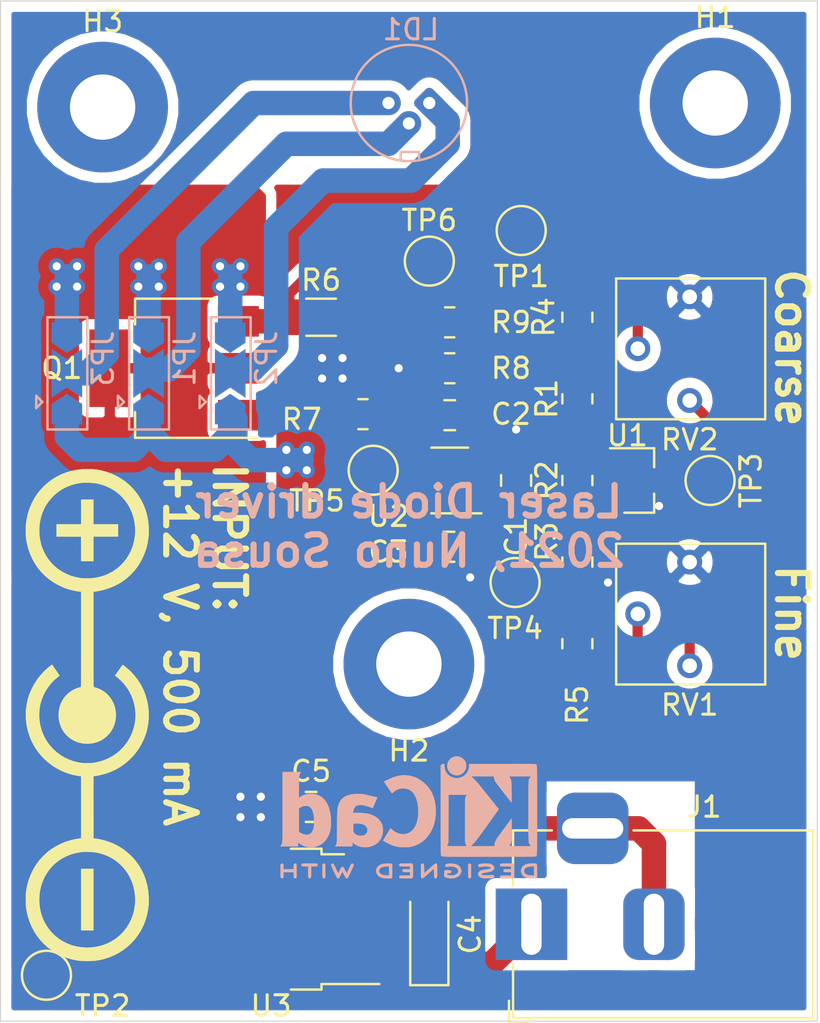
<source format=kicad_pcb>
(kicad_pcb (version 20171130) (host pcbnew "(5.1.10)-1")

  (general
    (thickness 1.6)
    (drawings 8)
    (tracks 157)
    (zones 0)
    (modules 36)
    (nets 17)
  )

  (page A4)
  (layers
    (0 F.Cu signal)
    (31 B.Cu signal)
    (32 B.Adhes user)
    (33 F.Adhes user)
    (34 B.Paste user)
    (35 F.Paste user)
    (36 B.SilkS user)
    (37 F.SilkS user)
    (38 B.Mask user)
    (39 F.Mask user)
    (40 Dwgs.User user)
    (41 Cmts.User user)
    (42 Eco1.User user)
    (43 Eco2.User user)
    (44 Edge.Cuts user)
    (45 Margin user)
    (46 B.CrtYd user)
    (47 F.CrtYd user)
    (48 B.Fab user hide)
    (49 F.Fab user hide)
  )

  (setup
    (last_trace_width 0.5)
    (trace_clearance 0.21)
    (zone_clearance 0.508)
    (zone_45_only yes)
    (trace_min 0.1524)
    (via_size 0.8)
    (via_drill 0.4)
    (via_min_size 0.508)
    (via_min_drill 0.254)
    (uvia_size 0.8)
    (uvia_drill 0.4)
    (uvias_allowed no)
    (uvia_min_size 0.508)
    (uvia_min_drill 0.254)
    (edge_width 0.05)
    (segment_width 0.2)
    (pcb_text_width 0.3)
    (pcb_text_size 1.5 1.5)
    (mod_edge_width 0.12)
    (mod_text_size 1 1)
    (mod_text_width 0.15)
    (pad_size 1.524 1.524)
    (pad_drill 0.762)
    (pad_to_mask_clearance 0.0508)
    (aux_axis_origin 0 0)
    (visible_elements 7FFFFFFF)
    (pcbplotparams
      (layerselection 0x010fc_ffffffff)
      (usegerberextensions false)
      (usegerberattributes true)
      (usegerberadvancedattributes true)
      (creategerberjobfile true)
      (excludeedgelayer true)
      (linewidth 0.100000)
      (plotframeref false)
      (viasonmask false)
      (mode 1)
      (useauxorigin false)
      (hpglpennumber 1)
      (hpglpenspeed 20)
      (hpglpendiameter 15.000000)
      (psnegative false)
      (psa4output false)
      (plotreference true)
      (plotvalue true)
      (plotinvisibletext false)
      (padsonsilk false)
      (subtractmaskfromsilk false)
      (outputformat 1)
      (mirror false)
      (drillshape 0)
      (scaleselection 1)
      (outputdirectory "Gerbers/"))
  )

  (net 0 "")
  (net 1 GND)
  (net 2 "Net-(C1-Pad1)")
  (net 3 "Net-(C2-Pad2)")
  (net 4 "Net-(C2-Pad1)")
  (net 5 +9V)
  (net 6 +12V)
  (net 7 "/Light Source/Cathode")
  (net 8 "Net-(JP1-Pad2)")
  (net 9 "Net-(JP2-Pad2)")
  (net 10 "Net-(JP3-Pad2)")
  (net 11 "Net-(Q1-Pad1)")
  (net 12 /Vout)
  (net 13 /Vref)
  (net 14 "Net-(R4-Pad2)")
  (net 15 "Net-(R5-Pad2)")
  (net 16 "Net-(Q1-Pad3)")

  (net_class Default "This is the default net class."
    (clearance 0.21)
    (trace_width 0.5)
    (via_dia 0.8)
    (via_drill 0.4)
    (uvia_dia 0.8)
    (uvia_drill 0.4)
    (add_net /Vout)
    (add_net /Vref)
    (add_net "Net-(C1-Pad1)")
    (add_net "Net-(C2-Pad1)")
    (add_net "Net-(C2-Pad2)")
    (add_net "Net-(R4-Pad2)")
    (add_net "Net-(R5-Pad2)")
  )

  (net_class Power ""
    (clearance 0.21)
    (trace_width 1)
    (via_dia 0.8)
    (via_drill 0.4)
    (uvia_dia 0.8)
    (uvia_drill 0.4)
    (add_net +12V)
    (add_net +9V)
    (add_net "/Light Source/Cathode")
    (add_net GND)
    (add_net "Net-(JP1-Pad2)")
    (add_net "Net-(JP2-Pad2)")
    (add_net "Net-(JP3-Pad2)")
    (add_net "Net-(Q1-Pad1)")
    (add_net "Net-(Q1-Pad3)")
  )

  (module Symbol:Polarity_Center_Positive_6mm_SilkScreen (layer F.Cu) (tedit 0) (tstamp 617332A2)
    (at 104.25 100 90)
    (descr "Polarity Logo, Center Positive")
    (tags "Logo Polarity Center Positive")
    (attr virtual)
    (fp_text reference REF** (at 0 0 90) (layer F.SilkS) hide
      (effects (font (size 1 1) (thickness 0.15)))
    )
    (fp_text value Polarity_Center_Positive_6mm_SilkScreen (at 0.75 0 90) (layer F.Fab) hide
      (effects (font (size 1 1) (thickness 0.15)))
    )
    (fp_poly (pts (xy 0.284256 -3.001128) (xy 0.547425 -2.965017) (xy 0.807122 -2.90509) (xy 1.012228 -2.839465)
      (xy 1.268147 -2.733675) (xy 1.51242 -2.605906) (xy 1.743838 -2.457061) (xy 1.961189 -2.288042)
      (xy 2.163266 -2.099751) (xy 2.348858 -1.893091) (xy 2.443478 -1.771912) (xy 2.476932 -1.726844)
      (xy 2.216524 -1.545576) (xy 2.144808 -1.496046) (xy 2.079485 -1.451675) (xy 2.023498 -1.414402)
      (xy 1.97979 -1.386167) (xy 1.951304 -1.368908) (xy 1.941402 -1.364307) (xy 1.926901 -1.373699)
      (xy 1.903123 -1.398303) (xy 1.875675 -1.4322) (xy 1.732794 -1.602184) (xy 1.570246 -1.759421)
      (xy 1.391036 -1.902042) (xy 1.198171 -2.028182) (xy 0.994655 -2.135971) (xy 0.783496 -2.223543)
      (xy 0.567698 -2.28903) (xy 0.457703 -2.313156) (xy 0.217037 -2.346637) (xy -0.023002 -2.355783)
      (xy -0.260705 -2.341111) (xy -0.494363 -2.303139) (xy -0.72227 -2.242382) (xy -0.942717 -2.159358)
      (xy -1.153994 -2.054584) (xy -1.354395 -1.928576) (xy -1.542211 -1.781852) (xy -1.659937 -1.672432)
      (xy -1.825706 -1.490376) (xy -1.969395 -1.296329) (xy -2.091049 -1.090198) (xy -2.190714 -0.871892)
      (xy -2.268438 -0.64132) (xy -2.324266 -0.39839) (xy -2.334213 -0.339501) (xy -2.345559 -0.242621)
      (xy -2.352486 -0.129217) (xy -2.354991 -0.007364) (xy -2.35307 0.114862) (xy -2.346722 0.229384)
      (xy -2.335943 0.328126) (xy -2.334469 0.337789) (xy -2.284095 0.580493) (xy -2.211559 0.813307)
      (xy -2.117667 1.034956) (xy -2.003224 1.244164) (xy -1.869035 1.439658) (xy -1.715905 1.620161)
      (xy -1.544638 1.784399) (xy -1.356041 1.931096) (xy -1.307722 1.963926) (xy -1.097975 2.088025)
      (xy -0.879554 2.189266) (xy -0.654151 2.267417) (xy -0.42346 2.322247) (xy -0.189171 2.353523)
      (xy 0.047023 2.361015) (xy 0.283431 2.34449) (xy 0.518361 2.303717) (xy 0.734803 2.243581)
      (xy 0.962539 2.155388) (xy 1.178452 2.045446) (xy 1.381155 1.914717) (xy 1.569263 1.764161)
      (xy 1.741389 1.594741) (xy 1.844939 1.473836) (xy 1.93834 1.357029) (xy 1.997116 1.399058)
      (xy 2.026126 1.419575) (xy 2.07139 1.451308) (xy 2.128479 1.491166) (xy 2.192965 1.536058)
      (xy 2.260223 1.582754) (xy 2.32278 1.626501) (xy 2.377595 1.665552) (xy 2.421541 1.697618)
      (xy 2.451487 1.72041) (xy 2.464303 1.73164) (xy 2.464555 1.732202) (xy 2.456524 1.749257)
      (xy 2.434321 1.781416) (xy 2.400782 1.825259) (xy 2.358744 1.877364) (xy 2.311043 1.934311)
      (xy 2.260514 1.992677) (xy 2.209995 2.049043) (xy 2.16232 2.099988) (xy 2.144448 2.118319)
      (xy 1.940602 2.307021) (xy 1.724123 2.474233) (xy 1.495976 2.61955) (xy 1.257126 2.74257)
      (xy 1.008539 2.842889) (xy 0.751181 2.920101) (xy 0.486016 2.973804) (xy 0.214011 3.003594)
      (xy 0.012575 3.010009) (xy -0.243699 3.001123) (xy -0.486153 2.973925) (xy -0.719254 2.927366)
      (xy -0.947468 2.860401) (xy -1.175259 2.771983) (xy -1.348534 2.690949) (xy -1.587073 2.557788)
      (xy -1.811248 2.404378) (xy -2.019904 2.231867) (xy -2.211883 2.041403) (xy -2.386027 1.834133)
      (xy -2.54118 1.611206) (xy -2.676135 1.373868) (xy -2.789227 1.126949) (xy -2.878205 0.876394)
      (xy -2.944096 0.619067) (xy -2.970293 0.477107) (xy -2.998492 0.301682) (xy -6.04193 0.30807)
      (xy -6.051432 0.396089) (xy -6.084346 0.609191) (xy -6.136827 0.829042) (xy -6.206756 1.049657)
      (xy -6.292014 1.265049) (xy -6.390482 1.469234) (xy -6.49424 1.647228) (xy -6.591951 1.78852)
      (xy -6.703809 1.931369) (xy -6.824788 2.070155) (xy -6.949861 2.199258) (xy -7.074001 2.313056)
      (xy -7.133232 2.361737) (xy -7.358571 2.52377) (xy -7.593664 2.662626) (xy -7.838465 2.778289)
      (xy -8.092929 2.870744) (xy -8.35701 2.939973) (xy -8.630664 2.985961) (xy -8.913844 3.008692)
      (xy -8.971732 3.010449) (xy -9.048547 3.011815) (xy -9.120133 3.012465) (xy -9.181259 3.012398)
      (xy -9.226699 3.011615) (xy -9.248366 3.010459) (xy -9.418838 2.991313) (xy -9.570515 2.96932)
      (xy -9.709697 2.943227) (xy -9.842687 2.911783) (xy -9.975787 2.873736) (xy -10.040544 2.853095)
      (xy -10.291003 2.757922) (xy -10.529277 2.641341) (xy -10.75432 2.504491) (xy -10.965087 2.348512)
      (xy -11.160533 2.174541) (xy -11.339612 1.983718) (xy -11.501277 1.777183) (xy -11.644485 1.556073)
      (xy -11.768188 1.321529) (xy -11.871342 1.074689) (xy -11.952901 0.816692) (xy -11.969501 0.751783)
      (xy -11.995396 0.640579) (xy -12.015476 0.540777) (xy -12.030408 0.446295) (xy -12.04086 0.351052)
      (xy -12.047499 0.248966) (xy -12.050993 0.133958) (xy -12.052008 0) (xy -12.051961 -0.006287)
      (xy -11.392277 -0.006287) (xy -11.380589 0.243496) (xy -11.345747 0.48557) (xy -11.288088 0.718899)
      (xy -11.207945 0.942444) (xy -11.105653 1.155171) (xy -10.981549 1.35604) (xy -10.928562 1.429281)
      (xy -10.776416 1.610349) (xy -10.607296 1.773641) (xy -10.422872 1.918261) (xy -10.224812 2.043313)
      (xy -10.014783 2.147901) (xy -9.794455 2.231129) (xy -9.565495 2.292102) (xy -9.329571 2.329924)
      (xy -9.235792 2.338223) (xy -9.176993 2.342248) (xy -9.125609 2.345769) (xy -9.088 2.348348)
      (xy -9.072326 2.349427) (xy -9.050981 2.349184) (xy -9.009949 2.347311) (xy -8.954617 2.344099)
      (xy -8.890374 2.339841) (xy -8.871841 2.338524) (xy -8.62738 2.309016) (xy -8.392608 2.257086)
      (xy -8.16857 2.183783) (xy -7.956314 2.090152) (xy -7.756886 1.977241) (xy -7.571332 1.846096)
      (xy -7.4007 1.697765) (xy -7.246035 1.533294) (xy -7.108384 1.35373) (xy -6.988794 1.16012)
      (xy -6.888311 0.953511) (xy -6.807981 0.734949) (xy -6.748851 0.505482) (xy -6.711969 0.266157)
      (xy -6.703799 0.169753) (xy -6.699129 -0.07928) (xy -6.717617 -0.322066) (xy -6.758571 -0.55736)
      (xy -6.8213 -0.783916) (xy -6.905113 -1.000488) (xy -7.009318 -1.205831) (xy -7.133224 -1.3987)
      (xy -7.27614 -1.577848) (xy -7.437374 -1.742031) (xy -7.616236 -1.890004) (xy -7.812033 -2.020519)
      (xy -7.966054 -2.104451) (xy -8.184917 -2.199453) (xy -8.412286 -2.271733) (xy -8.645855 -2.321274)
      (xy -8.883323 -2.348062) (xy -9.122385 -2.352081) (xy -9.360736 -2.333315) (xy -9.596074 -2.291748)
      (xy -9.826095 -2.227366) (xy -10.048494 -2.140152) (xy -10.094271 -2.118812) (xy -10.303883 -2.004752)
      (xy -10.497469 -1.871949) (xy -10.674261 -1.721652) (xy -10.833495 -1.555108) (xy -10.974402 -1.373564)
      (xy -11.096216 -1.178269) (xy -11.198171 -0.97047) (xy -11.279501 -0.751413) (xy -11.339438 -0.522348)
      (xy -11.377216 -0.284521) (xy -11.39207 -0.039179) (xy -11.392277 -0.006287) (xy -12.051961 -0.006287)
      (xy -12.050991 -0.133835) (xy -12.047509 -0.248714) (xy -12.040919 -0.350763) (xy -12.030579 -0.446106)
      (xy -12.015845 -0.540869) (xy -11.996075 -0.64118) (xy -11.974779 -0.735594) (xy -11.900651 -0.99749)
      (xy -11.804584 -1.248129) (xy -11.687615 -1.486489) (xy -11.550777 -1.711548) (xy -11.395105 -1.922281)
      (xy -11.221632 -2.117667) (xy -11.031395 -2.296684) (xy -10.825425 -2.458307) (xy -10.60476 -2.601516)
      (xy -10.370432 -2.725287) (xy -10.123476 -2.828597) (xy -9.864926 -2.910424) (xy -9.745049 -2.93997)
      (xy -9.641728 -2.962304) (xy -9.550281 -2.97959) (xy -9.464751 -2.992425) (xy -9.37918 -3.001407)
      (xy -9.287608 -3.007132) (xy -9.184078 -3.0102) (xy -9.062632 -3.011206) (xy -9.034604 -3.011212)
      (xy -8.899914 -3.009991) (xy -8.784027 -3.006137) (xy -8.680673 -2.998985) (xy -8.583585 -2.987876)
      (xy -8.486493 -2.972148) (xy -8.383129 -2.951138) (xy -8.312345 -2.934981) (xy -8.066823 -2.865442)
      (xy -7.825035 -2.774094) (xy -7.591406 -2.663026) (xy -7.370362 -2.534331) (xy -7.178007 -2.399149)
      (xy -7.086506 -2.324214) (xy -6.98803 -2.235914) (xy -6.889098 -2.140592) (xy -6.796233 -2.044595)
      (xy -6.715956 -1.95427) (xy -6.696047 -1.930148) (xy -6.544923 -1.724736) (xy -6.410609 -1.504129)
      (xy -6.294631 -1.271846) (xy -6.198516 -1.031408) (xy -6.123789 -0.786335) (xy -6.071976 -0.540146)
      (xy -6.060949 -0.465247) (xy -6.053751 -0.412554) (xy -6.04705 -0.366637) (xy -6.042012 -0.335397)
      (xy -6.041 -0.330074) (xy -6.035164 -0.301782) (xy -2.992673 -0.301782) (xy -2.992673 -0.331589)
      (xy -2.990028 -0.36406) (xy -2.982783 -0.415455) (xy -2.971976 -0.480187) (xy -2.958641 -0.552671)
      (xy -2.943815 -0.627322) (xy -2.928534 -0.698553) (xy -2.913835 -0.760779) (xy -2.91101 -0.771829)
      (xy -2.833687 -1.020275) (xy -2.733013 -1.262697) (xy -2.610485 -1.496942) (xy -2.467601 -1.720861)
      (xy -2.305857 -1.932303) (xy -2.126752 -2.129117) (xy -1.931781 -2.309152) (xy -1.734549 -2.461753)
      (xy -1.507065 -2.607438) (xy -1.268951 -2.731248) (xy -1.02197 -2.832938) (xy -0.767883 -2.912268)
      (xy -0.508455 -2.968994) (xy -0.245447 -3.002875) (xy 0.019378 -3.013667) (xy 0.284256 -3.001128)) (layer F.SilkS) (width 0.01))
    (fp_poly (pts (xy 9.174857 -3.014648) (xy 9.284024 -3.010439) (xy 9.337281 -3.006461) (xy 9.605462 -2.969918)
      (xy 9.868658 -2.910608) (xy 10.124621 -2.829446) (xy 10.371103 -2.727346) (xy 10.605855 -2.605224)
      (xy 10.82663 -2.463993) (xy 11.002476 -2.328892) (xy 11.201601 -2.14635) (xy 11.382043 -1.947388)
      (xy 11.543021 -1.733246) (xy 11.683755 -1.505162) (xy 11.803468 -1.264377) (xy 11.90138 -1.012131)
      (xy 11.964636 -0.798451) (xy 12.018398 -0.543687) (xy 12.051602 -0.281875) (xy 12.064157 -0.017474)
      (xy 12.05597 0.245057) (xy 12.02695 0.501257) (xy 11.994887 0.671311) (xy 11.923092 0.940062)
      (xy 11.829676 1.197173) (xy 11.715269 1.44171) (xy 11.580501 1.672735) (xy 11.426002 1.889311)
      (xy 11.252403 2.090501) (xy 11.060332 2.27537) (xy 10.85042 2.44298) (xy 10.761866 2.504804)
      (xy 10.530064 2.645671) (xy 10.288075 2.763787) (xy 10.035374 2.859355) (xy 9.771434 2.932574)
      (xy 9.515107 2.980834) (xy 9.450666 2.988743) (xy 9.371077 2.996003) (xy 9.281678 3.002373)
      (xy 9.187807 3.007614) (xy 9.094804 3.011484) (xy 9.008007 3.013745) (xy 8.932755 3.014155)
      (xy 8.874386 3.012474) (xy 8.852278 3.01067) (xy 8.821066 3.007233) (xy 8.772553 3.002019)
      (xy 8.714451 2.995854) (xy 8.676238 2.991837) (xy 8.427765 2.953789) (xy 8.178947 2.892397)
      (xy 7.933372 2.809154) (xy 7.694629 2.705555) (xy 7.466304 2.583096) (xy 7.251985 2.443269)
      (xy 7.123317 2.344941) (xy 7.041263 2.274354) (xy 6.951395 2.190585) (xy 6.860509 2.100408)
      (xy 6.775407 2.010595) (xy 6.702885 1.927921) (xy 6.694346 1.917575) (xy 6.547547 1.719178)
      (xy 6.416636 1.503255) (xy 6.302872 1.272735) (xy 6.207511 1.030547) (xy 6.131813 0.77962)
      (xy 6.077036 0.522882) (xy 6.066417 0.455817) (xy 6.043778 0.301782) (xy 3.713079 0.301782)
      (xy 3.418557 0.301813) (xy 3.148274 0.301908) (xy 2.90132 0.302075) (xy 2.676786 0.302318)
      (xy 2.473762 0.302645) (xy 2.291339 0.303061) (xy 2.128606 0.303573) (xy 1.984655 0.304186)
      (xy 1.858576 0.304907) (xy 1.749459 0.305742) (xy 1.656394 0.306697) (xy 1.578473 0.307778)
      (xy 1.514785 0.308992) (xy 1.464421 0.310343) (xy 1.426471 0.31184) (xy 1.400026 0.313486)
      (xy 1.384176 0.31529) (xy 1.378011 0.317256) (xy 1.37788 0.3175) (xy 1.327173 0.476421)
      (xy 1.271105 0.614878) (xy 1.207193 0.737391) (xy 1.132957 0.848478) (xy 1.045915 0.95266)
      (xy 1.006547 0.993825) (xy 0.871272 1.113268) (xy 0.723836 1.212215) (xy 0.566533 1.290661)
      (xy 0.401658 1.348604) (xy 0.231506 1.38604) (xy 0.058372 1.402966) (xy -0.11545 1.399379)
      (xy -0.287664 1.375275) (xy -0.455977 1.33065) (xy -0.618093 1.265503) (xy -0.771717 1.179829)
      (xy -0.914555 1.073625) (xy -0.997447 0.996705) (xy -1.119461 0.858261) (xy -1.218275 0.712292)
      (xy -1.295267 0.556607) (xy -1.326614 0.472636) (xy -1.375202 0.291073) (xy -1.400427 0.108158)
      (xy -1.401845 0.004344) (xy 6.70208 0.004344) (xy 6.712761 0.24759) (xy 6.745199 0.479902)
      (xy 6.79998 0.703923) (xy 6.877694 0.922297) (xy 6.934728 1.049951) (xy 7.048116 1.257535)
      (xy 7.180742 1.449778) (xy 7.331277 1.625814) (xy 7.498393 1.784775) (xy 7.680761 1.925794)
      (xy 7.877053 2.048002) (xy 8.08594 2.150533) (xy 8.306093 2.23252) (xy 8.536185 2.293094)
      (xy 8.774885 2.331388) (xy 8.915149 2.342962) (xy 8.960493 2.345526) (xy 9.000104 2.34792)
      (xy 9.015743 2.34895) (xy 9.039636 2.348885) (xy 9.082896 2.347147) (xy 9.139817 2.344021)
      (xy 9.204695 2.339792) (xy 9.219086 2.338769) (xy 9.465942 2.309097) (xy 9.702815 2.256947)
      (xy 9.928679 2.183209) (xy 10.142509 2.088772) (xy 10.343278 1.974528) (xy 10.529962 1.841366)
      (xy 10.701534 1.690176) (xy 10.85697 1.521849) (xy 10.995243 1.337274) (xy 11.115328 1.137342)
      (xy 11.216199 0.922942) (xy 11.296831 0.694965) (xy 11.348853 0.490396) (xy 11.364778 0.396023)
      (xy 11.377338 0.283696) (xy 11.386253 0.160418) (xy 11.391244 0.033195) (xy 11.392031 -0.09097)
      (xy 11.388335 -0.205073) (xy 11.380336 -0.298428) (xy 11.338179 -0.544573) (xy 11.27385 -0.779343)
      (xy 11.187746 -1.002085) (xy 11.080266 -1.212147) (xy 10.951808 -1.408874) (xy 10.802769 -1.591613)
      (xy 10.633549 -1.759712) (xy 10.444545 -1.912517) (xy 10.361188 -1.970754) (xy 10.16887 -2.084639)
      (xy 9.963132 -2.178815) (xy 9.746574 -2.252959) (xy 9.521795 -2.306745) (xy 9.291396 -2.339851)
      (xy 9.057977 -2.351952) (xy 8.824137 -2.342726) (xy 8.592478 -2.311847) (xy 8.365598 -2.258993)
      (xy 8.273862 -2.230663) (xy 8.05044 -2.143625) (xy 7.840598 -2.036014) (xy 7.645283 -1.909004)
      (xy 7.465446 -1.763769) (xy 7.302034 -1.601483) (xy 7.155996 -1.423319) (xy 7.028281 -1.230451)
      (xy 6.919836 -1.024053) (xy 6.831612 -0.805299) (xy 6.764556 -0.575363) (xy 6.719617 -0.335418)
      (xy 6.71527 -0.302112) (xy 6.710532 -0.250426) (xy 6.706549 -0.181414) (xy 6.703657 -0.102894)
      (xy 6.702192 -0.022684) (xy 6.70208 0.004344) (xy -1.401845 0.004344) (xy -1.402915 -0.073943)
      (xy -1.383295 -0.253064) (xy -1.342196 -0.427039) (xy -1.280244 -0.593704) (xy -1.198068 -0.750892)
      (xy -1.096295 -0.896437) (xy -0.975555 -1.028174) (xy -0.863789 -1.123647) (xy -0.712718 -1.223451)
      (xy -0.550818 -1.301889) (xy -0.380623 -1.358897) (xy -0.204671 -1.394412) (xy -0.025498 -1.40837)
      (xy 0.154362 -1.400708) (xy 0.332372 -1.371363) (xy 0.505996 -1.320272) (xy 0.672698 -1.247369)
      (xy 0.81104 -1.165539) (xy 0.852564 -1.134713) (xy 0.903937 -1.092358) (xy 0.957473 -1.04497)
      (xy 0.990135 -1.014209) (xy 1.098871 -0.89663) (xy 1.190296 -0.770545) (xy 1.266541 -0.632132)
      (xy 1.329734 -0.477568) (xy 1.378259 -0.3175) (xy 1.383286 -0.315514) (xy 1.397888 -0.313692)
      (xy 1.422974 -0.312027) (xy 1.459453 -0.310514) (xy 1.508236 -0.309146) (xy 1.570231 -0.307916)
      (xy 1.646348 -0.30682) (xy 1.737496 -0.30585) (xy 1.844585 -0.305002) (xy 1.968524 -0.304267)
      (xy 2.110222 -0.303641) (xy 2.270588 -0.303118) (xy 2.450533 -0.30269) (xy 2.650965 -0.302353)
      (xy 2.872794 -0.3021) (xy 3.11693 -0.301924) (xy 3.384281 -0.301821) (xy 3.675757 -0.301782)
      (xy 6.045749 -0.301782) (xy 6.054377 -0.380371) (xy 6.077423 -0.538056) (xy 6.112328 -0.707353)
      (xy 6.156755 -0.879114) (xy 6.208371 -1.04419) (xy 6.257 -1.174493) (xy 6.371297 -1.422295)
      (xy 6.505546 -1.65544) (xy 6.658707 -1.873121) (xy 6.829739 -2.074532) (xy 7.017603 -2.258866)
      (xy 7.221259 -2.425314) (xy 7.439665 -2.57307) (xy 7.671783 -2.701326) (xy 7.916573 -2.809276)
      (xy 8.172993 -2.896112) (xy 8.440005 -2.961027) (xy 8.592836 -2.987365) (xy 8.689124 -2.998626)
      (xy 8.802953 -3.007176) (xy 8.92684 -3.012825) (xy 9.053302 -3.01538) (xy 9.174857 -3.014648)) (layer F.SilkS) (width 0.01))
    (fp_poly (pts (xy -7.53198 0.301782) (xy -10.549802 0.301782) (xy -10.549802 -0.301782) (xy -7.53198 -0.301782)
      (xy -7.53198 0.301782)) (layer F.SilkS) (width 0.01))
    (fp_poly (pts (xy 9.355248 -0.301782) (xy 10.562377 -0.301782) (xy 10.562377 0.301782) (xy 9.355248 0.301782)
      (xy 9.355248 1.508911) (xy 8.751684 1.508911) (xy 8.751684 0.301782) (xy 7.544555 0.301782)
      (xy 7.544555 -0.301538) (xy 8.144976 -0.304804) (xy 8.745396 -0.308069) (xy 8.748662 -0.90849)
      (xy 8.751927 -1.508911) (xy 9.355248 -1.508911) (xy 9.355248 -0.301782)) (layer F.SilkS) (width 0.01))
  )

  (module Symbol:KiCad-Logo2_5mm_SilkScreen (layer B.Cu) (tedit 0) (tstamp 61733150)
    (at 120 105 180)
    (descr "KiCad Logo")
    (tags "Logo KiCad")
    (attr virtual)
    (fp_text reference REF** (at 0 5.08) (layer B.SilkS) hide
      (effects (font (size 1 1) (thickness 0.15)) (justify mirror))
    )
    (fp_text value KiCad-Logo2_5mm_SilkScreen (at 0 -5.08) (layer B.Fab) hide
      (effects (font (size 1 1) (thickness 0.15)) (justify mirror))
    )
    (fp_poly (pts (xy -2.9464 2.510946) (xy -2.935535 2.397007) (xy -2.903918 2.289384) (xy -2.853015 2.190385)
      (xy -2.784293 2.102316) (xy -2.699219 2.027484) (xy -2.602232 1.969616) (xy -2.495964 1.929995)
      (xy -2.38895 1.911427) (xy -2.2833 1.912566) (xy -2.181125 1.93207) (xy -2.084534 1.968594)
      (xy -1.995638 2.020795) (xy -1.916546 2.087327) (xy -1.849369 2.166848) (xy -1.796217 2.258013)
      (xy -1.759199 2.359477) (xy -1.740427 2.469898) (xy -1.738489 2.519794) (xy -1.738489 2.607733)
      (xy -1.68656 2.607733) (xy -1.650253 2.604889) (xy -1.623355 2.593089) (xy -1.596249 2.569351)
      (xy -1.557867 2.530969) (xy -1.557867 0.339398) (xy -1.557876 0.077261) (xy -1.557908 -0.163241)
      (xy -1.557972 -0.383048) (xy -1.558076 -0.583101) (xy -1.558227 -0.764344) (xy -1.558434 -0.927716)
      (xy -1.558706 -1.07416) (xy -1.55905 -1.204617) (xy -1.559474 -1.320029) (xy -1.559987 -1.421338)
      (xy -1.560597 -1.509484) (xy -1.561312 -1.58541) (xy -1.56214 -1.650057) (xy -1.563089 -1.704367)
      (xy -1.564167 -1.74928) (xy -1.565383 -1.78574) (xy -1.566745 -1.814687) (xy -1.568261 -1.837063)
      (xy -1.569938 -1.853809) (xy -1.571786 -1.865868) (xy -1.573813 -1.87418) (xy -1.576025 -1.879687)
      (xy -1.577108 -1.881537) (xy -1.581271 -1.888549) (xy -1.584805 -1.894996) (xy -1.588635 -1.9009)
      (xy -1.593682 -1.906286) (xy -1.600871 -1.911178) (xy -1.611123 -1.915598) (xy -1.625364 -1.919572)
      (xy -1.644514 -1.923121) (xy -1.669499 -1.92627) (xy -1.70124 -1.929042) (xy -1.740662 -1.931461)
      (xy -1.788686 -1.933551) (xy -1.846237 -1.935335) (xy -1.914237 -1.936837) (xy -1.99361 -1.93808)
      (xy -2.085279 -1.939089) (xy -2.190166 -1.939885) (xy -2.309196 -1.940494) (xy -2.44329 -1.940939)
      (xy -2.593373 -1.941243) (xy -2.760367 -1.94143) (xy -2.945196 -1.941524) (xy -3.148783 -1.941548)
      (xy -3.37205 -1.941525) (xy -3.615922 -1.94148) (xy -3.881321 -1.941437) (xy -3.919704 -1.941432)
      (xy -4.186682 -1.941389) (xy -4.432002 -1.941318) (xy -4.656583 -1.941213) (xy -4.861345 -1.941066)
      (xy -5.047206 -1.940869) (xy -5.215088 -1.940616) (xy -5.365908 -1.9403) (xy -5.500587 -1.939913)
      (xy -5.620044 -1.939447) (xy -5.725199 -1.938897) (xy -5.816971 -1.938253) (xy -5.896279 -1.937511)
      (xy -5.964043 -1.936661) (xy -6.021182 -1.935697) (xy -6.068617 -1.934611) (xy -6.107266 -1.933397)
      (xy -6.138049 -1.932047) (xy -6.161885 -1.930555) (xy -6.179694 -1.928911) (xy -6.192395 -1.927111)
      (xy -6.200908 -1.925145) (xy -6.205266 -1.923477) (xy -6.213728 -1.919906) (xy -6.221497 -1.91727)
      (xy -6.228602 -1.914634) (xy -6.235073 -1.911062) (xy -6.240939 -1.905621) (xy -6.246229 -1.897375)
      (xy -6.250974 -1.88539) (xy -6.255202 -1.868731) (xy -6.258943 -1.846463) (xy -6.262227 -1.817652)
      (xy -6.265083 -1.781363) (xy -6.26754 -1.736661) (xy -6.269629 -1.682611) (xy -6.271378 -1.618279)
      (xy -6.272817 -1.54273) (xy -6.273976 -1.45503) (xy -6.274883 -1.354243) (xy -6.275569 -1.239434)
      (xy -6.276063 -1.10967) (xy -6.276395 -0.964015) (xy -6.276593 -0.801535) (xy -6.276687 -0.621295)
      (xy -6.276708 -0.42236) (xy -6.276685 -0.203796) (xy -6.276646 0.035332) (xy -6.276622 0.29596)
      (xy -6.276622 0.338111) (xy -6.276636 0.601008) (xy -6.276661 0.842268) (xy -6.276671 1.062835)
      (xy -6.276642 1.263648) (xy -6.276548 1.445651) (xy -6.276362 1.609784) (xy -6.276059 1.756989)
      (xy -6.275614 1.888208) (xy -6.275034 1.998133) (xy -5.972197 1.998133) (xy -5.932407 1.940289)
      (xy -5.921236 1.924521) (xy -5.911166 1.910559) (xy -5.902138 1.897216) (xy -5.894097 1.883307)
      (xy -5.886986 1.867644) (xy -5.880747 1.849042) (xy -5.875325 1.826314) (xy -5.870662 1.798273)
      (xy -5.866701 1.763733) (xy -5.863385 1.721508) (xy -5.860659 1.670411) (xy -5.858464 1.609256)
      (xy -5.856745 1.536856) (xy -5.855444 1.452025) (xy -5.854505 1.353578) (xy -5.85387 1.240326)
      (xy -5.853484 1.111084) (xy -5.853288 0.964666) (xy -5.853227 0.799884) (xy -5.853243 0.615553)
      (xy -5.85328 0.410487) (xy -5.853289 0.287867) (xy -5.853265 0.070918) (xy -5.853231 -0.124642)
      (xy -5.853243 -0.299999) (xy -5.853358 -0.456341) (xy -5.85363 -0.594857) (xy -5.854118 -0.716734)
      (xy -5.854876 -0.82316) (xy -5.855962 -0.915322) (xy -5.857431 -0.994409) (xy -5.85934 -1.061608)
      (xy -5.861744 -1.118107) (xy -5.864701 -1.165093) (xy -5.868266 -1.203755) (xy -5.872495 -1.23528)
      (xy -5.877446 -1.260855) (xy -5.883173 -1.28167) (xy -5.889733 -1.298911) (xy -5.897183 -1.313765)
      (xy -5.905579 -1.327422) (xy -5.914976 -1.341069) (xy -5.925432 -1.355893) (xy -5.931523 -1.364783)
      (xy -5.970296 -1.4224) (xy -5.438732 -1.4224) (xy -5.315483 -1.422365) (xy -5.212987 -1.422215)
      (xy -5.12942 -1.421878) (xy -5.062956 -1.421286) (xy -5.011771 -1.420367) (xy -4.974041 -1.419051)
      (xy -4.94794 -1.417269) (xy -4.931644 -1.414951) (xy -4.923328 -1.412026) (xy -4.921168 -1.408424)
      (xy -4.923339 -1.404075) (xy -4.924535 -1.402645) (xy -4.949685 -1.365573) (xy -4.975583 -1.312772)
      (xy -4.999192 -1.25077) (xy -5.007461 -1.224357) (xy -5.012078 -1.206416) (xy -5.015979 -1.185355)
      (xy -5.019248 -1.159089) (xy -5.021966 -1.125532) (xy -5.024215 -1.082599) (xy -5.026077 -1.028204)
      (xy -5.027636 -0.960262) (xy -5.028972 -0.876688) (xy -5.030169 -0.775395) (xy -5.031308 -0.6543)
      (xy -5.031685 -0.6096) (xy -5.032702 -0.484449) (xy -5.03346 -0.380082) (xy -5.033903 -0.294707)
      (xy -5.03397 -0.226533) (xy -5.033605 -0.173765) (xy -5.032748 -0.134614) (xy -5.031341 -0.107285)
      (xy -5.029325 -0.089986) (xy -5.026643 -0.080926) (xy -5.023236 -0.078312) (xy -5.019044 -0.080351)
      (xy -5.014571 -0.084667) (xy -5.004216 -0.097602) (xy -4.982158 -0.126676) (xy -4.949957 -0.169759)
      (xy -4.909174 -0.224718) (xy -4.86137 -0.289423) (xy -4.808105 -0.361742) (xy -4.75094 -0.439544)
      (xy -4.691437 -0.520698) (xy -4.631155 -0.603072) (xy -4.571655 -0.684536) (xy -4.514498 -0.762957)
      (xy -4.461245 -0.836204) (xy -4.413457 -0.902147) (xy -4.372693 -0.958654) (xy -4.340516 -1.003593)
      (xy -4.318485 -1.034834) (xy -4.313917 -1.041466) (xy -4.290996 -1.078369) (xy -4.264188 -1.126359)
      (xy -4.238789 -1.175897) (xy -4.235568 -1.182577) (xy -4.21389 -1.230772) (xy -4.201304 -1.268334)
      (xy -4.195574 -1.30416) (xy -4.194456 -1.3462) (xy -4.19509 -1.4224) (xy -3.040651 -1.4224)
      (xy -3.131815 -1.328669) (xy -3.178612 -1.278775) (xy -3.228899 -1.222295) (xy -3.274944 -1.168026)
      (xy -3.295369 -1.142673) (xy -3.325807 -1.103128) (xy -3.365862 -1.049916) (xy -3.414361 -0.984667)
      (xy -3.470135 -0.909011) (xy -3.532011 -0.824577) (xy -3.598819 -0.732994) (xy -3.669387 -0.635892)
      (xy -3.742545 -0.534901) (xy -3.817121 -0.43165) (xy -3.891944 -0.327768) (xy -3.965843 -0.224885)
      (xy -4.037646 -0.124631) (xy -4.106184 -0.028636) (xy -4.170284 0.061473) (xy -4.228775 0.144064)
      (xy -4.280486 0.217508) (xy -4.324247 0.280176) (xy -4.358885 0.330439) (xy -4.38323 0.366666)
      (xy -4.396111 0.387229) (xy -4.397869 0.391332) (xy -4.38991 0.402658) (xy -4.369115 0.429838)
      (xy -4.336847 0.471171) (xy -4.29447 0.524956) (xy -4.243347 0.589494) (xy -4.184841 0.663082)
      (xy -4.120314 0.744022) (xy -4.051131 0.830612) (xy -3.978653 0.921152) (xy -3.904246 1.01394)
      (xy -3.844517 1.088298) (xy -2.833511 1.088298) (xy -2.827602 1.075341) (xy -2.813272 1.053092)
      (xy -2.812225 1.051609) (xy -2.793438 1.021456) (xy -2.773791 0.984625) (xy -2.769892 0.976489)
      (xy -2.766356 0.96806) (xy -2.76323 0.957941) (xy -2.760486 0.94474) (xy -2.758092 0.927062)
      (xy -2.756019 0.903516) (xy -2.754235 0.872707) (xy -2.752712 0.833243) (xy -2.751419 0.783731)
      (xy -2.750326 0.722777) (xy -2.749403 0.648989) (xy -2.748619 0.560972) (xy -2.747945 0.457335)
      (xy -2.74735 0.336684) (xy -2.746805 0.197626) (xy -2.746279 0.038768) (xy -2.745745 -0.140089)
      (xy -2.745206 -0.325207) (xy -2.744772 -0.489145) (xy -2.744509 -0.633303) (xy -2.744484 -0.759079)
      (xy -2.744765 -0.867871) (xy -2.745419 -0.961077) (xy -2.746514 -1.040097) (xy -2.748118 -1.106328)
      (xy -2.750297 -1.16117) (xy -2.753119 -1.206021) (xy -2.756651 -1.242278) (xy -2.760961 -1.271341)
      (xy -2.766117 -1.294609) (xy -2.772185 -1.313479) (xy -2.779233 -1.329351) (xy -2.787329 -1.343622)
      (xy -2.79654 -1.357691) (xy -2.80504 -1.370158) (xy -2.822176 -1.396452) (xy -2.832322 -1.414037)
      (xy -2.833511 -1.417257) (xy -2.822604 -1.418334) (xy -2.791411 -1.419335) (xy -2.742223 -1.420235)
      (xy -2.677333 -1.42101) (xy -2.59903 -1.421637) (xy -2.509607 -1.422091) (xy -2.411356 -1.422349)
      (xy -2.342445 -1.4224) (xy -2.237452 -1.42218) (xy -2.14061 -1.421548) (xy -2.054107 -1.420549)
      (xy -1.980132 -1.419227) (xy -1.920874 -1.417626) (xy -1.87852 -1.415791) (xy -1.85526 -1.413765)
      (xy -1.851378 -1.412493) (xy -1.859076 -1.397591) (xy -1.867074 -1.38956) (xy -1.880246 -1.372434)
      (xy -1.897485 -1.342183) (xy -1.909407 -1.317622) (xy -1.936045 -1.258711) (xy -1.93912 -0.081845)
      (xy -1.942195 1.095022) (xy -2.387853 1.095022) (xy -2.48567 1.094858) (xy -2.576064 1.094389)
      (xy -2.65663 1.093653) (xy -2.724962 1.092684) (xy -2.778656 1.09152) (xy -2.815305 1.090197)
      (xy -2.832504 1.088751) (xy -2.833511 1.088298) (xy -3.844517 1.088298) (xy -3.82927 1.107278)
      (xy -3.75509 1.199463) (xy -3.683069 1.288796) (xy -3.614569 1.373576) (xy -3.550955 1.452102)
      (xy -3.493588 1.522674) (xy -3.443833 1.583591) (xy -3.403052 1.633153) (xy -3.385888 1.653822)
      (xy -3.299596 1.754484) (xy -3.222997 1.837741) (xy -3.154183 1.905562) (xy -3.091248 1.959911)
      (xy -3.081867 1.967278) (xy -3.042356 1.997883) (xy -4.174116 1.998133) (xy -4.168827 1.950156)
      (xy -4.17213 1.892812) (xy -4.193661 1.824537) (xy -4.233635 1.744788) (xy -4.278943 1.672505)
      (xy -4.295161 1.64986) (xy -4.323214 1.612304) (xy -4.36143 1.561979) (xy -4.408137 1.501027)
      (xy -4.461661 1.431589) (xy -4.520331 1.355806) (xy -4.582475 1.27582) (xy -4.646421 1.193772)
      (xy -4.710495 1.111804) (xy -4.773027 1.032057) (xy -4.832343 0.956673) (xy -4.886771 0.887793)
      (xy -4.934639 0.827558) (xy -4.974275 0.778111) (xy -5.004006 0.741592) (xy -5.022161 0.720142)
      (xy -5.02522 0.716844) (xy -5.028079 0.724851) (xy -5.030293 0.755145) (xy -5.031857 0.807444)
      (xy -5.032767 0.881469) (xy -5.03302 0.976937) (xy -5.032613 1.093566) (xy -5.031704 1.213555)
      (xy -5.030382 1.345667) (xy -5.028857 1.457406) (xy -5.026881 1.550975) (xy -5.024206 1.628581)
      (xy -5.020582 1.692426) (xy -5.015761 1.744717) (xy -5.009494 1.787656) (xy -5.001532 1.823449)
      (xy -4.991627 1.8543) (xy -4.979531 1.882414) (xy -4.964993 1.909995) (xy -4.950311 1.935034)
      (xy -4.912314 1.998133) (xy -5.972197 1.998133) (xy -6.275034 1.998133) (xy -6.275001 2.004383)
      (xy -6.274195 2.106456) (xy -6.27317 2.195367) (xy -6.2719 2.272059) (xy -6.27036 2.337473)
      (xy -6.268524 2.392551) (xy -6.266367 2.438235) (xy -6.263863 2.475466) (xy -6.260987 2.505187)
      (xy -6.257713 2.528338) (xy -6.254015 2.545861) (xy -6.249869 2.558699) (xy -6.245247 2.567792)
      (xy -6.240126 2.574082) (xy -6.234478 2.578512) (xy -6.228279 2.582022) (xy -6.221504 2.585555)
      (xy -6.215508 2.589124) (xy -6.210275 2.5917) (xy -6.202099 2.594028) (xy -6.189886 2.596122)
      (xy -6.172541 2.597993) (xy -6.148969 2.599653) (xy -6.118077 2.601116) (xy -6.078768 2.602392)
      (xy -6.02995 2.603496) (xy -5.970527 2.604439) (xy -5.899404 2.605233) (xy -5.815488 2.605891)
      (xy -5.717683 2.606425) (xy -5.604894 2.606847) (xy -5.476029 2.607171) (xy -5.329991 2.607408)
      (xy -5.165686 2.60757) (xy -4.98202 2.60767) (xy -4.777897 2.60772) (xy -4.566753 2.607733)
      (xy -2.9464 2.607733) (xy -2.9464 2.510946)) (layer B.SilkS) (width 0.01))
    (fp_poly (pts (xy 0.328429 2.050929) (xy 0.48857 2.029755) (xy 0.65251 1.989615) (xy 0.822313 1.930111)
      (xy 1.000043 1.850846) (xy 1.01131 1.845301) (xy 1.069005 1.817275) (xy 1.120552 1.793198)
      (xy 1.162191 1.774751) (xy 1.190162 1.763614) (xy 1.199733 1.761067) (xy 1.21895 1.756059)
      (xy 1.223561 1.751853) (xy 1.218458 1.74142) (xy 1.202418 1.715132) (xy 1.177288 1.675743)
      (xy 1.144914 1.626009) (xy 1.107143 1.568685) (xy 1.065822 1.506524) (xy 1.022798 1.442282)
      (xy 0.979917 1.378715) (xy 0.939026 1.318575) (xy 0.901971 1.26462) (xy 0.8706 1.219603)
      (xy 0.846759 1.186279) (xy 0.832294 1.167403) (xy 0.830309 1.165213) (xy 0.820191 1.169862)
      (xy 0.79785 1.187038) (xy 0.76728 1.21356) (xy 0.751536 1.228036) (xy 0.655047 1.303318)
      (xy 0.548336 1.358759) (xy 0.432832 1.393859) (xy 0.309962 1.40812) (xy 0.240561 1.406949)
      (xy 0.119423 1.389788) (xy 0.010205 1.353906) (xy -0.087418 1.299041) (xy -0.173772 1.22493)
      (xy -0.249185 1.131312) (xy -0.313982 1.017924) (xy -0.351399 0.931333) (xy -0.395252 0.795634)
      (xy -0.427572 0.64815) (xy -0.448443 0.492686) (xy -0.457949 0.333044) (xy -0.456173 0.173027)
      (xy -0.443197 0.016439) (xy -0.419106 -0.132918) (xy -0.383982 -0.27124) (xy -0.337908 -0.394724)
      (xy -0.321627 -0.428978) (xy -0.25338 -0.543064) (xy -0.172921 -0.639557) (xy -0.08143 -0.71767)
      (xy 0.019911 -0.776617) (xy 0.12992 -0.815612) (xy 0.247415 -0.833868) (xy 0.288883 -0.835211)
      (xy 0.410441 -0.82429) (xy 0.530878 -0.791474) (xy 0.648666 -0.737439) (xy 0.762277 -0.662865)
      (xy 0.853685 -0.584539) (xy 0.900215 -0.540008) (xy 1.081483 -0.837271) (xy 1.12658 -0.911433)
      (xy 1.167819 -0.979646) (xy 1.203735 -1.039459) (xy 1.232866 -1.08842) (xy 1.25375 -1.124079)
      (xy 1.264924 -1.143984) (xy 1.266375 -1.147079) (xy 1.258146 -1.156718) (xy 1.232567 -1.173999)
      (xy 1.192873 -1.197283) (xy 1.142297 -1.224934) (xy 1.084074 -1.255315) (xy 1.021437 -1.28679)
      (xy 0.957621 -1.317722) (xy 0.89586 -1.346473) (xy 0.839388 -1.371408) (xy 0.791438 -1.390889)
      (xy 0.767986 -1.399318) (xy 0.634221 -1.437133) (xy 0.496327 -1.462136) (xy 0.348622 -1.47514)
      (xy 0.221833 -1.477468) (xy 0.153878 -1.476373) (xy 0.088277 -1.474275) (xy 0.030847 -1.471434)
      (xy -0.012597 -1.468106) (xy -0.026702 -1.466422) (xy -0.165716 -1.437587) (xy -0.307243 -1.392468)
      (xy -0.444725 -1.33375) (xy -0.571606 -1.26412) (xy -0.649111 -1.211441) (xy -0.776519 -1.103239)
      (xy -0.894822 -0.976671) (xy -1.001828 -0.834866) (xy -1.095348 -0.680951) (xy -1.17319 -0.518053)
      (xy -1.217044 -0.400756) (xy -1.267292 -0.217128) (xy -1.300791 -0.022581) (xy -1.317551 0.178675)
      (xy -1.317584 0.382432) (xy -1.300899 0.584479) (xy -1.267507 0.780608) (xy -1.21742 0.966609)
      (xy -1.213603 0.978197) (xy -1.150719 1.14025) (xy -1.073972 1.288168) (xy -0.980758 1.426135)
      (xy -0.868473 1.558339) (xy -0.824608 1.603601) (xy -0.688466 1.727543) (xy -0.548509 1.830085)
      (xy -0.402589 1.912344) (xy -0.248558 1.975436) (xy -0.084268 2.020477) (xy 0.011289 2.037967)
      (xy 0.170023 2.053534) (xy 0.328429 2.050929)) (layer B.SilkS) (width 0.01))
    (fp_poly (pts (xy 2.673574 1.133448) (xy 2.825492 1.113433) (xy 2.960756 1.079798) (xy 3.080239 1.032275)
      (xy 3.184815 0.970595) (xy 3.262424 0.907035) (xy 3.331265 0.832901) (xy 3.385006 0.753129)
      (xy 3.42791 0.660909) (xy 3.443384 0.617839) (xy 3.456244 0.578858) (xy 3.467446 0.542711)
      (xy 3.47712 0.507566) (xy 3.485396 0.47159) (xy 3.492403 0.43295) (xy 3.498272 0.389815)
      (xy 3.503131 0.340351) (xy 3.50711 0.282727) (xy 3.51034 0.215109) (xy 3.512949 0.135666)
      (xy 3.515067 0.042564) (xy 3.516824 -0.066027) (xy 3.518349 -0.191942) (xy 3.519772 -0.337012)
      (xy 3.521025 -0.479778) (xy 3.522351 -0.635968) (xy 3.523556 -0.771239) (xy 3.524766 -0.887246)
      (xy 3.526106 -0.985645) (xy 3.5277 -1.068093) (xy 3.529675 -1.136246) (xy 3.532156 -1.19176)
      (xy 3.535269 -1.236292) (xy 3.539138 -1.271498) (xy 3.543889 -1.299034) (xy 3.549648 -1.320556)
      (xy 3.556539 -1.337722) (xy 3.564689 -1.352186) (xy 3.574223 -1.365606) (xy 3.585266 -1.379638)
      (xy 3.589566 -1.385071) (xy 3.605386 -1.40791) (xy 3.612422 -1.423463) (xy 3.612444 -1.423922)
      (xy 3.601567 -1.426121) (xy 3.570582 -1.428147) (xy 3.521957 -1.429942) (xy 3.458163 -1.431451)
      (xy 3.381669 -1.432616) (xy 3.294944 -1.43338) (xy 3.200457 -1.433686) (xy 3.18955 -1.433689)
      (xy 2.766657 -1.433689) (xy 2.763395 -1.337622) (xy 2.760133 -1.241556) (xy 2.698044 -1.292543)
      (xy 2.600714 -1.360057) (xy 2.490813 -1.414749) (xy 2.404349 -1.444978) (xy 2.335278 -1.459666)
      (xy 2.251925 -1.469659) (xy 2.162159 -1.474646) (xy 2.073845 -1.474313) (xy 1.994851 -1.468351)
      (xy 1.958622 -1.462638) (xy 1.818603 -1.424776) (xy 1.692178 -1.369932) (xy 1.58026 -1.298924)
      (xy 1.483762 -1.212568) (xy 1.4036 -1.111679) (xy 1.340687 -0.997076) (xy 1.296312 -0.870984)
      (xy 1.283978 -0.814401) (xy 1.276368 -0.752202) (xy 1.272739 -0.677363) (xy 1.272245 -0.643467)
      (xy 1.27231 -0.640282) (xy 2.032248 -0.640282) (xy 2.041541 -0.715333) (xy 2.069728 -0.77916)
      (xy 2.118197 -0.834798) (xy 2.123254 -0.839211) (xy 2.171548 -0.874037) (xy 2.223257 -0.89662)
      (xy 2.283989 -0.90854) (xy 2.359352 -0.911383) (xy 2.377459 -0.910978) (xy 2.431278 -0.908325)
      (xy 2.471308 -0.902909) (xy 2.506324 -0.892745) (xy 2.545103 -0.87585) (xy 2.555745 -0.870672)
      (xy 2.616396 -0.834844) (xy 2.663215 -0.792212) (xy 2.675952 -0.776973) (xy 2.720622 -0.720462)
      (xy 2.720622 -0.524586) (xy 2.720086 -0.445939) (xy 2.718396 -0.387988) (xy 2.715428 -0.348875)
      (xy 2.711057 -0.326741) (xy 2.706972 -0.320274) (xy 2.691047 -0.317111) (xy 2.657264 -0.314488)
      (xy 2.61034 -0.312655) (xy 2.554993 -0.311857) (xy 2.546106 -0.311842) (xy 2.42533 -0.317096)
      (xy 2.32266 -0.333263) (xy 2.236106 -0.360961) (xy 2.163681 -0.400808) (xy 2.108751 -0.447758)
      (xy 2.064204 -0.505645) (xy 2.03948 -0.568693) (xy 2.032248 -0.640282) (xy 1.27231 -0.640282)
      (xy 1.274178 -0.549712) (xy 1.282522 -0.470812) (xy 1.298768 -0.39959) (xy 1.324405 -0.328864)
      (xy 1.348401 -0.276493) (xy 1.40702 -0.181196) (xy 1.485117 -0.09317) (xy 1.580315 -0.014017)
      (xy 1.690238 0.05466) (xy 1.81251 0.111259) (xy 1.944755 0.154179) (xy 2.009422 0.169118)
      (xy 2.145604 0.191223) (xy 2.294049 0.205806) (xy 2.445505 0.212187) (xy 2.572064 0.210555)
      (xy 2.73395 0.203776) (xy 2.72653 0.262755) (xy 2.707238 0.361908) (xy 2.676104 0.442628)
      (xy 2.632269 0.505534) (xy 2.574871 0.551244) (xy 2.503048 0.580378) (xy 2.415941 0.593553)
      (xy 2.312686 0.591389) (xy 2.274711 0.587388) (xy 2.13352 0.56222) (xy 1.996707 0.521186)
      (xy 1.902178 0.483185) (xy 1.857018 0.46381) (xy 1.818585 0.44824) (xy 1.792234 0.438595)
      (xy 1.784546 0.436548) (xy 1.774802 0.445626) (xy 1.758083 0.474595) (xy 1.734232 0.523783)
      (xy 1.703093 0.593516) (xy 1.664507 0.684121) (xy 1.65791 0.699911) (xy 1.627853 0.772228)
      (xy 1.600874 0.837575) (xy 1.578136 0.893094) (xy 1.560806 0.935928) (xy 1.550048 0.963219)
      (xy 1.546941 0.972058) (xy 1.55694 0.976813) (xy 1.583217 0.98209) (xy 1.611489 0.985769)
      (xy 1.641646 0.990526) (xy 1.689433 0.999972) (xy 1.750612 1.01318) (xy 1.820946 1.029224)
      (xy 1.896194 1.04718) (xy 1.924755 1.054203) (xy 2.029816 1.079791) (xy 2.11748 1.099853)
      (xy 2.192068 1.115031) (xy 2.257903 1.125965) (xy 2.319307 1.133296) (xy 2.380602 1.137665)
      (xy 2.44611 1.139713) (xy 2.504128 1.140111) (xy 2.673574 1.133448)) (layer B.SilkS) (width 0.01))
    (fp_poly (pts (xy 6.186507 0.527755) (xy 6.186526 0.293338) (xy 6.186552 0.080397) (xy 6.186625 -0.112168)
      (xy 6.186782 -0.285459) (xy 6.187064 -0.440576) (xy 6.187509 -0.57862) (xy 6.188156 -0.700692)
      (xy 6.189045 -0.807894) (xy 6.190213 -0.901326) (xy 6.191701 -0.98209) (xy 6.193546 -1.051286)
      (xy 6.195789 -1.110015) (xy 6.198469 -1.159379) (xy 6.201623 -1.200478) (xy 6.205292 -1.234413)
      (xy 6.209513 -1.262286) (xy 6.214327 -1.285198) (xy 6.219773 -1.304249) (xy 6.225888 -1.32054)
      (xy 6.232712 -1.335173) (xy 6.240285 -1.349249) (xy 6.248645 -1.363868) (xy 6.253839 -1.372974)
      (xy 6.288104 -1.433689) (xy 5.429955 -1.433689) (xy 5.429955 -1.337733) (xy 5.429224 -1.29437)
      (xy 5.427272 -1.261205) (xy 5.424463 -1.243424) (xy 5.423221 -1.241778) (xy 5.411799 -1.248662)
      (xy 5.389084 -1.266505) (xy 5.366385 -1.285879) (xy 5.3118 -1.326614) (xy 5.242321 -1.367617)
      (xy 5.16527 -1.405123) (xy 5.087965 -1.435364) (xy 5.057113 -1.445012) (xy 4.988616 -1.459578)
      (xy 4.905764 -1.469539) (xy 4.816371 -1.474583) (xy 4.728248 -1.474396) (xy 4.649207 -1.468666)
      (xy 4.611511 -1.462858) (xy 4.473414 -1.424797) (xy 4.346113 -1.367073) (xy 4.230292 -1.290211)
      (xy 4.126637 -1.194739) (xy 4.035833 -1.081179) (xy 3.969031 -0.970381) (xy 3.914164 -0.853625)
      (xy 3.872163 -0.734276) (xy 3.842167 -0.608283) (xy 3.823311 -0.471594) (xy 3.814732 -0.320158)
      (xy 3.814006 -0.242711) (xy 3.8161 -0.185934) (xy 4.645217 -0.185934) (xy 4.645424 -0.279002)
      (xy 4.648337 -0.366692) (xy 4.654 -0.443772) (xy 4.662455 -0.505009) (xy 4.665038 -0.51735)
      (xy 4.69684 -0.624633) (xy 4.738498 -0.711658) (xy 4.790363 -0.778642) (xy 4.852781 -0.825805)
      (xy 4.9261 -0.853365) (xy 5.010669 -0.861541) (xy 5.106835 -0.850551) (xy 5.170311 -0.834829)
      (xy 5.219454 -0.816639) (xy 5.273583 -0.790791) (xy 5.314244 -0.767089) (xy 5.3848 -0.720721)
      (xy 5.3848 0.42947) (xy 5.317392 0.473038) (xy 5.238867 0.51396) (xy 5.154681 0.540611)
      (xy 5.069557 0.552535) (xy 4.988216 0.549278) (xy 4.91538 0.530385) (xy 4.883426 0.514816)
      (xy 4.825501 0.471819) (xy 4.776544 0.415047) (xy 4.73539 0.342425) (xy 4.700874 0.251879)
      (xy 4.671833 0.141334) (xy 4.670552 0.135467) (xy 4.660381 0.073212) (xy 4.652739 -0.004594)
      (xy 4.64767 -0.09272) (xy 4.645217 -0.185934) (xy 3.8161 -0.185934) (xy 3.821857 -0.029895)
      (xy 3.843802 0.165941) (xy 3.879786 0.344668) (xy 3.929759 0.506155) (xy 3.993668 0.650274)
      (xy 4.071462 0.776894) (xy 4.163089 0.885885) (xy 4.268497 0.977117) (xy 4.313662 1.008068)
      (xy 4.414611 1.064215) (xy 4.517901 1.103826) (xy 4.627989 1.127986) (xy 4.74933 1.137781)
      (xy 4.841836 1.136735) (xy 4.97149 1.125769) (xy 5.084084 1.103954) (xy 5.182875 1.070286)
      (xy 5.271121 1.023764) (xy 5.319986 0.989552) (xy 5.349353 0.967638) (xy 5.371043 0.952667)
      (xy 5.379253 0.948267) (xy 5.380868 0.959096) (xy 5.382159 0.989749) (xy 5.383138 1.037474)
      (xy 5.383817 1.099521) (xy 5.38421 1.173138) (xy 5.38433 1.255573) (xy 5.384188 1.344075)
      (xy 5.383797 1.435893) (xy 5.383171 1.528276) (xy 5.38232 1.618472) (xy 5.38126 1.703729)
      (xy 5.380001 1.781297) (xy 5.378556 1.848424) (xy 5.376938 1.902359) (xy 5.375161 1.94035)
      (xy 5.374669 1.947333) (xy 5.367092 2.017749) (xy 5.355531 2.072898) (xy 5.337792 2.120019)
      (xy 5.311682 2.166353) (xy 5.305415 2.175933) (xy 5.280983 2.212622) (xy 6.186311 2.212622)
      (xy 6.186507 0.527755)) (layer B.SilkS) (width 0.01))
    (fp_poly (pts (xy -2.273043 2.973429) (xy -2.176768 2.949191) (xy -2.090184 2.906359) (xy -2.015373 2.846581)
      (xy -1.954418 2.771506) (xy -1.909399 2.68278) (xy -1.883136 2.58647) (xy -1.877286 2.489205)
      (xy -1.89214 2.395346) (xy -1.92584 2.307489) (xy -1.976528 2.22823) (xy -2.042345 2.160164)
      (xy -2.121434 2.105888) (xy -2.211934 2.067998) (xy -2.2632 2.055574) (xy -2.307698 2.048053)
      (xy -2.341999 2.045081) (xy -2.37496 2.046906) (xy -2.415434 2.053775) (xy -2.448531 2.06075)
      (xy -2.541947 2.092259) (xy -2.625619 2.143383) (xy -2.697665 2.212571) (xy -2.7562 2.298272)
      (xy -2.770148 2.325511) (xy -2.786586 2.361878) (xy -2.796894 2.392418) (xy -2.80246 2.42455)
      (xy -2.804669 2.465693) (xy -2.804948 2.511778) (xy -2.800861 2.596135) (xy -2.787446 2.665414)
      (xy -2.762256 2.726039) (xy -2.722846 2.784433) (xy -2.684298 2.828698) (xy -2.612406 2.894516)
      (xy -2.537313 2.939947) (xy -2.454562 2.96715) (xy -2.376928 2.977424) (xy -2.273043 2.973429)) (layer B.SilkS) (width 0.01))
    (fp_poly (pts (xy -6.121371 -2.269066) (xy -6.081889 -2.269467) (xy -5.9662 -2.272259) (xy -5.869311 -2.28055)
      (xy -5.787919 -2.295232) (xy -5.718723 -2.317193) (xy -5.65842 -2.347322) (xy -5.603708 -2.38651)
      (xy -5.584167 -2.403532) (xy -5.55175 -2.443363) (xy -5.52252 -2.497413) (xy -5.499991 -2.557323)
      (xy -5.487679 -2.614739) (xy -5.4864 -2.635956) (xy -5.494417 -2.694769) (xy -5.515899 -2.759013)
      (xy -5.546999 -2.819821) (xy -5.583866 -2.86833) (xy -5.589854 -2.874182) (xy -5.640579 -2.915321)
      (xy -5.696125 -2.947435) (xy -5.759696 -2.971365) (xy -5.834494 -2.987953) (xy -5.923722 -2.998041)
      (xy -6.030582 -3.002469) (xy -6.079528 -3.002845) (xy -6.141762 -3.002545) (xy -6.185528 -3.001292)
      (xy -6.214931 -2.998554) (xy -6.234079 -2.993801) (xy -6.247077 -2.986501) (xy -6.254045 -2.980267)
      (xy -6.260626 -2.972694) (xy -6.265788 -2.962924) (xy -6.269703 -2.94834) (xy -6.272543 -2.926326)
      (xy -6.27448 -2.894264) (xy -6.275684 -2.849536) (xy -6.276328 -2.789526) (xy -6.276583 -2.711617)
      (xy -6.276622 -2.635956) (xy -6.27687 -2.535041) (xy -6.276817 -2.454427) (xy -6.275857 -2.415822)
      (xy -6.129867 -2.415822) (xy -6.129867 -2.856089) (xy -6.036734 -2.856004) (xy -5.980693 -2.854396)
      (xy -5.921999 -2.850256) (xy -5.873028 -2.844464) (xy -5.871538 -2.844226) (xy -5.792392 -2.82509)
      (xy -5.731002 -2.795287) (xy -5.684305 -2.752878) (xy -5.654635 -2.706961) (xy -5.636353 -2.656026)
      (xy -5.637771 -2.6082) (xy -5.658988 -2.556933) (xy -5.700489 -2.503899) (xy -5.757998 -2.4646)
      (xy -5.83275 -2.438331) (xy -5.882708 -2.429035) (xy -5.939416 -2.422507) (xy -5.999519 -2.417782)
      (xy -6.050639 -2.415817) (xy -6.053667 -2.415808) (xy -6.129867 -2.415822) (xy -6.275857 -2.415822)
      (xy -6.27526 -2.391851) (xy -6.270998 -2.345055) (xy -6.26283 -2.311778) (xy -6.249556 -2.289759)
      (xy -6.229974 -2.276739) (xy -6.202883 -2.270457) (xy -6.167082 -2.268653) (xy -6.121371 -2.269066)) (layer B.SilkS) (width 0.01))
    (fp_poly (pts (xy -4.712794 -2.269146) (xy -4.643386 -2.269518) (xy -4.590997 -2.270385) (xy -4.552847 -2.271946)
      (xy -4.526159 -2.274403) (xy -4.508153 -2.277957) (xy -4.496049 -2.28281) (xy -4.487069 -2.289161)
      (xy -4.483818 -2.292084) (xy -4.464043 -2.323142) (xy -4.460482 -2.358828) (xy -4.473491 -2.39051)
      (xy -4.479506 -2.396913) (xy -4.489235 -2.403121) (xy -4.504901 -2.40791) (xy -4.529408 -2.411514)
      (xy -4.565661 -2.414164) (xy -4.616565 -2.416095) (xy -4.685026 -2.417539) (xy -4.747617 -2.418418)
      (xy -4.995334 -2.421467) (xy -4.998719 -2.486378) (xy -5.002105 -2.551289) (xy -4.833958 -2.551289)
      (xy -4.760959 -2.551919) (xy -4.707517 -2.554553) (xy -4.670628 -2.560309) (xy -4.647288 -2.570304)
      (xy -4.634494 -2.585656) (xy -4.629242 -2.607482) (xy -4.628445 -2.627738) (xy -4.630923 -2.652592)
      (xy -4.640277 -2.670906) (xy -4.659383 -2.683637) (xy -4.691118 -2.691741) (xy -4.738359 -2.696176)
      (xy -4.803983 -2.697899) (xy -4.839801 -2.698045) (xy -5.000978 -2.698045) (xy -5.000978 -2.856089)
      (xy -4.752622 -2.856089) (xy -4.671213 -2.856202) (xy -4.609342 -2.856712) (xy -4.563968 -2.85787)
      (xy -4.532054 -2.85993) (xy -4.510559 -2.863146) (xy -4.496443 -2.867772) (xy -4.486668 -2.874059)
      (xy -4.481689 -2.878667) (xy -4.46461 -2.90556) (xy -4.459111 -2.929467) (xy -4.466963 -2.958667)
      (xy -4.481689 -2.980267) (xy -4.489546 -2.987066) (xy -4.499688 -2.992346) (xy -4.514844 -2.996298)
      (xy -4.537741 -2.999113) (xy -4.571109 -3.000982) (xy -4.617675 -3.002098) (xy -4.680167 -3.002651)
      (xy -4.761314 -3.002833) (xy -4.803422 -3.002845) (xy -4.893598 -3.002765) (xy -4.963924 -3.002398)
      (xy -5.017129 -3.001552) (xy -5.05594 -3.000036) (xy -5.083087 -2.997659) (xy -5.101298 -2.994229)
      (xy -5.1133 -2.989554) (xy -5.121822 -2.983444) (xy -5.125156 -2.980267) (xy -5.131755 -2.97267)
      (xy -5.136927 -2.96287) (xy -5.140846 -2.948239) (xy -5.143684 -2.926152) (xy -5.145615 -2.893982)
      (xy -5.146812 -2.849103) (xy -5.147448 -2.788889) (xy -5.147697 -2.710713) (xy -5.147734 -2.637923)
      (xy -5.1477 -2.544707) (xy -5.147465 -2.471431) (xy -5.14683 -2.415458) (xy -5.145594 -2.374151)
      (xy -5.143556 -2.344872) (xy -5.140517 -2.324984) (xy -5.136277 -2.31185) (xy -5.130635 -2.302832)
      (xy -5.123391 -2.295293) (xy -5.121606 -2.293612) (xy -5.112945 -2.286172) (xy -5.102882 -2.280409)
      (xy -5.088625 -2.276112) (xy -5.067383 -2.273064) (xy -5.036364 -2.271051) (xy -4.992777 -2.26986)
      (xy -4.933831 -2.269275) (xy -4.856734 -2.269083) (xy -4.802001 -2.269067) (xy -4.712794 -2.269146)) (layer B.SilkS) (width 0.01))
    (fp_poly (pts (xy -3.691703 -2.270351) (xy -3.616888 -2.275581) (xy -3.547306 -2.28375) (xy -3.487002 -2.29455)
      (xy -3.44002 -2.307673) (xy -3.410406 -2.322813) (xy -3.40586 -2.327269) (xy -3.390054 -2.36185)
      (xy -3.394847 -2.397351) (xy -3.419364 -2.427725) (xy -3.420534 -2.428596) (xy -3.434954 -2.437954)
      (xy -3.450008 -2.442876) (xy -3.471005 -2.443473) (xy -3.503257 -2.439861) (xy -3.552073 -2.432154)
      (xy -3.556 -2.431505) (xy -3.628739 -2.422569) (xy -3.707217 -2.418161) (xy -3.785927 -2.418119)
      (xy -3.859361 -2.422279) (xy -3.922011 -2.430479) (xy -3.96837 -2.442557) (xy -3.971416 -2.443771)
      (xy -4.005048 -2.462615) (xy -4.016864 -2.481685) (xy -4.007614 -2.500439) (xy -3.978047 -2.518337)
      (xy -3.928911 -2.534837) (xy -3.860957 -2.549396) (xy -3.815645 -2.556406) (xy -3.721456 -2.569889)
      (xy -3.646544 -2.582214) (xy -3.587717 -2.594449) (xy -3.541785 -2.607661) (xy -3.505555 -2.622917)
      (xy -3.475838 -2.641285) (xy -3.449442 -2.663831) (xy -3.42823 -2.685971) (xy -3.403065 -2.716819)
      (xy -3.390681 -2.743345) (xy -3.386808 -2.776026) (xy -3.386667 -2.787995) (xy -3.389576 -2.827712)
      (xy -3.401202 -2.857259) (xy -3.421323 -2.883486) (xy -3.462216 -2.923576) (xy -3.507817 -2.954149)
      (xy -3.561513 -2.976203) (xy -3.626692 -2.990735) (xy -3.706744 -2.998741) (xy -3.805057 -3.001218)
      (xy -3.821289 -3.001177) (xy -3.886849 -2.999818) (xy -3.951866 -2.99673) (xy -4.009252 -2.992356)
      (xy -4.051922 -2.98714) (xy -4.055372 -2.986541) (xy -4.097796 -2.976491) (xy -4.13378 -2.963796)
      (xy -4.15415 -2.95219) (xy -4.173107 -2.921572) (xy -4.174427 -2.885918) (xy -4.158085 -2.854144)
      (xy -4.154429 -2.850551) (xy -4.139315 -2.839876) (xy -4.120415 -2.835276) (xy -4.091162 -2.836059)
      (xy -4.055651 -2.840127) (xy -4.01597 -2.843762) (xy -3.960345 -2.846828) (xy -3.895406 -2.849053)
      (xy -3.827785 -2.850164) (xy -3.81 -2.850237) (xy -3.742128 -2.849964) (xy -3.692454 -2.848646)
      (xy -3.65661 -2.845827) (xy -3.630224 -2.84105) (xy -3.608926 -2.833857) (xy -3.596126 -2.827867)
      (xy -3.568 -2.811233) (xy -3.550068 -2.796168) (xy -3.547447 -2.791897) (xy -3.552976 -2.774263)
      (xy -3.57926 -2.757192) (xy -3.624478 -2.741458) (xy -3.686808 -2.727838) (xy -3.705171 -2.724804)
      (xy -3.80109 -2.709738) (xy -3.877641 -2.697146) (xy -3.93778 -2.686111) (xy -3.98446 -2.67572)
      (xy -4.020637 -2.665056) (xy -4.049265 -2.653205) (xy -4.073298 -2.639251) (xy -4.095692 -2.622281)
      (xy -4.119402 -2.601378) (xy -4.12738 -2.594049) (xy -4.155353 -2.566699) (xy -4.17016 -2.545029)
      (xy -4.175952 -2.520232) (xy -4.176889 -2.488983) (xy -4.166575 -2.427705) (xy -4.135752 -2.37564)
      (xy -4.084595 -2.332958) (xy -4.013283 -2.299825) (xy -3.9624 -2.284964) (xy -3.9071 -2.275366)
      (xy -3.840853 -2.269936) (xy -3.767706 -2.268367) (xy -3.691703 -2.270351)) (layer B.SilkS) (width 0.01))
    (fp_poly (pts (xy -2.923822 -2.291645) (xy -2.917242 -2.299218) (xy -2.912079 -2.308987) (xy -2.908164 -2.323571)
      (xy -2.905324 -2.345585) (xy -2.903387 -2.377648) (xy -2.902183 -2.422375) (xy -2.901539 -2.482385)
      (xy -2.901284 -2.560294) (xy -2.901245 -2.635956) (xy -2.901314 -2.729802) (xy -2.901638 -2.803689)
      (xy -2.902386 -2.860232) (xy -2.903732 -2.902049) (xy -2.905846 -2.931757) (xy -2.9089 -2.951973)
      (xy -2.913066 -2.965314) (xy -2.918516 -2.974398) (xy -2.923822 -2.980267) (xy -2.956826 -2.999947)
      (xy -2.991991 -2.998181) (xy -3.023455 -2.976717) (xy -3.030684 -2.968337) (xy -3.036334 -2.958614)
      (xy -3.040599 -2.944861) (xy -3.043673 -2.924389) (xy -3.045752 -2.894512) (xy -3.04703 -2.852541)
      (xy -3.047701 -2.795789) (xy -3.047959 -2.721567) (xy -3.048 -2.637537) (xy -3.048 -2.324485)
      (xy -3.020291 -2.296776) (xy -2.986137 -2.273463) (xy -2.953006 -2.272623) (xy -2.923822 -2.291645)) (layer B.SilkS) (width 0.01))
    (fp_poly (pts (xy -1.950081 -2.274599) (xy -1.881565 -2.286095) (xy -1.828943 -2.303967) (xy -1.794708 -2.327499)
      (xy -1.785379 -2.340924) (xy -1.775893 -2.372148) (xy -1.782277 -2.400395) (xy -1.80243 -2.427182)
      (xy -1.833745 -2.439713) (xy -1.879183 -2.438696) (xy -1.914326 -2.431906) (xy -1.992419 -2.418971)
      (xy -2.072226 -2.417742) (xy -2.161555 -2.428241) (xy -2.186229 -2.43269) (xy -2.269291 -2.456108)
      (xy -2.334273 -2.490945) (xy -2.380461 -2.536604) (xy -2.407145 -2.592494) (xy -2.412663 -2.621388)
      (xy -2.409051 -2.680012) (xy -2.385729 -2.731879) (xy -2.344824 -2.775978) (xy -2.288459 -2.811299)
      (xy -2.21876 -2.836829) (xy -2.137852 -2.851559) (xy -2.04786 -2.854478) (xy -1.95091 -2.844575)
      (xy -1.945436 -2.843641) (xy -1.906875 -2.836459) (xy -1.885494 -2.829521) (xy -1.876227 -2.819227)
      (xy -1.874006 -2.801976) (xy -1.873956 -2.792841) (xy -1.873956 -2.754489) (xy -1.942431 -2.754489)
      (xy -2.0029 -2.750347) (xy -2.044165 -2.737147) (xy -2.068175 -2.71373) (xy -2.076877 -2.678936)
      (xy -2.076983 -2.674394) (xy -2.071892 -2.644654) (xy -2.054433 -2.623419) (xy -2.021939 -2.609366)
      (xy -1.971743 -2.601173) (xy -1.923123 -2.598161) (xy -1.852456 -2.596433) (xy -1.801198 -2.59907)
      (xy -1.766239 -2.6088) (xy -1.74447 -2.628353) (xy -1.73278 -2.660456) (xy -1.72806 -2.707838)
      (xy -1.7272 -2.770071) (xy -1.728609 -2.839535) (xy -1.732848 -2.886786) (xy -1.739936 -2.912012)
      (xy -1.741311 -2.913988) (xy -1.780228 -2.945508) (xy -1.837286 -2.97047) (xy -1.908869 -2.98834)
      (xy -1.991358 -2.998586) (xy -2.081139 -3.000673) (xy -2.174592 -2.994068) (xy -2.229556 -2.985956)
      (xy -2.315766 -2.961554) (xy -2.395892 -2.921662) (xy -2.462977 -2.869887) (xy -2.473173 -2.859539)
      (xy -2.506302 -2.816035) (xy -2.536194 -2.762118) (xy -2.559357 -2.705592) (xy -2.572298 -2.654259)
      (xy -2.573858 -2.634544) (xy -2.567218 -2.593419) (xy -2.549568 -2.542252) (xy -2.524297 -2.488394)
      (xy -2.494789 -2.439195) (xy -2.468719 -2.406334) (xy -2.407765 -2.357452) (xy -2.328969 -2.318545)
      (xy -2.235157 -2.290494) (xy -2.12915 -2.274179) (xy -2.032 -2.270192) (xy -1.950081 -2.274599)) (layer B.SilkS) (width 0.01))
    (fp_poly (pts (xy -1.300114 -2.273448) (xy -1.276548 -2.287273) (xy -1.245735 -2.309881) (xy -1.206078 -2.342338)
      (xy -1.15598 -2.385708) (xy -1.093843 -2.441058) (xy -1.018072 -2.509451) (xy -0.931334 -2.588084)
      (xy -0.750711 -2.751878) (xy -0.745067 -2.532029) (xy -0.743029 -2.456351) (xy -0.741063 -2.399994)
      (xy -0.738734 -2.359706) (xy -0.735606 -2.332235) (xy -0.731245 -2.314329) (xy -0.725216 -2.302737)
      (xy -0.717084 -2.294208) (xy -0.712772 -2.290623) (xy -0.678241 -2.27167) (xy -0.645383 -2.274441)
      (xy -0.619318 -2.290633) (xy -0.592667 -2.312199) (xy -0.589352 -2.627151) (xy -0.588435 -2.719779)
      (xy -0.587968 -2.792544) (xy -0.588113 -2.848161) (xy -0.589032 -2.889342) (xy -0.590887 -2.918803)
      (xy -0.593839 -2.939255) (xy -0.59805 -2.953413) (xy -0.603682 -2.963991) (xy -0.609927 -2.972474)
      (xy -0.623439 -2.988207) (xy -0.636883 -2.998636) (xy -0.652124 -3.002639) (xy -0.671026 -2.999094)
      (xy -0.695455 -2.986879) (xy -0.727273 -2.964871) (xy -0.768348 -2.931949) (xy -0.820542 -2.886991)
      (xy -0.885722 -2.828875) (xy -0.959556 -2.762099) (xy -1.224845 -2.521458) (xy -1.230489 -2.740589)
      (xy -1.232531 -2.816128) (xy -1.234502 -2.872354) (xy -1.236839 -2.912524) (xy -1.239981 -2.939896)
      (xy -1.244364 -2.957728) (xy -1.250424 -2.969279) (xy -1.2586 -2.977807) (xy -1.262784 -2.981282)
      (xy -1.299765 -3.000372) (xy -1.334708 -2.997493) (xy -1.365136 -2.9731) (xy -1.372097 -2.963286)
      (xy -1.377523 -2.951826) (xy -1.381603 -2.935968) (xy -1.384529 -2.912963) (xy -1.386492 -2.880062)
      (xy -1.387683 -2.834516) (xy -1.388292 -2.773573) (xy -1.388511 -2.694486) (xy -1.388534 -2.635956)
      (xy -1.38846 -2.544407) (xy -1.388113 -2.472687) (xy -1.387301 -2.418045) (xy -1.385833 -2.377732)
      (xy -1.383519 -2.348998) (xy -1.380167 -2.329093) (xy -1.375588 -2.315268) (xy -1.369589 -2.304772)
      (xy -1.365136 -2.298811) (xy -1.35385 -2.284691) (xy -1.343301 -2.274029) (xy -1.331893 -2.267892)
      (xy -1.31803 -2.267343) (xy -1.300114 -2.273448)) (layer B.SilkS) (width 0.01))
    (fp_poly (pts (xy 0.230343 -2.26926) (xy 0.306701 -2.270174) (xy 0.365217 -2.272311) (xy 0.408255 -2.276175)
      (xy 0.438183 -2.282267) (xy 0.457368 -2.29109) (xy 0.468176 -2.303146) (xy 0.472973 -2.318939)
      (xy 0.474127 -2.33897) (xy 0.474133 -2.341335) (xy 0.473131 -2.363992) (xy 0.468396 -2.381503)
      (xy 0.457333 -2.394574) (xy 0.437348 -2.403913) (xy 0.405846 -2.410227) (xy 0.360232 -2.414222)
      (xy 0.297913 -2.416606) (xy 0.216293 -2.418086) (xy 0.191277 -2.418414) (xy -0.0508 -2.421467)
      (xy -0.054186 -2.486378) (xy -0.057571 -2.551289) (xy 0.110576 -2.551289) (xy 0.176266 -2.551531)
      (xy 0.223172 -2.552556) (xy 0.255083 -2.554811) (xy 0.275791 -2.558742) (xy 0.289084 -2.564798)
      (xy 0.298755 -2.573424) (xy 0.298817 -2.573493) (xy 0.316356 -2.607112) (xy 0.315722 -2.643448)
      (xy 0.297314 -2.674423) (xy 0.293671 -2.677607) (xy 0.280741 -2.685812) (xy 0.263024 -2.691521)
      (xy 0.23657 -2.695162) (xy 0.197432 -2.697167) (xy 0.141662 -2.697964) (xy 0.105994 -2.698045)
      (xy -0.056445 -2.698045) (xy -0.056445 -2.856089) (xy 0.190161 -2.856089) (xy 0.27158 -2.856231)
      (xy 0.33341 -2.856814) (xy 0.378637 -2.858068) (xy 0.410248 -2.860227) (xy 0.431231 -2.863523)
      (xy 0.444573 -2.868189) (xy 0.453261 -2.874457) (xy 0.45545 -2.876733) (xy 0.471614 -2.90828)
      (xy 0.472797 -2.944168) (xy 0.459536 -2.975285) (xy 0.449043 -2.985271) (xy 0.438129 -2.990769)
      (xy 0.421217 -2.995022) (xy 0.395633 -2.99818) (xy 0.358701 -3.000392) (xy 0.307746 -3.001806)
      (xy 0.240094 -3.002572) (xy 0.153069 -3.002838) (xy 0.133394 -3.002845) (xy 0.044911 -3.002787)
      (xy -0.023773 -3.002467) (xy -0.075436 -3.001667) (xy -0.112855 -3.000167) (xy -0.13881 -2.997749)
      (xy -0.156078 -2.994194) (xy -0.167438 -2.989282) (xy -0.175668 -2.982795) (xy -0.180183 -2.978138)
      (xy -0.186979 -2.969889) (xy -0.192288 -2.959669) (xy -0.196294 -2.9448) (xy -0.199179 -2.922602)
      (xy -0.201126 -2.890393) (xy -0.202319 -2.845496) (xy -0.202939 -2.785228) (xy -0.203171 -2.706911)
      (xy -0.2032 -2.640994) (xy -0.203129 -2.548628) (xy -0.202792 -2.476117) (xy -0.202002 -2.420737)
      (xy -0.200574 -2.379765) (xy -0.198321 -2.350478) (xy -0.195057 -2.330153) (xy -0.190596 -2.316066)
      (xy -0.184752 -2.305495) (xy -0.179803 -2.298811) (xy -0.156406 -2.269067) (xy 0.133774 -2.269067)
      (xy 0.230343 -2.26926)) (layer B.SilkS) (width 0.01))
    (fp_poly (pts (xy 1.018309 -2.269275) (xy 1.147288 -2.273636) (xy 1.256991 -2.286861) (xy 1.349226 -2.309741)
      (xy 1.425802 -2.34307) (xy 1.488527 -2.387638) (xy 1.539212 -2.444236) (xy 1.579663 -2.513658)
      (xy 1.580459 -2.515351) (xy 1.604601 -2.577483) (xy 1.613203 -2.632509) (xy 1.606231 -2.687887)
      (xy 1.583654 -2.751073) (xy 1.579372 -2.760689) (xy 1.550172 -2.816966) (xy 1.517356 -2.860451)
      (xy 1.475002 -2.897417) (xy 1.41719 -2.934135) (xy 1.413831 -2.936052) (xy 1.363504 -2.960227)
      (xy 1.306621 -2.978282) (xy 1.239527 -2.990839) (xy 1.158565 -2.998522) (xy 1.060082 -3.001953)
      (xy 1.025286 -3.002251) (xy 0.859594 -3.002845) (xy 0.836197 -2.9731) (xy 0.829257 -2.963319)
      (xy 0.823842 -2.951897) (xy 0.819765 -2.936095) (xy 0.816837 -2.913175) (xy 0.814867 -2.880396)
      (xy 0.814225 -2.856089) (xy 0.970844 -2.856089) (xy 1.064726 -2.856089) (xy 1.119664 -2.854483)
      (xy 1.17606 -2.850255) (xy 1.222345 -2.844292) (xy 1.225139 -2.84379) (xy 1.307348 -2.821736)
      (xy 1.371114 -2.7886) (xy 1.418452 -2.742847) (xy 1.451382 -2.682939) (xy 1.457108 -2.667061)
      (xy 1.462721 -2.642333) (xy 1.460291 -2.617902) (xy 1.448467 -2.5854) (xy 1.44134 -2.569434)
      (xy 1.418 -2.527006) (xy 1.38988 -2.49724) (xy 1.35894 -2.476511) (xy 1.296966 -2.449537)
      (xy 1.217651 -2.429998) (xy 1.125253 -2.418746) (xy 1.058333 -2.41627) (xy 0.970844 -2.415822)
      (xy 0.970844 -2.856089) (xy 0.814225 -2.856089) (xy 0.813668 -2.835021) (xy 0.81305 -2.774311)
      (xy 0.812825 -2.695526) (xy 0.8128 -2.63392) (xy 0.8128 -2.324485) (xy 0.840509 -2.296776)
      (xy 0.852806 -2.285544) (xy 0.866103 -2.277853) (xy 0.884672 -2.27304) (xy 0.912786 -2.270446)
      (xy 0.954717 -2.26941) (xy 1.014737 -2.26927) (xy 1.018309 -2.269275)) (layer B.SilkS) (width 0.01))
    (fp_poly (pts (xy 3.744665 -2.271034) (xy 3.764255 -2.278035) (xy 3.76501 -2.278377) (xy 3.791613 -2.298678)
      (xy 3.80627 -2.319561) (xy 3.809138 -2.329352) (xy 3.808996 -2.342361) (xy 3.804961 -2.360895)
      (xy 3.796146 -2.387257) (xy 3.781669 -2.423752) (xy 3.760645 -2.472687) (xy 3.732188 -2.536365)
      (xy 3.695415 -2.617093) (xy 3.675175 -2.661216) (xy 3.638625 -2.739985) (xy 3.604315 -2.812423)
      (xy 3.573552 -2.87588) (xy 3.547648 -2.927708) (xy 3.52791 -2.965259) (xy 3.51565 -2.985884)
      (xy 3.513224 -2.988733) (xy 3.482183 -3.001302) (xy 3.447121 -2.999619) (xy 3.419 -2.984332)
      (xy 3.417854 -2.983089) (xy 3.406668 -2.966154) (xy 3.387904 -2.93317) (xy 3.363875 -2.88838)
      (xy 3.336897 -2.836032) (xy 3.327201 -2.816742) (xy 3.254014 -2.67015) (xy 3.17424 -2.829393)
      (xy 3.145767 -2.884415) (xy 3.11935 -2.932132) (xy 3.097148 -2.968893) (xy 3.081319 -2.991044)
      (xy 3.075954 -2.995741) (xy 3.034257 -3.002102) (xy 2.999849 -2.988733) (xy 2.989728 -2.974446)
      (xy 2.972214 -2.942692) (xy 2.948735 -2.896597) (xy 2.92072 -2.839285) (xy 2.889599 -2.77388)
      (xy 2.856799 -2.703507) (xy 2.82375 -2.631291) (xy 2.791881 -2.560355) (xy 2.762619 -2.493825)
      (xy 2.737395 -2.434826) (xy 2.717636 -2.386481) (xy 2.704772 -2.351915) (xy 2.700231 -2.334253)
      (xy 2.700277 -2.333613) (xy 2.711326 -2.311388) (xy 2.73341 -2.288753) (xy 2.73471 -2.287768)
      (xy 2.761853 -2.272425) (xy 2.786958 -2.272574) (xy 2.796368 -2.275466) (xy 2.807834 -2.281718)
      (xy 2.82001 -2.294014) (xy 2.834357 -2.314908) (xy 2.852336 -2.346949) (xy 2.875407 -2.392688)
      (xy 2.90503 -2.454677) (xy 2.931745 -2.511898) (xy 2.96248 -2.578226) (xy 2.990021 -2.637874)
      (xy 3.012938 -2.687725) (xy 3.029798 -2.724664) (xy 3.039173 -2.745573) (xy 3.04054 -2.748845)
      (xy 3.046689 -2.743497) (xy 3.060822 -2.721109) (xy 3.081057 -2.684946) (xy 3.105515 -2.638277)
      (xy 3.115248 -2.619022) (xy 3.148217 -2.554004) (xy 3.173643 -2.506654) (xy 3.193612 -2.474219)
      (xy 3.21021 -2.453946) (xy 3.225524 -2.443082) (xy 3.24164 -2.438875) (xy 3.252143 -2.4384)
      (xy 3.27067 -2.440042) (xy 3.286904 -2.446831) (xy 3.303035 -2.461566) (xy 3.321251 -2.487044)
      (xy 3.343739 -2.526061) (xy 3.372689 -2.581414) (xy 3.388662 -2.612903) (xy 3.41457 -2.663087)
      (xy 3.437167 -2.704704) (xy 3.454458 -2.734242) (xy 3.46445 -2.748189) (xy 3.465809 -2.74877)
      (xy 3.472261 -2.737793) (xy 3.486708 -2.70929) (xy 3.507703 -2.666244) (xy 3.533797 -2.611638)
      (xy 3.563546 -2.548454) (xy 3.57818 -2.517071) (xy 3.61625 -2.436078) (xy 3.646905 -2.373756)
      (xy 3.671737 -2.328071) (xy 3.692337 -2.296989) (xy 3.710298 -2.278478) (xy 3.72721 -2.270504)
      (xy 3.744665 -2.271034)) (layer B.SilkS) (width 0.01))
    (fp_poly (pts (xy 4.188614 -2.275877) (xy 4.212327 -2.290647) (xy 4.238978 -2.312227) (xy 4.238978 -2.633773)
      (xy 4.238893 -2.72783) (xy 4.238529 -2.801932) (xy 4.237724 -2.858704) (xy 4.236313 -2.900768)
      (xy 4.234133 -2.930748) (xy 4.231021 -2.951267) (xy 4.226814 -2.964949) (xy 4.221348 -2.974416)
      (xy 4.217472 -2.979082) (xy 4.186034 -2.999575) (xy 4.150233 -2.998739) (xy 4.118873 -2.981264)
      (xy 4.092222 -2.959684) (xy 4.092222 -2.312227) (xy 4.118873 -2.290647) (xy 4.144594 -2.274949)
      (xy 4.1656 -2.269067) (xy 4.188614 -2.275877)) (layer B.SilkS) (width 0.01))
    (fp_poly (pts (xy 4.963065 -2.269163) (xy 5.041772 -2.269542) (xy 5.102863 -2.270333) (xy 5.148817 -2.27167)
      (xy 5.182114 -2.273683) (xy 5.205236 -2.276506) (xy 5.220662 -2.280269) (xy 5.230871 -2.285105)
      (xy 5.235813 -2.288822) (xy 5.261457 -2.321358) (xy 5.264559 -2.355138) (xy 5.248711 -2.385826)
      (xy 5.238348 -2.398089) (xy 5.227196 -2.40645) (xy 5.211035 -2.411657) (xy 5.185642 -2.414457)
      (xy 5.146798 -2.415596) (xy 5.09028 -2.415821) (xy 5.07918 -2.415822) (xy 4.933244 -2.415822)
      (xy 4.933244 -2.686756) (xy 4.933148 -2.772154) (xy 4.932711 -2.837864) (xy 4.931712 -2.886774)
      (xy 4.929928 -2.921773) (xy 4.927137 -2.945749) (xy 4.923117 -2.961593) (xy 4.917645 -2.972191)
      (xy 4.910666 -2.980267) (xy 4.877734 -3.000112) (xy 4.843354 -2.998548) (xy 4.812176 -2.975906)
      (xy 4.809886 -2.9731) (xy 4.802429 -2.962492) (xy 4.796747 -2.950081) (xy 4.792601 -2.93285)
      (xy 4.78975 -2.907784) (xy 4.787954 -2.871867) (xy 4.786972 -2.822083) (xy 4.786564 -2.755417)
      (xy 4.786489 -2.679589) (xy 4.786489 -2.415822) (xy 4.647127 -2.415822) (xy 4.587322 -2.415418)
      (xy 4.545918 -2.41384) (xy 4.518748 -2.410547) (xy 4.501646 -2.404992) (xy 4.490443 -2.396631)
      (xy 4.489083 -2.395178) (xy 4.472725 -2.361939) (xy 4.474172 -2.324362) (xy 4.492978 -2.291645)
      (xy 4.50025 -2.285298) (xy 4.509627 -2.280266) (xy 4.523609 -2.276396) (xy 4.544696 -2.273537)
      (xy 4.575389 -2.271535) (xy 4.618189 -2.270239) (xy 4.675595 -2.269498) (xy 4.75011 -2.269158)
      (xy 4.844233 -2.269068) (xy 4.86426 -2.269067) (xy 4.963065 -2.269163)) (layer B.SilkS) (width 0.01))
    (fp_poly (pts (xy 6.228823 -2.274533) (xy 6.260202 -2.296776) (xy 6.287911 -2.324485) (xy 6.287911 -2.63392)
      (xy 6.287838 -2.725799) (xy 6.287495 -2.79784) (xy 6.286692 -2.85278) (xy 6.285241 -2.89336)
      (xy 6.282952 -2.922317) (xy 6.279636 -2.942391) (xy 6.275105 -2.956321) (xy 6.269169 -2.966845)
      (xy 6.264514 -2.9731) (xy 6.233783 -2.997673) (xy 6.198496 -3.000341) (xy 6.166245 -2.985271)
      (xy 6.155588 -2.976374) (xy 6.148464 -2.964557) (xy 6.144167 -2.945526) (xy 6.141991 -2.914992)
      (xy 6.141228 -2.868662) (xy 6.141155 -2.832871) (xy 6.141155 -2.698045) (xy 5.644444 -2.698045)
      (xy 5.644444 -2.8207) (xy 5.643931 -2.876787) (xy 5.641876 -2.915333) (xy 5.637508 -2.941361)
      (xy 5.630056 -2.959897) (xy 5.621047 -2.9731) (xy 5.590144 -2.997604) (xy 5.555196 -3.000506)
      (xy 5.521738 -2.983089) (xy 5.512604 -2.973959) (xy 5.506152 -2.961855) (xy 5.501897 -2.943001)
      (xy 5.499352 -2.91362) (xy 5.498029 -2.869937) (xy 5.497443 -2.808175) (xy 5.497375 -2.794)
      (xy 5.496891 -2.677631) (xy 5.496641 -2.581727) (xy 5.496723 -2.504177) (xy 5.497231 -2.442869)
      (xy 5.498262 -2.39569) (xy 5.499913 -2.36053) (xy 5.502279 -2.335276) (xy 5.505457 -2.317817)
      (xy 5.509544 -2.306041) (xy 5.514634 -2.297835) (xy 5.520266 -2.291645) (xy 5.552128 -2.271844)
      (xy 5.585357 -2.274533) (xy 5.616735 -2.296776) (xy 5.629433 -2.311126) (xy 5.637526 -2.326978)
      (xy 5.642042 -2.349554) (xy 5.644006 -2.384078) (xy 5.644444 -2.435776) (xy 5.644444 -2.551289)
      (xy 6.141155 -2.551289) (xy 6.141155 -2.432756) (xy 6.141662 -2.378148) (xy 6.143698 -2.341275)
      (xy 6.148035 -2.317307) (xy 6.155447 -2.301415) (xy 6.163733 -2.291645) (xy 6.195594 -2.271844)
      (xy 6.228823 -2.274533)) (layer B.SilkS) (width 0.01))
  )

  (module Potentiometer_THT_custom:Potentiometer_Bourns_3362P_Vertical (layer F.Cu) (tedit 6169FC58) (tstamp 616FBB30)
    (at 133.75 79.5 180)
    (descr "Potentiometer, vertical, Bourns 3386P, https://www.bourns.com/pdfs/3386.pdf")
    (tags "Potentiometer vertical Bourns 3386P")
    (path /615FA352)
    (fp_text reference RV2 (at 0 -7) (layer F.SilkS)
      (effects (font (size 1 1) (thickness 0.15)))
    )
    (fp_text value 500R (at 0 1.7) (layer F.Fab)
      (effects (font (size 1 1) (thickness 0.15)))
    )
    (fp_line (start 3.7 -6.1) (end -3.8 -6.1) (layer F.CrtYd) (width 0.05))
    (fp_line (start 3.7 1) (end 3.7 -6.1) (layer F.CrtYd) (width 0.05))
    (fp_line (start -3.8 1) (end 3.7 1) (layer F.CrtYd) (width 0.05))
    (fp_line (start -3.8 -6.1) (end -3.8 1) (layer F.CrtYd) (width 0.05))
    (fp_line (start 3.6 -6) (end 3.6 0.9) (layer F.SilkS) (width 0.12))
    (fp_line (start -3.7 -6) (end -3.7 0.9) (layer F.SilkS) (width 0.12))
    (fp_line (start -3.7 0.9) (end 3.6 0.9) (layer F.SilkS) (width 0.12))
    (fp_line (start -3.7 -6) (end 3.6 -6) (layer F.SilkS) (width 0.12))
    (fp_line (start -0.001 -0.981) (end 0 -4.1) (layer F.Fab) (width 0.1))
    (fp_line (start 3.46 -5.84) (end -3.53 -5.84) (layer F.Fab) (width 0.1))
    (fp_line (start 3.46 0.76) (end 3.46 -5.84) (layer F.Fab) (width 0.1))
    (fp_line (start -3.53 0.76) (end 3.46 0.76) (layer F.Fab) (width 0.1))
    (fp_line (start -3.53 -5.84) (end -3.53 0.76) (layer F.Fab) (width 0.1))
    (fp_circle (center 0 -2.54) (end 1.575 -2.54) (layer F.Fab) (width 0.1))
    (fp_text user %R (at -2.7 -2.5 90) (layer F.Fab)
      (effects (font (size 1 1) (thickness 0.15)))
    )
    (pad 3 thru_hole circle (at 0 0 180) (size 1.222 1.222) (drill 0.714) (layers *.Cu *.Mask)
      (net 1 GND))
    (pad 2 thru_hole circle (at 2.54 -2.54 180) (size 1.222 1.222) (drill 0.714) (layers *.Cu *.Mask)
      (net 14 "Net-(R4-Pad2)"))
    (pad 1 thru_hole circle (at 0 -5.08 180) (size 1.222 1.222) (drill 0.714) (layers *.Cu *.Mask)
      (net 12 /Vout))
    (model ${KISYS3DMOD}/Potentiometer_THT.3dshapes/Potentiometer_Bourns_3386P_Vertical.wrl
      (at (xyz 0 0 0))
      (scale (xyz 1 1 1))
      (rotate (xyz 0 0 0))
    )
    (model ${KIPRJMOD}/Potentiometer_THT_custom.pretty/3362P-1-501LF.step
      (offset (xyz 0 2.5 0))
      (scale (xyz 1 1 1))
      (rotate (xyz -90 0 90))
    )
  )

  (module Potentiometer_THT_custom:Potentiometer_Bourns_3362P_Vertical (layer F.Cu) (tedit 6169FC58) (tstamp 616C683F)
    (at 133.75 92.5 180)
    (descr "Potentiometer, vertical, Bourns 3386P, https://www.bourns.com/pdfs/3386.pdf")
    (tags "Potentiometer vertical Bourns 3386P")
    (path /615FA750)
    (fp_text reference RV1 (at 0 -7) (layer F.SilkS)
      (effects (font (size 1 1) (thickness 0.15)))
    )
    (fp_text value 500R (at 0 1.7) (layer F.Fab)
      (effects (font (size 1 1) (thickness 0.15)))
    )
    (fp_line (start 3.7 -6.1) (end -3.8 -6.1) (layer F.CrtYd) (width 0.05))
    (fp_line (start 3.7 1) (end 3.7 -6.1) (layer F.CrtYd) (width 0.05))
    (fp_line (start -3.8 1) (end 3.7 1) (layer F.CrtYd) (width 0.05))
    (fp_line (start -3.8 -6.1) (end -3.8 1) (layer F.CrtYd) (width 0.05))
    (fp_line (start 3.6 -6) (end 3.6 0.9) (layer F.SilkS) (width 0.12))
    (fp_line (start -3.7 -6) (end -3.7 0.9) (layer F.SilkS) (width 0.12))
    (fp_line (start -3.7 0.9) (end 3.6 0.9) (layer F.SilkS) (width 0.12))
    (fp_line (start -3.7 -6) (end 3.6 -6) (layer F.SilkS) (width 0.12))
    (fp_line (start -0.001 -0.981) (end 0 -4.1) (layer F.Fab) (width 0.1))
    (fp_line (start 3.46 -5.84) (end -3.53 -5.84) (layer F.Fab) (width 0.1))
    (fp_line (start 3.46 0.76) (end 3.46 -5.84) (layer F.Fab) (width 0.1))
    (fp_line (start -3.53 0.76) (end 3.46 0.76) (layer F.Fab) (width 0.1))
    (fp_line (start -3.53 -5.84) (end -3.53 0.76) (layer F.Fab) (width 0.1))
    (fp_circle (center 0 -2.54) (end 1.575 -2.54) (layer F.Fab) (width 0.1))
    (fp_text user %R (at -2.7 -2.5 90) (layer F.Fab)
      (effects (font (size 1 1) (thickness 0.15)))
    )
    (pad 3 thru_hole circle (at 0 0 180) (size 1.222 1.222) (drill 0.714) (layers *.Cu *.Mask)
      (net 1 GND))
    (pad 2 thru_hole circle (at 2.54 -2.54 180) (size 1.222 1.222) (drill 0.714) (layers *.Cu *.Mask)
      (net 15 "Net-(R5-Pad2)"))
    (pad 1 thru_hole circle (at 0 -5.08 180) (size 1.222 1.222) (drill 0.714) (layers *.Cu *.Mask)
      (net 12 /Vout))
    (model ${KISYS3DMOD}/Potentiometer_THT.3dshapes/Potentiometer_Bourns_3386P_Vertical.wrl
      (at (xyz 0 0 0))
      (scale (xyz 1 1 1))
      (rotate (xyz 0 0 0))
    )
    (model ${KIPRJMOD}/Potentiometer_THT_custom.pretty/3362P-1-501LF.step
      (offset (xyz 0 2.5 0))
      (scale (xyz 1 1 1))
      (rotate (xyz -90 0 90))
    )
  )

  (module Capacitor_SMD:C_0805_2012Metric_Pad1.18x1.45mm_HandSolder (layer F.Cu) (tedit 5F68FEEF) (tstamp 6170759A)
    (at 115.2125 104.5 180)
    (descr "Capacitor SMD 0805 (2012 Metric), square (rectangular) end terminal, IPC_7351 nominal with elongated pad for handsoldering. (Body size source: IPC-SM-782 page 76, https://www.pcb-3d.com/wordpress/wp-content/uploads/ipc-sm-782a_amendment_1_and_2.pdf, https://docs.google.com/spreadsheets/d/1BsfQQcO9C6DZCsRaXUlFlo91Tg2WpOkGARC1WS5S8t0/edit?usp=sharing), generated with kicad-footprint-generator")
    (tags "capacitor handsolder")
    (path /616ED0EB)
    (attr smd)
    (fp_text reference C5 (at 0 1.75) (layer F.SilkS)
      (effects (font (size 1 1) (thickness 0.15)))
    )
    (fp_text value 0.1uC (at 0 1.68) (layer F.Fab)
      (effects (font (size 1 1) (thickness 0.15)))
    )
    (fp_line (start -1 0.625) (end -1 -0.625) (layer F.Fab) (width 0.1))
    (fp_line (start -1 -0.625) (end 1 -0.625) (layer F.Fab) (width 0.1))
    (fp_line (start 1 -0.625) (end 1 0.625) (layer F.Fab) (width 0.1))
    (fp_line (start 1 0.625) (end -1 0.625) (layer F.Fab) (width 0.1))
    (fp_line (start -0.261252 -0.735) (end 0.261252 -0.735) (layer F.SilkS) (width 0.12))
    (fp_line (start -0.261252 0.735) (end 0.261252 0.735) (layer F.SilkS) (width 0.12))
    (fp_line (start -1.88 0.98) (end -1.88 -0.98) (layer F.CrtYd) (width 0.05))
    (fp_line (start -1.88 -0.98) (end 1.88 -0.98) (layer F.CrtYd) (width 0.05))
    (fp_line (start 1.88 -0.98) (end 1.88 0.98) (layer F.CrtYd) (width 0.05))
    (fp_line (start 1.88 0.98) (end -1.88 0.98) (layer F.CrtYd) (width 0.05))
    (fp_text user %R (at 0 0) (layer F.Fab)
      (effects (font (size 0.5 0.5) (thickness 0.08)))
    )
    (pad 2 smd roundrect (at 1.0375 0 180) (size 1.175 1.45) (layers F.Cu F.Paste F.Mask) (roundrect_rratio 0.2127659574468085)
      (net 1 GND))
    (pad 1 smd roundrect (at -1.0375 0 180) (size 1.175 1.45) (layers F.Cu F.Paste F.Mask) (roundrect_rratio 0.2127659574468085)
      (net 5 +9V))
    (model ${KISYS3DMOD}/Capacitor_SMD.3dshapes/C_0805_2012Metric.wrl
      (at (xyz 0 0 0))
      (scale (xyz 1 1 1))
      (rotate (xyz 0 0 0))
    )
  )

  (module Package_TO_SOT_SMD:SOT-223-3_TabPin2 (layer F.Cu) (tedit 5A02FF57) (tstamp 616EA55E)
    (at 108.5 83 180)
    (descr "module CMS SOT223 4 pins")
    (tags "CMS SOT")
    (path /61700979)
    (attr smd)
    (fp_text reference Q1 (at 5.5 0) (layer F.SilkS)
      (effects (font (size 1 1) (thickness 0.15)))
    )
    (fp_text value FZT694BTA (at 0 4.5) (layer F.Fab)
      (effects (font (size 1 1) (thickness 0.15)))
    )
    (fp_line (start 1.91 3.41) (end 1.91 2.15) (layer F.SilkS) (width 0.12))
    (fp_line (start 1.91 -3.41) (end 1.91 -2.15) (layer F.SilkS) (width 0.12))
    (fp_line (start 4.4 -3.6) (end -4.4 -3.6) (layer F.CrtYd) (width 0.05))
    (fp_line (start 4.4 3.6) (end 4.4 -3.6) (layer F.CrtYd) (width 0.05))
    (fp_line (start -4.4 3.6) (end 4.4 3.6) (layer F.CrtYd) (width 0.05))
    (fp_line (start -4.4 -3.6) (end -4.4 3.6) (layer F.CrtYd) (width 0.05))
    (fp_line (start -1.85 -2.35) (end -0.85 -3.35) (layer F.Fab) (width 0.1))
    (fp_line (start -1.85 -2.35) (end -1.85 3.35) (layer F.Fab) (width 0.1))
    (fp_line (start -1.85 3.41) (end 1.91 3.41) (layer F.SilkS) (width 0.12))
    (fp_line (start -0.85 -3.35) (end 1.85 -3.35) (layer F.Fab) (width 0.1))
    (fp_line (start -4.1 -3.41) (end 1.91 -3.41) (layer F.SilkS) (width 0.12))
    (fp_line (start -1.85 3.35) (end 1.85 3.35) (layer F.Fab) (width 0.1))
    (fp_line (start 1.85 -3.35) (end 1.85 3.35) (layer F.Fab) (width 0.1))
    (fp_text user %R (at 0 0 90) (layer F.Fab)
      (effects (font (size 0.8 0.8) (thickness 0.12)))
    )
    (pad 1 smd rect (at -3.15 -2.3 180) (size 2 1.5) (layers F.Cu F.Paste F.Mask)
      (net 11 "Net-(Q1-Pad1)"))
    (pad 3 smd rect (at -3.15 2.3 180) (size 2 1.5) (layers F.Cu F.Paste F.Mask)
      (net 16 "Net-(Q1-Pad3)"))
    (pad 2 smd rect (at -3.15 0 180) (size 2 1.5) (layers F.Cu F.Paste F.Mask)
      (net 7 "/Light Source/Cathode"))
    (pad 2 smd rect (at 3.15 0 180) (size 2 3.8) (layers F.Cu F.Paste F.Mask)
      (net 7 "/Light Source/Cathode"))
    (model ${KISYS3DMOD}/Package_TO_SOT_SMD.3dshapes/SOT-223.wrl
      (at (xyz 0 0 0))
      (scale (xyz 1 1 1))
      (rotate (xyz 0 0 0))
    )
  )

  (module Package_TO_SOT_SMD:TO-252-2 (layer F.Cu) (tedit 5A70A390) (tstamp 616C7E36)
    (at 113.25 110 180)
    (descr "TO-252 / DPAK SMD package, http://www.infineon.com/cms/en/product/packages/PG-TO252/PG-TO252-3-1/")
    (tags "DPAK TO-252 DPAK-3 TO-252-3 SOT-428")
    (path /616CB72F)
    (attr smd)
    (fp_text reference U3 (at 0 -4.25) (layer F.SilkS)
      (effects (font (size 1 1) (thickness 0.15)))
    )
    (fp_text value L78M09 (at 0 4.5) (layer F.Fab)
      (effects (font (size 1 1) (thickness 0.15)))
    )
    (fp_line (start 3.95 -2.7) (end 4.95 -2.7) (layer F.Fab) (width 0.1))
    (fp_line (start 4.95 -2.7) (end 4.95 2.7) (layer F.Fab) (width 0.1))
    (fp_line (start 4.95 2.7) (end 3.95 2.7) (layer F.Fab) (width 0.1))
    (fp_line (start 3.95 -3.25) (end 3.95 3.25) (layer F.Fab) (width 0.1))
    (fp_line (start 3.95 3.25) (end -2.27 3.25) (layer F.Fab) (width 0.1))
    (fp_line (start -2.27 3.25) (end -2.27 -2.25) (layer F.Fab) (width 0.1))
    (fp_line (start -2.27 -2.25) (end -1.27 -3.25) (layer F.Fab) (width 0.1))
    (fp_line (start -1.27 -3.25) (end 3.95 -3.25) (layer F.Fab) (width 0.1))
    (fp_line (start -1.865 -2.655) (end -4.97 -2.655) (layer F.Fab) (width 0.1))
    (fp_line (start -4.97 -2.655) (end -4.97 -1.905) (layer F.Fab) (width 0.1))
    (fp_line (start -4.97 -1.905) (end -2.27 -1.905) (layer F.Fab) (width 0.1))
    (fp_line (start -2.27 1.905) (end -4.97 1.905) (layer F.Fab) (width 0.1))
    (fp_line (start -4.97 1.905) (end -4.97 2.655) (layer F.Fab) (width 0.1))
    (fp_line (start -4.97 2.655) (end -2.27 2.655) (layer F.Fab) (width 0.1))
    (fp_line (start -0.97 -3.45) (end -2.47 -3.45) (layer F.SilkS) (width 0.12))
    (fp_line (start -2.47 -3.45) (end -2.47 -3.18) (layer F.SilkS) (width 0.12))
    (fp_line (start -2.47 -3.18) (end -5.3 -3.18) (layer F.SilkS) (width 0.12))
    (fp_line (start -0.97 3.45) (end -2.47 3.45) (layer F.SilkS) (width 0.12))
    (fp_line (start -2.47 3.45) (end -2.47 3.18) (layer F.SilkS) (width 0.12))
    (fp_line (start -2.47 3.18) (end -3.57 3.18) (layer F.SilkS) (width 0.12))
    (fp_line (start -5.55 -3.5) (end -5.55 3.5) (layer F.CrtYd) (width 0.05))
    (fp_line (start -5.55 3.5) (end 5.55 3.5) (layer F.CrtYd) (width 0.05))
    (fp_line (start 5.55 3.5) (end 5.55 -3.5) (layer F.CrtYd) (width 0.05))
    (fp_line (start 5.55 -3.5) (end -5.55 -3.5) (layer F.CrtYd) (width 0.05))
    (fp_text user %R (at 0 0) (layer F.Fab)
      (effects (font (size 1 1) (thickness 0.15)))
    )
    (pad "" smd rect (at 0.425 1.525 180) (size 3.05 2.75) (layers F.Paste))
    (pad "" smd rect (at 3.775 -1.525 180) (size 3.05 2.75) (layers F.Paste))
    (pad "" smd rect (at 0.425 -1.525 180) (size 3.05 2.75) (layers F.Paste))
    (pad "" smd rect (at 3.775 1.525 180) (size 3.05 2.75) (layers F.Paste))
    (pad 2 smd rect (at 2.1 0 180) (size 6.4 5.8) (layers F.Cu F.Mask)
      (net 1 GND))
    (pad 3 smd rect (at -4.2 2.28 180) (size 2.2 1.2) (layers F.Cu F.Paste F.Mask)
      (net 5 +9V))
    (pad 1 smd rect (at -4.2 -2.28 180) (size 2.2 1.2) (layers F.Cu F.Paste F.Mask)
      (net 6 +12V))
    (model ${KISYS3DMOD}/Package_TO_SOT_SMD.3dshapes/TO-252-2.wrl
      (at (xyz 0 0 0))
      (scale (xyz 1 1 1))
      (rotate (xyz 0 0 0))
    )
  )

  (module Package_TO_SOT_SMD:SOT-23-5 (layer F.Cu) (tedit 5A02FF57) (tstamp 61705EEE)
    (at 122 88.5 180)
    (descr "5-pin SOT23 package")
    (tags SOT-23-5)
    (path /615937E5)
    (attr smd)
    (fp_text reference U2 (at 3 -1.75) (layer F.SilkS)
      (effects (font (size 1 1) (thickness 0.15)))
    )
    (fp_text value LM321 (at 0 2.9) (layer F.Fab)
      (effects (font (size 1 1) (thickness 0.15)))
    )
    (fp_line (start -0.9 1.61) (end 0.9 1.61) (layer F.SilkS) (width 0.12))
    (fp_line (start 0.9 -1.61) (end -1.55 -1.61) (layer F.SilkS) (width 0.12))
    (fp_line (start -1.9 -1.8) (end 1.9 -1.8) (layer F.CrtYd) (width 0.05))
    (fp_line (start 1.9 -1.8) (end 1.9 1.8) (layer F.CrtYd) (width 0.05))
    (fp_line (start 1.9 1.8) (end -1.9 1.8) (layer F.CrtYd) (width 0.05))
    (fp_line (start -1.9 1.8) (end -1.9 -1.8) (layer F.CrtYd) (width 0.05))
    (fp_line (start -0.9 -0.9) (end -0.25 -1.55) (layer F.Fab) (width 0.1))
    (fp_line (start 0.9 -1.55) (end -0.25 -1.55) (layer F.Fab) (width 0.1))
    (fp_line (start -0.9 -0.9) (end -0.9 1.55) (layer F.Fab) (width 0.1))
    (fp_line (start 0.9 1.55) (end -0.9 1.55) (layer F.Fab) (width 0.1))
    (fp_line (start 0.9 -1.55) (end 0.9 1.55) (layer F.Fab) (width 0.1))
    (fp_text user %R (at 0 0 90) (layer F.Fab)
      (effects (font (size 0.5 0.5) (thickness 0.075)))
    )
    (pad 5 smd rect (at 1.1 -0.95 180) (size 1.06 0.65) (layers F.Cu F.Paste F.Mask)
      (net 5 +9V))
    (pad 4 smd rect (at 1.1 0.95 180) (size 1.06 0.65) (layers F.Cu F.Paste F.Mask)
      (net 4 "Net-(C2-Pad1)"))
    (pad 3 smd rect (at -1.1 0.95 180) (size 1.06 0.65) (layers F.Cu F.Paste F.Mask)
      (net 3 "Net-(C2-Pad2)"))
    (pad 2 smd rect (at -1.1 0 180) (size 1.06 0.65) (layers F.Cu F.Paste F.Mask)
      (net 1 GND))
    (pad 1 smd rect (at -1.1 -0.95 180) (size 1.06 0.65) (layers F.Cu F.Paste F.Mask)
      (net 2 "Net-(C1-Pad1)"))
    (model ${KISYS3DMOD}/Package_TO_SOT_SMD.3dshapes/SOT-23-5.wrl
      (at (xyz 0 0 0))
      (scale (xyz 1 1 1))
      (rotate (xyz 0 0 0))
    )
  )

  (module Package_TO_SOT_SMD:SOT-23 (layer F.Cu) (tedit 5A02FF57) (tstamp 616FBD9D)
    (at 131.25 88.5)
    (descr "SOT-23, Standard")
    (tags SOT-23)
    (path /616CDFC8)
    (attr smd)
    (fp_text reference U1 (at -0.55 -2.2) (layer F.SilkS)
      (effects (font (size 1 1) (thickness 0.15)))
    )
    (fp_text value TL431 (at 0 2.5) (layer F.Fab)
      (effects (font (size 1 1) (thickness 0.15)))
    )
    (fp_line (start -0.7 -0.95) (end -0.7 1.5) (layer F.Fab) (width 0.1))
    (fp_line (start -0.15 -1.52) (end 0.7 -1.52) (layer F.Fab) (width 0.1))
    (fp_line (start -0.7 -0.95) (end -0.15 -1.52) (layer F.Fab) (width 0.1))
    (fp_line (start 0.7 -1.52) (end 0.7 1.52) (layer F.Fab) (width 0.1))
    (fp_line (start -0.7 1.52) (end 0.7 1.52) (layer F.Fab) (width 0.1))
    (fp_line (start 0.76 1.58) (end 0.76 0.65) (layer F.SilkS) (width 0.12))
    (fp_line (start 0.76 -1.58) (end 0.76 -0.65) (layer F.SilkS) (width 0.12))
    (fp_line (start -1.7 -1.75) (end 1.7 -1.75) (layer F.CrtYd) (width 0.05))
    (fp_line (start 1.7 -1.75) (end 1.7 1.75) (layer F.CrtYd) (width 0.05))
    (fp_line (start 1.7 1.75) (end -1.7 1.75) (layer F.CrtYd) (width 0.05))
    (fp_line (start -1.7 1.75) (end -1.7 -1.75) (layer F.CrtYd) (width 0.05))
    (fp_line (start 0.76 -1.58) (end -1.4 -1.58) (layer F.SilkS) (width 0.12))
    (fp_line (start 0.76 1.58) (end -0.7 1.58) (layer F.SilkS) (width 0.12))
    (fp_text user %R (at 0 0 90) (layer F.Fab)
      (effects (font (size 0.5 0.5) (thickness 0.075)))
    )
    (pad 3 smd rect (at 1 0) (size 0.9 0.8) (layers F.Cu F.Paste F.Mask)
      (net 1 GND))
    (pad 2 smd rect (at -1 0.95) (size 0.9 0.8) (layers F.Cu F.Paste F.Mask)
      (net 13 /Vref))
    (pad 1 smd rect (at -1 -0.95) (size 0.9 0.8) (layers F.Cu F.Paste F.Mask)
      (net 12 /Vout))
    (model ${KISYS3DMOD}/Package_TO_SOT_SMD.3dshapes/SOT-23.wrl
      (at (xyz 0 0 0))
      (scale (xyz 1 1 1))
      (rotate (xyz 0 0 0))
    )
  )

  (module TestPoint:TestPoint_Pad_D2.0mm (layer F.Cu) (tedit 5A0F774F) (tstamp 616C6886)
    (at 121 77.75)
    (descr "SMD pad as test Point, diameter 2.0mm")
    (tags "test point SMD pad")
    (path /61626D09)
    (attr virtual)
    (fp_text reference TP6 (at 0 -1.998) (layer F.SilkS)
      (effects (font (size 1 1) (thickness 0.15)))
    )
    (fp_text value TestPoint (at 0 2.05) (layer F.Fab)
      (effects (font (size 1 1) (thickness 0.15)))
    )
    (fp_circle (center 0 0) (end 1.5 0) (layer F.CrtYd) (width 0.05))
    (fp_circle (center 0 0) (end 0 1.2) (layer F.SilkS) (width 0.12))
    (fp_text user %R (at 0 -2) (layer F.Fab)
      (effects (font (size 1 1) (thickness 0.15)))
    )
    (pad 1 smd circle (at 0 0) (size 2 2) (layers F.Cu F.Mask)
      (net 16 "Net-(Q1-Pad3)"))
  )

  (module TestPoint:TestPoint_Pad_D2.0mm (layer F.Cu) (tedit 5A0F774F) (tstamp 616C687E)
    (at 118.25 88)
    (descr "SMD pad as test Point, diameter 2.0mm")
    (tags "test point SMD pad")
    (path /61622F73)
    (attr virtual)
    (fp_text reference TP5 (at -2.75 1.5) (layer F.SilkS)
      (effects (font (size 1 1) (thickness 0.15)))
    )
    (fp_text value TestPoint (at 0 2.05) (layer F.Fab)
      (effects (font (size 1 1) (thickness 0.15)))
    )
    (fp_circle (center 0 0) (end 1.5 0) (layer F.CrtYd) (width 0.05))
    (fp_circle (center 0 0) (end 0 1.2) (layer F.SilkS) (width 0.12))
    (fp_text user %R (at 0 -2) (layer F.Fab)
      (effects (font (size 1 1) (thickness 0.15)))
    )
    (pad 1 smd circle (at 0 0) (size 2 2) (layers F.Cu F.Mask)
      (net 4 "Net-(C2-Pad1)"))
  )

  (module TestPoint:TestPoint_Pad_D2.0mm (layer F.Cu) (tedit 5A0F774F) (tstamp 616C6876)
    (at 125.2 93.5)
    (descr "SMD pad as test Point, diameter 2.0mm")
    (tags "test point SMD pad")
    (path /61621DE0)
    (attr virtual)
    (fp_text reference TP4 (at 0 2.25) (layer F.SilkS)
      (effects (font (size 1 1) (thickness 0.15)))
    )
    (fp_text value TestPoint (at 0 2.05) (layer F.Fab)
      (effects (font (size 1 1) (thickness 0.15)))
    )
    (fp_circle (center 0 0) (end 1.5 0) (layer F.CrtYd) (width 0.05))
    (fp_circle (center 0 0) (end 0 1.2) (layer F.SilkS) (width 0.12))
    (fp_text user %R (at 0 -2) (layer F.Fab)
      (effects (font (size 1 1) (thickness 0.15)))
    )
    (pad 1 smd circle (at 0 0) (size 2 2) (layers F.Cu F.Mask)
      (net 2 "Net-(C1-Pad1)"))
  )

  (module TestPoint:TestPoint_Pad_D2.0mm (layer F.Cu) (tedit 5A0F774F) (tstamp 616FADAE)
    (at 134.75 88.5 270)
    (descr "SMD pad as test Point, diameter 2.0mm")
    (tags "test point SMD pad")
    (path /61624F4F)
    (attr virtual)
    (fp_text reference TP3 (at 0 -1.998 90) (layer F.SilkS)
      (effects (font (size 1 1) (thickness 0.15)))
    )
    (fp_text value TestPoint (at 0 2.05 90) (layer F.Fab)
      (effects (font (size 1 1) (thickness 0.15)))
    )
    (fp_circle (center 0 0) (end 1.5 0) (layer F.CrtYd) (width 0.05))
    (fp_circle (center 0 0) (end 0 1.2) (layer F.SilkS) (width 0.12))
    (fp_text user %R (at 0 -2 90) (layer F.Fab)
      (effects (font (size 1 1) (thickness 0.15)))
    )
    (pad 1 smd circle (at 0 0 270) (size 2 2) (layers F.Cu F.Mask)
      (net 12 /Vout))
  )

  (module TestPoint:TestPoint_Pad_D2.0mm (layer F.Cu) (tedit 5A0F774F) (tstamp 616C6866)
    (at 102.25 112.75)
    (descr "SMD pad as test Point, diameter 2.0mm")
    (tags "test point SMD pad")
    (path /6162CCB7)
    (attr virtual)
    (fp_text reference TP2 (at 2.75 1.5) (layer F.SilkS)
      (effects (font (size 1 1) (thickness 0.15)))
    )
    (fp_text value TestPoint (at 0 2.05) (layer F.Fab)
      (effects (font (size 1 1) (thickness 0.15)))
    )
    (fp_circle (center 0 0) (end 1.5 0) (layer F.CrtYd) (width 0.05))
    (fp_circle (center 0 0) (end 0 1.2) (layer F.SilkS) (width 0.12))
    (fp_text user %R (at 0 -2) (layer F.Fab)
      (effects (font (size 1 1) (thickness 0.15)))
    )
    (pad 1 smd circle (at 0 0) (size 2 2) (layers F.Cu F.Mask)
      (net 1 GND))
  )

  (module TestPoint:TestPoint_Pad_D2.0mm (layer F.Cu) (tedit 5A0F774F) (tstamp 616C685E)
    (at 125.5 76.25)
    (descr "SMD pad as test Point, diameter 2.0mm")
    (tags "test point SMD pad")
    (path /6162DB01)
    (attr virtual)
    (fp_text reference TP1 (at 0 2.25) (layer F.SilkS)
      (effects (font (size 1 1) (thickness 0.15)))
    )
    (fp_text value TestPoint (at 0 2.05) (layer F.Fab)
      (effects (font (size 1 1) (thickness 0.15)))
    )
    (fp_circle (center 0 0) (end 0 1.2) (layer F.SilkS) (width 0.12))
    (fp_circle (center 0 0) (end 1.5 0) (layer F.CrtYd) (width 0.05))
    (fp_text user %R (at 0 -2) (layer F.Fab)
      (effects (font (size 1 1) (thickness 0.15)))
    )
    (pad 1 smd circle (at 0 0) (size 2 2) (layers F.Cu F.Mask)
      (net 5 +9V))
  )

  (module Resistor_SMD:R_0805_2012Metric_Pad1.20x1.40mm_HandSolder (layer F.Cu) (tedit 5F68FEEE) (tstamp 6170624E)
    (at 122 80.75)
    (descr "Resistor SMD 0805 (2012 Metric), square (rectangular) end terminal, IPC_7351 nominal with elongated pad for handsoldering. (Body size source: IPC-SM-782 page 72, https://www.pcb-3d.com/wordpress/wp-content/uploads/ipc-sm-782a_amendment_1_and_2.pdf), generated with kicad-footprint-generator")
    (tags "resistor handsolder")
    (path /616A0885)
    (attr smd)
    (fp_text reference R9 (at 3 0) (layer F.SilkS)
      (effects (font (size 1 1) (thickness 0.15)))
    )
    (fp_text value 30kR (at 0 1.65) (layer F.Fab)
      (effects (font (size 1 1) (thickness 0.15)))
    )
    (fp_line (start -1 0.625) (end -1 -0.625) (layer F.Fab) (width 0.1))
    (fp_line (start -1 -0.625) (end 1 -0.625) (layer F.Fab) (width 0.1))
    (fp_line (start 1 -0.625) (end 1 0.625) (layer F.Fab) (width 0.1))
    (fp_line (start 1 0.625) (end -1 0.625) (layer F.Fab) (width 0.1))
    (fp_line (start -0.227064 -0.735) (end 0.227064 -0.735) (layer F.SilkS) (width 0.12))
    (fp_line (start -0.227064 0.735) (end 0.227064 0.735) (layer F.SilkS) (width 0.12))
    (fp_line (start -1.85 0.95) (end -1.85 -0.95) (layer F.CrtYd) (width 0.05))
    (fp_line (start -1.85 -0.95) (end 1.85 -0.95) (layer F.CrtYd) (width 0.05))
    (fp_line (start 1.85 -0.95) (end 1.85 0.95) (layer F.CrtYd) (width 0.05))
    (fp_line (start 1.85 0.95) (end -1.85 0.95) (layer F.CrtYd) (width 0.05))
    (fp_text user %R (at 0 0) (layer F.Fab)
      (effects (font (size 0.5 0.5) (thickness 0.08)))
    )
    (pad 2 smd roundrect (at 1 0) (size 1.2 1.4) (layers F.Cu F.Paste F.Mask) (roundrect_rratio 0.2083325)
      (net 3 "Net-(C2-Pad2)"))
    (pad 1 smd roundrect (at -1 0) (size 1.2 1.4) (layers F.Cu F.Paste F.Mask) (roundrect_rratio 0.2083325)
      (net 16 "Net-(Q1-Pad3)"))
    (model ${KISYS3DMOD}/Resistor_SMD.3dshapes/R_0805_2012Metric.wrl
      (at (xyz 0 0 0))
      (scale (xyz 1 1 1))
      (rotate (xyz 0 0 0))
    )
  )

  (module Resistor_SMD:R_0805_2012Metric_Pad1.20x1.40mm_HandSolder (layer F.Cu) (tedit 5F68FEEE) (tstamp 6170824C)
    (at 122 83 180)
    (descr "Resistor SMD 0805 (2012 Metric), square (rectangular) end terminal, IPC_7351 nominal with elongated pad for handsoldering. (Body size source: IPC-SM-782 page 72, https://www.pcb-3d.com/wordpress/wp-content/uploads/ipc-sm-782a_amendment_1_and_2.pdf), generated with kicad-footprint-generator")
    (tags "resistor handsolder")
    (path /616A0445)
    (attr smd)
    (fp_text reference R8 (at -3 0) (layer F.SilkS)
      (effects (font (size 1 1) (thickness 0.15)))
    )
    (fp_text value 15kR (at 0 1.65) (layer F.Fab)
      (effects (font (size 1 1) (thickness 0.15)))
    )
    (fp_line (start -1 0.625) (end -1 -0.625) (layer F.Fab) (width 0.1))
    (fp_line (start -1 -0.625) (end 1 -0.625) (layer F.Fab) (width 0.1))
    (fp_line (start 1 -0.625) (end 1 0.625) (layer F.Fab) (width 0.1))
    (fp_line (start 1 0.625) (end -1 0.625) (layer F.Fab) (width 0.1))
    (fp_line (start -0.227064 -0.735) (end 0.227064 -0.735) (layer F.SilkS) (width 0.12))
    (fp_line (start -0.227064 0.735) (end 0.227064 0.735) (layer F.SilkS) (width 0.12))
    (fp_line (start -1.85 0.95) (end -1.85 -0.95) (layer F.CrtYd) (width 0.05))
    (fp_line (start -1.85 -0.95) (end 1.85 -0.95) (layer F.CrtYd) (width 0.05))
    (fp_line (start 1.85 -0.95) (end 1.85 0.95) (layer F.CrtYd) (width 0.05))
    (fp_line (start 1.85 0.95) (end -1.85 0.95) (layer F.CrtYd) (width 0.05))
    (fp_text user %R (at 0 0) (layer F.Fab)
      (effects (font (size 0.5 0.5) (thickness 0.08)))
    )
    (pad 2 smd roundrect (at 1 0 180) (size 1.2 1.4) (layers F.Cu F.Paste F.Mask) (roundrect_rratio 0.2083325)
      (net 1 GND))
    (pad 1 smd roundrect (at -1 0 180) (size 1.2 1.4) (layers F.Cu F.Paste F.Mask) (roundrect_rratio 0.2083325)
      (net 3 "Net-(C2-Pad2)"))
    (model ${KISYS3DMOD}/Resistor_SMD.3dshapes/R_0805_2012Metric.wrl
      (at (xyz 0 0 0))
      (scale (xyz 1 1 1))
      (rotate (xyz 0 0 0))
    )
  )

  (module Resistor_SMD:R_0805_2012Metric_Pad1.20x1.40mm_HandSolder (layer F.Cu) (tedit 5F68FEEE) (tstamp 616C6806)
    (at 117.75 85.25)
    (descr "Resistor SMD 0805 (2012 Metric), square (rectangular) end terminal, IPC_7351 nominal with elongated pad for handsoldering. (Body size source: IPC-SM-782 page 72, https://www.pcb-3d.com/wordpress/wp-content/uploads/ipc-sm-782a_amendment_1_and_2.pdf), generated with kicad-footprint-generator")
    (tags "resistor handsolder")
    (path /616A0F5F)
    (attr smd)
    (fp_text reference R7 (at -3 0.25) (layer F.SilkS)
      (effects (font (size 1 1) (thickness 0.15)))
    )
    (fp_text value 0R (at 0 1.65) (layer F.Fab)
      (effects (font (size 1 1) (thickness 0.15)))
    )
    (fp_line (start -1 0.625) (end -1 -0.625) (layer F.Fab) (width 0.1))
    (fp_line (start -1 -0.625) (end 1 -0.625) (layer F.Fab) (width 0.1))
    (fp_line (start 1 -0.625) (end 1 0.625) (layer F.Fab) (width 0.1))
    (fp_line (start 1 0.625) (end -1 0.625) (layer F.Fab) (width 0.1))
    (fp_line (start -0.227064 -0.735) (end 0.227064 -0.735) (layer F.SilkS) (width 0.12))
    (fp_line (start -0.227064 0.735) (end 0.227064 0.735) (layer F.SilkS) (width 0.12))
    (fp_line (start -1.85 0.95) (end -1.85 -0.95) (layer F.CrtYd) (width 0.05))
    (fp_line (start -1.85 -0.95) (end 1.85 -0.95) (layer F.CrtYd) (width 0.05))
    (fp_line (start 1.85 -0.95) (end 1.85 0.95) (layer F.CrtYd) (width 0.05))
    (fp_line (start 1.85 0.95) (end -1.85 0.95) (layer F.CrtYd) (width 0.05))
    (fp_text user %R (at 0 0) (layer F.Fab)
      (effects (font (size 0.5 0.5) (thickness 0.08)))
    )
    (pad 2 smd roundrect (at 1 0) (size 1.2 1.4) (layers F.Cu F.Paste F.Mask) (roundrect_rratio 0.2083325)
      (net 4 "Net-(C2-Pad1)"))
    (pad 1 smd roundrect (at -1 0) (size 1.2 1.4) (layers F.Cu F.Paste F.Mask) (roundrect_rratio 0.2083325)
      (net 11 "Net-(Q1-Pad1)"))
    (model ${KISYS3DMOD}/Resistor_SMD.3dshapes/R_0805_2012Metric.wrl
      (at (xyz 0 0 0))
      (scale (xyz 1 1 1))
      (rotate (xyz 0 0 0))
    )
  )

  (module Resistor_SMD:R_1206_3216Metric_Pad1.30x1.75mm_HandSolder (layer F.Cu) (tedit 5F68FEEE) (tstamp 616C67F5)
    (at 115.7 80.5)
    (descr "Resistor SMD 1206 (3216 Metric), square (rectangular) end terminal, IPC_7351 nominal with elongated pad for handsoldering. (Body size source: IPC-SM-782 page 72, https://www.pcb-3d.com/wordpress/wp-content/uploads/ipc-sm-782a_amendment_1_and_2.pdf), generated with kicad-footprint-generator")
    (tags "resistor handsolder")
    (path /6153C25B)
    (attr smd)
    (fp_text reference R6 (at 0 -1.82) (layer F.SilkS)
      (effects (font (size 1 1) (thickness 0.15)))
    )
    (fp_text value 120R (at 0 1.82) (layer F.Fab)
      (effects (font (size 1 1) (thickness 0.15)))
    )
    (fp_line (start -1.6 0.8) (end -1.6 -0.8) (layer F.Fab) (width 0.1))
    (fp_line (start -1.6 -0.8) (end 1.6 -0.8) (layer F.Fab) (width 0.1))
    (fp_line (start 1.6 -0.8) (end 1.6 0.8) (layer F.Fab) (width 0.1))
    (fp_line (start 1.6 0.8) (end -1.6 0.8) (layer F.Fab) (width 0.1))
    (fp_line (start -0.727064 -0.91) (end 0.727064 -0.91) (layer F.SilkS) (width 0.12))
    (fp_line (start -0.727064 0.91) (end 0.727064 0.91) (layer F.SilkS) (width 0.12))
    (fp_line (start -2.45 1.12) (end -2.45 -1.12) (layer F.CrtYd) (width 0.05))
    (fp_line (start -2.45 -1.12) (end 2.45 -1.12) (layer F.CrtYd) (width 0.05))
    (fp_line (start 2.45 -1.12) (end 2.45 1.12) (layer F.CrtYd) (width 0.05))
    (fp_line (start 2.45 1.12) (end -2.45 1.12) (layer F.CrtYd) (width 0.05))
    (fp_text user %R (at 0 0) (layer F.Fab)
      (effects (font (size 0.8 0.8) (thickness 0.12)))
    )
    (pad 2 smd roundrect (at 1.55 0) (size 1.3 1.75) (layers F.Cu F.Paste F.Mask) (roundrect_rratio 0.1923069230769231)
      (net 1 GND))
    (pad 1 smd roundrect (at -1.55 0) (size 1.3 1.75) (layers F.Cu F.Paste F.Mask) (roundrect_rratio 0.1923069230769231)
      (net 16 "Net-(Q1-Pad3)"))
    (model ${KISYS3DMOD}/Resistor_SMD.3dshapes/R_1206_3216Metric.wrl
      (at (xyz 0 0 0))
      (scale (xyz 1 1 1))
      (rotate (xyz 0 0 0))
    )
  )

  (module Resistor_SMD:R_0805_2012Metric_Pad1.20x1.40mm_HandSolder (layer F.Cu) (tedit 5F68FEEE) (tstamp 616C67E4)
    (at 128.25 96.5 270)
    (descr "Resistor SMD 0805 (2012 Metric), square (rectangular) end terminal, IPC_7351 nominal with elongated pad for handsoldering. (Body size source: IPC-SM-782 page 72, https://www.pcb-3d.com/wordpress/wp-content/uploads/ipc-sm-782a_amendment_1_and_2.pdf), generated with kicad-footprint-generator")
    (tags "resistor handsolder")
    (path /615FE0EC)
    (attr smd)
    (fp_text reference R5 (at 3 0 90) (layer F.SilkS)
      (effects (font (size 1 1) (thickness 0.15)))
    )
    (fp_text value 100kR (at 0 1.65 90) (layer F.Fab)
      (effects (font (size 1 1) (thickness 0.15)))
    )
    (fp_line (start -1 0.625) (end -1 -0.625) (layer F.Fab) (width 0.1))
    (fp_line (start -1 -0.625) (end 1 -0.625) (layer F.Fab) (width 0.1))
    (fp_line (start 1 -0.625) (end 1 0.625) (layer F.Fab) (width 0.1))
    (fp_line (start 1 0.625) (end -1 0.625) (layer F.Fab) (width 0.1))
    (fp_line (start -0.227064 -0.735) (end 0.227064 -0.735) (layer F.SilkS) (width 0.12))
    (fp_line (start -0.227064 0.735) (end 0.227064 0.735) (layer F.SilkS) (width 0.12))
    (fp_line (start -1.85 0.95) (end -1.85 -0.95) (layer F.CrtYd) (width 0.05))
    (fp_line (start -1.85 -0.95) (end 1.85 -0.95) (layer F.CrtYd) (width 0.05))
    (fp_line (start 1.85 -0.95) (end 1.85 0.95) (layer F.CrtYd) (width 0.05))
    (fp_line (start 1.85 0.95) (end -1.85 0.95) (layer F.CrtYd) (width 0.05))
    (fp_text user %R (at 0 0 90) (layer F.Fab)
      (effects (font (size 0.5 0.5) (thickness 0.08)))
    )
    (pad 2 smd roundrect (at 1 0 270) (size 1.2 1.4) (layers F.Cu F.Paste F.Mask) (roundrect_rratio 0.2083325)
      (net 15 "Net-(R5-Pad2)"))
    (pad 1 smd roundrect (at -1 0 270) (size 1.2 1.4) (layers F.Cu F.Paste F.Mask) (roundrect_rratio 0.2083325)
      (net 2 "Net-(C1-Pad1)"))
    (model ${KISYS3DMOD}/Resistor_SMD.3dshapes/R_0805_2012Metric.wrl
      (at (xyz 0 0 0))
      (scale (xyz 1 1 1))
      (rotate (xyz 0 0 0))
    )
  )

  (module Resistor_SMD:R_0805_2012Metric_Pad1.20x1.40mm_HandSolder (layer F.Cu) (tedit 5F68FEEE) (tstamp 616C67D3)
    (at 128.25 80.5 90)
    (descr "Resistor SMD 0805 (2012 Metric), square (rectangular) end terminal, IPC_7351 nominal with elongated pad for handsoldering. (Body size source: IPC-SM-782 page 72, https://www.pcb-3d.com/wordpress/wp-content/uploads/ipc-sm-782a_amendment_1_and_2.pdf), generated with kicad-footprint-generator")
    (tags "resistor handsolder")
    (path /615FD559)
    (attr smd)
    (fp_text reference R4 (at 0 -1.65 90) (layer F.SilkS)
      (effects (font (size 1 1) (thickness 0.15)))
    )
    (fp_text value 10kR (at 0 1.65 90) (layer F.Fab)
      (effects (font (size 1 1) (thickness 0.15)))
    )
    (fp_line (start -1 0.625) (end -1 -0.625) (layer F.Fab) (width 0.1))
    (fp_line (start -1 -0.625) (end 1 -0.625) (layer F.Fab) (width 0.1))
    (fp_line (start 1 -0.625) (end 1 0.625) (layer F.Fab) (width 0.1))
    (fp_line (start 1 0.625) (end -1 0.625) (layer F.Fab) (width 0.1))
    (fp_line (start -0.227064 -0.735) (end 0.227064 -0.735) (layer F.SilkS) (width 0.12))
    (fp_line (start -0.227064 0.735) (end 0.227064 0.735) (layer F.SilkS) (width 0.12))
    (fp_line (start -1.85 0.95) (end -1.85 -0.95) (layer F.CrtYd) (width 0.05))
    (fp_line (start -1.85 -0.95) (end 1.85 -0.95) (layer F.CrtYd) (width 0.05))
    (fp_line (start 1.85 -0.95) (end 1.85 0.95) (layer F.CrtYd) (width 0.05))
    (fp_line (start 1.85 0.95) (end -1.85 0.95) (layer F.CrtYd) (width 0.05))
    (fp_text user %R (at 0 0 90) (layer F.Fab)
      (effects (font (size 0.5 0.5) (thickness 0.08)))
    )
    (pad 2 smd roundrect (at 1 0 90) (size 1.2 1.4) (layers F.Cu F.Paste F.Mask) (roundrect_rratio 0.2083325)
      (net 14 "Net-(R4-Pad2)"))
    (pad 1 smd roundrect (at -1 0 90) (size 1.2 1.4) (layers F.Cu F.Paste F.Mask) (roundrect_rratio 0.2083325)
      (net 2 "Net-(C1-Pad1)"))
    (model ${KISYS3DMOD}/Resistor_SMD.3dshapes/R_0805_2012Metric.wrl
      (at (xyz 0 0 0))
      (scale (xyz 1 1 1))
      (rotate (xyz 0 0 0))
    )
  )

  (module Resistor_SMD:R_0805_2012Metric_Pad1.20x1.40mm_HandSolder (layer F.Cu) (tedit 5F68FEEE) (tstamp 616FBE05)
    (at 128.25 92.5 270)
    (descr "Resistor SMD 0805 (2012 Metric), square (rectangular) end terminal, IPC_7351 nominal with elongated pad for handsoldering. (Body size source: IPC-SM-782 page 72, https://www.pcb-3d.com/wordpress/wp-content/uploads/ipc-sm-782a_amendment_1_and_2.pdf), generated with kicad-footprint-generator")
    (tags "resistor handsolder")
    (path /615DD5E9)
    (attr smd)
    (fp_text reference R3 (at -1 1.5 90) (layer F.SilkS)
      (effects (font (size 1 1) (thickness 0.15)))
    )
    (fp_text value NC (at 0 1.65 90) (layer F.Fab)
      (effects (font (size 1 1) (thickness 0.15)))
    )
    (fp_line (start -1 0.625) (end -1 -0.625) (layer F.Fab) (width 0.1))
    (fp_line (start -1 -0.625) (end 1 -0.625) (layer F.Fab) (width 0.1))
    (fp_line (start 1 -0.625) (end 1 0.625) (layer F.Fab) (width 0.1))
    (fp_line (start 1 0.625) (end -1 0.625) (layer F.Fab) (width 0.1))
    (fp_line (start -0.227064 -0.735) (end 0.227064 -0.735) (layer F.SilkS) (width 0.12))
    (fp_line (start -0.227064 0.735) (end 0.227064 0.735) (layer F.SilkS) (width 0.12))
    (fp_line (start -1.85 0.95) (end -1.85 -0.95) (layer F.CrtYd) (width 0.05))
    (fp_line (start -1.85 -0.95) (end 1.85 -0.95) (layer F.CrtYd) (width 0.05))
    (fp_line (start 1.85 -0.95) (end 1.85 0.95) (layer F.CrtYd) (width 0.05))
    (fp_line (start 1.85 0.95) (end -1.85 0.95) (layer F.CrtYd) (width 0.05))
    (fp_text user %R (at 0 0 90) (layer F.Fab)
      (effects (font (size 0.5 0.5) (thickness 0.08)))
    )
    (pad 2 smd roundrect (at 1 0 270) (size 1.2 1.4) (layers F.Cu F.Paste F.Mask) (roundrect_rratio 0.2083325)
      (net 1 GND))
    (pad 1 smd roundrect (at -1 0 270) (size 1.2 1.4) (layers F.Cu F.Paste F.Mask) (roundrect_rratio 0.2083325)
      (net 13 /Vref))
    (model ${KISYS3DMOD}/Resistor_SMD.3dshapes/R_0805_2012Metric.wrl
      (at (xyz 0 0 0))
      (scale (xyz 1 1 1))
      (rotate (xyz 0 0 0))
    )
  )

  (module Resistor_SMD:R_0805_2012Metric_Pad1.20x1.40mm_HandSolder (layer F.Cu) (tedit 5F68FEEE) (tstamp 616FBDD5)
    (at 128.25 88.5 270)
    (descr "Resistor SMD 0805 (2012 Metric), square (rectangular) end terminal, IPC_7351 nominal with elongated pad for handsoldering. (Body size source: IPC-SM-782 page 72, https://www.pcb-3d.com/wordpress/wp-content/uploads/ipc-sm-782a_amendment_1_and_2.pdf), generated with kicad-footprint-generator")
    (tags "resistor handsolder")
    (path /615DD3AF)
    (attr smd)
    (fp_text reference R2 (at 0 1.5 90) (layer F.SilkS)
      (effects (font (size 1 1) (thickness 0.15)))
    )
    (fp_text value 0R (at 0 1.65 90) (layer F.Fab)
      (effects (font (size 1 1) (thickness 0.15)))
    )
    (fp_line (start -1 0.625) (end -1 -0.625) (layer F.Fab) (width 0.1))
    (fp_line (start -1 -0.625) (end 1 -0.625) (layer F.Fab) (width 0.1))
    (fp_line (start 1 -0.625) (end 1 0.625) (layer F.Fab) (width 0.1))
    (fp_line (start 1 0.625) (end -1 0.625) (layer F.Fab) (width 0.1))
    (fp_line (start -0.227064 -0.735) (end 0.227064 -0.735) (layer F.SilkS) (width 0.12))
    (fp_line (start -0.227064 0.735) (end 0.227064 0.735) (layer F.SilkS) (width 0.12))
    (fp_line (start -1.85 0.95) (end -1.85 -0.95) (layer F.CrtYd) (width 0.05))
    (fp_line (start -1.85 -0.95) (end 1.85 -0.95) (layer F.CrtYd) (width 0.05))
    (fp_line (start 1.85 -0.95) (end 1.85 0.95) (layer F.CrtYd) (width 0.05))
    (fp_line (start 1.85 0.95) (end -1.85 0.95) (layer F.CrtYd) (width 0.05))
    (fp_text user %R (at 0 0 90) (layer F.Fab)
      (effects (font (size 0.5 0.5) (thickness 0.08)))
    )
    (pad 2 smd roundrect (at 1 0 270) (size 1.2 1.4) (layers F.Cu F.Paste F.Mask) (roundrect_rratio 0.2083325)
      (net 13 /Vref))
    (pad 1 smd roundrect (at -1 0 270) (size 1.2 1.4) (layers F.Cu F.Paste F.Mask) (roundrect_rratio 0.2083325)
      (net 12 /Vout))
    (model ${KISYS3DMOD}/Resistor_SMD.3dshapes/R_0805_2012Metric.wrl
      (at (xyz 0 0 0))
      (scale (xyz 1 1 1))
      (rotate (xyz 0 0 0))
    )
  )

  (module Resistor_SMD:R_0805_2012Metric_Pad1.20x1.40mm_HandSolder (layer F.Cu) (tedit 5F68FEEE) (tstamp 616FBEFF)
    (at 128.25 84.5 270)
    (descr "Resistor SMD 0805 (2012 Metric), square (rectangular) end terminal, IPC_7351 nominal with elongated pad for handsoldering. (Body size source: IPC-SM-782 page 72, https://www.pcb-3d.com/wordpress/wp-content/uploads/ipc-sm-782a_amendment_1_and_2.pdf), generated with kicad-footprint-generator")
    (tags "resistor handsolder")
    (path /6154C9A9)
    (attr smd)
    (fp_text reference R1 (at 0 1.5 90) (layer F.SilkS)
      (effects (font (size 1 1) (thickness 0.15)))
    )
    (fp_text value 510R (at 0 1.65 90) (layer F.Fab)
      (effects (font (size 1 1) (thickness 0.15)))
    )
    (fp_line (start -1 0.625) (end -1 -0.625) (layer F.Fab) (width 0.1))
    (fp_line (start -1 -0.625) (end 1 -0.625) (layer F.Fab) (width 0.1))
    (fp_line (start 1 -0.625) (end 1 0.625) (layer F.Fab) (width 0.1))
    (fp_line (start 1 0.625) (end -1 0.625) (layer F.Fab) (width 0.1))
    (fp_line (start -0.227064 -0.735) (end 0.227064 -0.735) (layer F.SilkS) (width 0.12))
    (fp_line (start -0.227064 0.735) (end 0.227064 0.735) (layer F.SilkS) (width 0.12))
    (fp_line (start -1.85 0.95) (end -1.85 -0.95) (layer F.CrtYd) (width 0.05))
    (fp_line (start -1.85 -0.95) (end 1.85 -0.95) (layer F.CrtYd) (width 0.05))
    (fp_line (start 1.85 -0.95) (end 1.85 0.95) (layer F.CrtYd) (width 0.05))
    (fp_line (start 1.85 0.95) (end -1.85 0.95) (layer F.CrtYd) (width 0.05))
    (fp_text user %R (at 0 0 90) (layer F.Fab)
      (effects (font (size 0.5 0.5) (thickness 0.08)))
    )
    (pad 2 smd roundrect (at 1 0 270) (size 1.2 1.4) (layers F.Cu F.Paste F.Mask) (roundrect_rratio 0.2083325)
      (net 12 /Vout))
    (pad 1 smd roundrect (at -1 0 270) (size 1.2 1.4) (layers F.Cu F.Paste F.Mask) (roundrect_rratio 0.2083325)
      (net 5 +9V))
    (model ${KISYS3DMOD}/Resistor_SMD.3dshapes/R_0805_2012Metric.wrl
      (at (xyz 0 0 0))
      (scale (xyz 1 1 1))
      (rotate (xyz 0 0 0))
    )
  )

  (module OptoDevice:LaserDiode_TO18-D5.6-3 (layer B.Cu) (tedit 5B887805) (tstamp 616C677A)
    (at 121 70 180)
    (descr "Laser Diode, TO18-like (D=5.6mm), 3pin")
    (tags "Laser Diode TO18-like")
    (path /61674AA7/6167A069)
    (fp_text reference LD1 (at 0.9 3.6) (layer B.SilkS)
      (effects (font (size 1 1) (thickness 0.15)) (justify mirror))
    )
    (fp_text value LD (at 1 -3.8) (layer B.Fab)
      (effects (font (size 1 1) (thickness 0.15)) (justify mirror))
    )
    (fp_line (start 0.5 -2.8) (end 0.5 -2.4) (layer B.SilkS) (width 0.12))
    (fp_line (start 0.5 -2.4) (end 1.4 -2.4) (layer B.SilkS) (width 0.12))
    (fp_line (start 1.4 -2.4) (end 1.4 -2.8) (layer B.SilkS) (width 0.12))
    (fp_line (start -1.4 0) (end -1.7 -0.4) (layer B.Fab) (width 0.1))
    (fp_line (start -1.4 0) (end -1.7 0.4) (layer B.Fab) (width 0.1))
    (fp_line (start 3.7 0.4) (end 3.4 0) (layer B.Fab) (width 0.1))
    (fp_line (start 3.4 0) (end 3.7 -0.4) (layer B.Fab) (width 0.1))
    (fp_line (start 0.5 -2.7) (end 0.5 -2.4) (layer B.Fab) (width 0.1))
    (fp_line (start 0.5 -2.4) (end 1.4 -2.4) (layer B.Fab) (width 0.1))
    (fp_line (start 1.4 -2.4) (end 1.4 -2.7) (layer B.Fab) (width 0.1))
    (fp_circle (center 1 0) (end -1.8 0) (layer B.Fab) (width 0.1))
    (fp_circle (center 1.02 -0.01) (end 3.85 -1.49) (layer B.CrtYd) (width 0.05))
    (fp_circle (center 1 0) (end 2.8 0) (layer B.Fab) (width 0.1))
    (fp_circle (center 1 0) (end 3.2 0) (layer B.Fab) (width 0.1))
    (fp_circle (center 1 0) (end -1.85 0) (layer B.SilkS) (width 0.12))
    (fp_text user %R (at 0.9 3.6) (layer B.Fab)
      (effects (font (size 1 1) (thickness 0.15)) (justify mirror))
    )
    (pad 3 thru_hole circle (at 2 0 180) (size 1.2 1.2) (drill 0.6) (layers *.Cu *.Mask)
      (net 10 "Net-(JP3-Pad2)"))
    (pad 2 thru_hole circle (at 1 -1 180) (size 1.2 1.2) (drill 0.6) (layers *.Cu *.Mask)
      (net 8 "Net-(JP1-Pad2)"))
    (pad 1 thru_hole roundrect (at 0 0 135) (size 1.2 1.2) (drill 0.6) (layers *.Cu *.Mask) (roundrect_rratio 0.208)
      (net 9 "Net-(JP2-Pad2)"))
    (model ${KISYS3DMOD}/OptoDevice.3dshapes/LaserDiode_TO18-D5.6-3.wrl
      (at (xyz 0 0 0))
      (scale (xyz 1 1 1))
      (rotate (xyz 0 0 0))
    )
  )

  (module Jumper:SolderJumper-3_P2.0mm_Open_TrianglePad1.0x1.5mm (layer B.Cu) (tedit 5A64803D) (tstamp 616C6763)
    (at 103.25 83.25 90)
    (descr "SMD Solder Jumper, 1x1.5mm Triangular Pads, 0.3mm gap, open")
    (tags "solder jumper open")
    (path /61674AA7/6167E457)
    (attr virtual)
    (fp_text reference JP3 (at 0.725 1.775 270) (layer B.SilkS)
      (effects (font (size 1 1) (thickness 0.15)) (justify mirror))
    )
    (fp_text value JP (at 0.725 -1.925 270) (layer B.Fab)
      (effects (font (size 1 1) (thickness 0.15)) (justify mirror))
    )
    (fp_line (start -1.1 -1.5) (end -1.4 -1.2) (layer B.SilkS) (width 0.12))
    (fp_line (start -1.7 -1.5) (end -1.1 -1.5) (layer B.SilkS) (width 0.12))
    (fp_line (start -1.4 -1.2) (end -1.7 -1.5) (layer B.SilkS) (width 0.12))
    (fp_line (start -2.75 -0.95) (end -2.75 1) (layer B.SilkS) (width 0.12))
    (fp_line (start 2.75 -0.95) (end -2.75 -0.95) (layer B.SilkS) (width 0.12))
    (fp_line (start 2.75 1) (end 2.75 -0.95) (layer B.SilkS) (width 0.12))
    (fp_line (start -2.75 1) (end 2.75 1) (layer B.SilkS) (width 0.12))
    (fp_line (start -2.98 1.27) (end 3 1.27) (layer B.CrtYd) (width 0.05))
    (fp_line (start -2.98 1.27) (end -2.98 -1.25) (layer B.CrtYd) (width 0.05))
    (fp_line (start 3 -1.25) (end 3 1.27) (layer B.CrtYd) (width 0.05))
    (fp_line (start 3 -1.25) (end -2.98 -1.25) (layer B.CrtYd) (width 0.05))
    (pad 3 smd custom (at 2 0 270) (size 0.3 0.3) (layers B.Cu B.Mask)
      (net 7 "/Light Source/Cathode") (zone_connect 2)
      (options (clearance outline) (anchor rect))
      (primitives
        (gr_poly (pts
           (xy -0.5 0.75) (xy 0.5 0.75) (xy 1 0) (xy 0.5 -0.75) (xy -0.5 -0.75)
) (width 0))
      ))
    (pad 2 smd custom (at 0 0 90) (size 0.3 0.3) (layers B.Cu)
      (net 10 "Net-(JP3-Pad2)") (zone_connect 2)
      (options (clearance outline) (anchor rect))
      (primitives
        (gr_poly (pts
           (xy -1.2 0.75) (xy 1.2 0.75) (xy 0.7 0) (xy 1.2 -0.75) (xy -1.2 -0.75)
           (xy -0.7 0)) (width 0))
      ))
    (pad 1 smd custom (at -2 0 90) (size 0.3 0.3) (layers B.Cu B.Mask)
      (net 5 +9V) (zone_connect 2)
      (options (clearance outline) (anchor rect))
      (primitives
        (gr_poly (pts
           (xy -0.5 0.75) (xy 0.5 0.75) (xy 1 0) (xy 0.5 -0.75) (xy -0.5 -0.75)
) (width 0))
      ))
    (pad "" smd rect (at -1.2 0 90) (size 1.5 1.5) (layers B.Mask))
    (pad "" smd rect (at 1.2 0 90) (size 1.5 1.5) (layers B.Mask))
  )

  (module Jumper:SolderJumper-3_P2.0mm_Open_TrianglePad1.0x1.5mm (layer B.Cu) (tedit 5A64803D) (tstamp 616C674F)
    (at 111.25 83.25 90)
    (descr "SMD Solder Jumper, 1x1.5mm Triangular Pads, 0.3mm gap, open")
    (tags "solder jumper open")
    (path /61674AA7/6167DB7E)
    (attr virtual)
    (fp_text reference JP2 (at 0.725 1.775 270) (layer B.SilkS)
      (effects (font (size 1 1) (thickness 0.15)) (justify mirror))
    )
    (fp_text value JP (at 0.725 -1.925 270) (layer B.Fab)
      (effects (font (size 1 1) (thickness 0.15)) (justify mirror))
    )
    (fp_line (start -1.1 -1.5) (end -1.4 -1.2) (layer B.SilkS) (width 0.12))
    (fp_line (start -1.7 -1.5) (end -1.1 -1.5) (layer B.SilkS) (width 0.12))
    (fp_line (start -1.4 -1.2) (end -1.7 -1.5) (layer B.SilkS) (width 0.12))
    (fp_line (start -2.75 -0.95) (end -2.75 1) (layer B.SilkS) (width 0.12))
    (fp_line (start 2.75 -0.95) (end -2.75 -0.95) (layer B.SilkS) (width 0.12))
    (fp_line (start 2.75 1) (end 2.75 -0.95) (layer B.SilkS) (width 0.12))
    (fp_line (start -2.75 1) (end 2.75 1) (layer B.SilkS) (width 0.12))
    (fp_line (start -2.98 1.27) (end 3 1.27) (layer B.CrtYd) (width 0.05))
    (fp_line (start -2.98 1.27) (end -2.98 -1.25) (layer B.CrtYd) (width 0.05))
    (fp_line (start 3 -1.25) (end 3 1.27) (layer B.CrtYd) (width 0.05))
    (fp_line (start 3 -1.25) (end -2.98 -1.25) (layer B.CrtYd) (width 0.05))
    (pad 3 smd custom (at 2 0 270) (size 0.3 0.3) (layers B.Cu B.Mask)
      (net 7 "/Light Source/Cathode") (zone_connect 2)
      (options (clearance outline) (anchor rect))
      (primitives
        (gr_poly (pts
           (xy -0.5 0.75) (xy 0.5 0.75) (xy 1 0) (xy 0.5 -0.75) (xy -0.5 -0.75)
) (width 0))
      ))
    (pad 2 smd custom (at 0 0 90) (size 0.3 0.3) (layers B.Cu)
      (net 9 "Net-(JP2-Pad2)") (zone_connect 2)
      (options (clearance outline) (anchor rect))
      (primitives
        (gr_poly (pts
           (xy -1.2 0.75) (xy 1.2 0.75) (xy 0.7 0) (xy 1.2 -0.75) (xy -1.2 -0.75)
           (xy -0.7 0)) (width 0))
      ))
    (pad 1 smd custom (at -2 0 90) (size 0.3 0.3) (layers B.Cu B.Mask)
      (net 5 +9V) (zone_connect 2)
      (options (clearance outline) (anchor rect))
      (primitives
        (gr_poly (pts
           (xy -0.5 0.75) (xy 0.5 0.75) (xy 1 0) (xy 0.5 -0.75) (xy -0.5 -0.75)
) (width 0))
      ))
    (pad "" smd rect (at -1.2 0 90) (size 1.5 1.5) (layers B.Mask))
    (pad "" smd rect (at 1.2 0 90) (size 1.5 1.5) (layers B.Mask))
  )

  (module Jumper:SolderJumper-3_P2.0mm_Open_TrianglePad1.0x1.5mm (layer B.Cu) (tedit 5A64803D) (tstamp 6170920D)
    (at 107.25 83.25 90)
    (descr "SMD Solder Jumper, 1x1.5mm Triangular Pads, 0.3mm gap, open")
    (tags "solder jumper open")
    (path /61674AA7/6167C555)
    (attr virtual)
    (fp_text reference JP1 (at 0.725 1.775 90) (layer B.SilkS)
      (effects (font (size 1 1) (thickness 0.15)) (justify mirror))
    )
    (fp_text value JP (at 0.725 -1.925 90) (layer B.Fab)
      (effects (font (size 1 1) (thickness 0.15)) (justify mirror))
    )
    (fp_line (start -1.1 -1.5) (end -1.4 -1.2) (layer B.SilkS) (width 0.12))
    (fp_line (start -1.7 -1.5) (end -1.1 -1.5) (layer B.SilkS) (width 0.12))
    (fp_line (start -1.4 -1.2) (end -1.7 -1.5) (layer B.SilkS) (width 0.12))
    (fp_line (start -2.75 -0.95) (end -2.75 1) (layer B.SilkS) (width 0.12))
    (fp_line (start 2.75 -0.95) (end -2.75 -0.95) (layer B.SilkS) (width 0.12))
    (fp_line (start 2.75 1) (end 2.75 -0.95) (layer B.SilkS) (width 0.12))
    (fp_line (start -2.75 1) (end 2.75 1) (layer B.SilkS) (width 0.12))
    (fp_line (start -2.98 1.27) (end 3 1.27) (layer B.CrtYd) (width 0.05))
    (fp_line (start -2.98 1.27) (end -2.98 -1.25) (layer B.CrtYd) (width 0.05))
    (fp_line (start 3 -1.25) (end 3 1.27) (layer B.CrtYd) (width 0.05))
    (fp_line (start 3 -1.25) (end -2.98 -1.25) (layer B.CrtYd) (width 0.05))
    (pad 3 smd custom (at 2 0 270) (size 0.3 0.3) (layers B.Cu B.Mask)
      (net 7 "/Light Source/Cathode") (zone_connect 2)
      (options (clearance outline) (anchor rect))
      (primitives
        (gr_poly (pts
           (xy -0.5 0.75) (xy 0.5 0.75) (xy 1 0) (xy 0.5 -0.75) (xy -0.5 -0.75)
) (width 0))
      ))
    (pad 2 smd custom (at 0 0 90) (size 0.3 0.3) (layers B.Cu)
      (net 8 "Net-(JP1-Pad2)") (zone_connect 2)
      (options (clearance outline) (anchor rect))
      (primitives
        (gr_poly (pts
           (xy -1.2 0.75) (xy 1.2 0.75) (xy 0.7 0) (xy 1.2 -0.75) (xy -1.2 -0.75)
           (xy -0.7 0)) (width 0))
      ))
    (pad 1 smd custom (at -2 0 90) (size 0.3 0.3) (layers B.Cu B.Mask)
      (net 5 +9V) (zone_connect 2)
      (options (clearance outline) (anchor rect))
      (primitives
        (gr_poly (pts
           (xy -0.5 0.75) (xy 0.5 0.75) (xy 1 0) (xy 0.5 -0.75) (xy -0.5 -0.75)
) (width 0))
      ))
    (pad "" smd rect (at -1.2 0 90) (size 1.5 1.5) (layers B.Mask))
    (pad "" smd rect (at 1.2 0 90) (size 1.5 1.5) (layers B.Mask))
  )

  (module Connector_BarrelJack:BarrelJack_Horizontal (layer F.Cu) (tedit 5A1DBF6A) (tstamp 616C6727)
    (at 126 110.25 180)
    (descr "DC Barrel Jack")
    (tags "Power Jack")
    (path /616D162A)
    (fp_text reference J1 (at -8.45 5.75) (layer F.SilkS)
      (effects (font (size 1 1) (thickness 0.15)))
    )
    (fp_text value Barrel_Jack_Switch (at -6.2 -5.5) (layer F.Fab)
      (effects (font (size 1 1) (thickness 0.15)))
    )
    (fp_line (start -0.003213 -4.505425) (end 0.8 -3.75) (layer F.Fab) (width 0.1))
    (fp_line (start 1.1 -3.75) (end 1.1 -4.8) (layer F.SilkS) (width 0.12))
    (fp_line (start 0.05 -4.8) (end 1.1 -4.8) (layer F.SilkS) (width 0.12))
    (fp_line (start 1 -4.5) (end 1 -4.75) (layer F.CrtYd) (width 0.05))
    (fp_line (start 1 -4.75) (end -14 -4.75) (layer F.CrtYd) (width 0.05))
    (fp_line (start 1 -4.5) (end 1 -2) (layer F.CrtYd) (width 0.05))
    (fp_line (start 1 -2) (end 2 -2) (layer F.CrtYd) (width 0.05))
    (fp_line (start 2 -2) (end 2 2) (layer F.CrtYd) (width 0.05))
    (fp_line (start 2 2) (end 1 2) (layer F.CrtYd) (width 0.05))
    (fp_line (start 1 2) (end 1 4.75) (layer F.CrtYd) (width 0.05))
    (fp_line (start 1 4.75) (end -1 4.75) (layer F.CrtYd) (width 0.05))
    (fp_line (start -1 4.75) (end -1 6.75) (layer F.CrtYd) (width 0.05))
    (fp_line (start -1 6.75) (end -5 6.75) (layer F.CrtYd) (width 0.05))
    (fp_line (start -5 6.75) (end -5 4.75) (layer F.CrtYd) (width 0.05))
    (fp_line (start -5 4.75) (end -14 4.75) (layer F.CrtYd) (width 0.05))
    (fp_line (start -14 4.75) (end -14 -4.75) (layer F.CrtYd) (width 0.05))
    (fp_line (start -5 4.6) (end -13.8 4.6) (layer F.SilkS) (width 0.12))
    (fp_line (start -13.8 4.6) (end -13.8 -4.6) (layer F.SilkS) (width 0.12))
    (fp_line (start 0.9 1.9) (end 0.9 4.6) (layer F.SilkS) (width 0.12))
    (fp_line (start 0.9 4.6) (end -1 4.6) (layer F.SilkS) (width 0.12))
    (fp_line (start -13.8 -4.6) (end 0.9 -4.6) (layer F.SilkS) (width 0.12))
    (fp_line (start 0.9 -4.6) (end 0.9 -2) (layer F.SilkS) (width 0.12))
    (fp_line (start -10.2 -4.5) (end -10.2 4.5) (layer F.Fab) (width 0.1))
    (fp_line (start -13.7 -4.5) (end -13.7 4.5) (layer F.Fab) (width 0.1))
    (fp_line (start -13.7 4.5) (end 0.8 4.5) (layer F.Fab) (width 0.1))
    (fp_line (start 0.8 4.5) (end 0.8 -3.75) (layer F.Fab) (width 0.1))
    (fp_line (start 0 -4.5) (end -13.7 -4.5) (layer F.Fab) (width 0.1))
    (fp_text user %R (at -3 -2.95) (layer F.Fab)
      (effects (font (size 1 1) (thickness 0.15)))
    )
    (pad 3 thru_hole roundrect (at -3 4.7 180) (size 3.5 3.5) (drill oval 3 1) (layers *.Cu *.Mask) (roundrect_rratio 0.25)
      (net 1 GND))
    (pad 2 thru_hole roundrect (at -6 0 180) (size 3 3.5) (drill oval 1 3) (layers *.Cu *.Mask) (roundrect_rratio 0.25)
      (net 1 GND))
    (pad 1 thru_hole rect (at 0 0 180) (size 3.5 3.5) (drill oval 1 3) (layers *.Cu *.Mask)
      (net 6 +12V))
    (model ${KISYS3DMOD}/Connector_BarrelJack.3dshapes/BarrelJack_Horizontal.wrl
      (at (xyz 0 0 0))
      (scale (xyz 1 1 1))
      (rotate (xyz 0 0 0))
    )
  )

  (module MountingHole:MountingHole_3.2mm_M3_Pad (layer F.Cu) (tedit 56D1B4CB) (tstamp 616C6704)
    (at 105 70.2)
    (descr "Mounting Hole 3.2mm, M3")
    (tags "mounting hole 3.2mm m3")
    (path /616C0D9E)
    (attr virtual)
    (fp_text reference H3 (at 0 -4.2) (layer F.SilkS)
      (effects (font (size 1 1) (thickness 0.15)))
    )
    (fp_text value MountingHole (at 0 4.2) (layer F.Fab)
      (effects (font (size 1 1) (thickness 0.15)))
    )
    (fp_circle (center 0 0) (end 3.2 0) (layer Cmts.User) (width 0.15))
    (fp_circle (center 0 0) (end 3.45 0) (layer F.CrtYd) (width 0.05))
    (fp_text user %R (at 0.3 0) (layer F.Fab)
      (effects (font (size 1 1) (thickness 0.15)))
    )
    (pad 1 thru_hole circle (at 0 0) (size 6.4 6.4) (drill 3.2) (layers *.Cu *.Mask))
  )

  (module MountingHole:MountingHole_3.2mm_M3_Pad (layer F.Cu) (tedit 56D1B4CB) (tstamp 616C66FC)
    (at 120 97.5)
    (descr "Mounting Hole 3.2mm, M3")
    (tags "mounting hole 3.2mm m3")
    (path /616C0BF3)
    (attr virtual)
    (fp_text reference H2 (at 0 4.25) (layer F.SilkS)
      (effects (font (size 1 1) (thickness 0.15)))
    )
    (fp_text value MountingHole (at 0 4.2) (layer F.Fab)
      (effects (font (size 1 1) (thickness 0.15)))
    )
    (fp_circle (center 0 0) (end 3.2 0) (layer Cmts.User) (width 0.15))
    (fp_circle (center 0 0) (end 3.45 0) (layer F.CrtYd) (width 0.05))
    (fp_text user %R (at 0.3 0) (layer F.Fab)
      (effects (font (size 1 1) (thickness 0.15)))
    )
    (pad 1 thru_hole circle (at 0 0) (size 6.4 6.4) (drill 3.2) (layers *.Cu *.Mask))
  )

  (module MountingHole:MountingHole_3.2mm_M3_Pad (layer F.Cu) (tedit 56D1B4CB) (tstamp 616C66F4)
    (at 135 70)
    (descr "Mounting Hole 3.2mm, M3")
    (tags "mounting hole 3.2mm m3")
    (path /616C043E)
    (attr virtual)
    (fp_text reference H1 (at 0 -4.2) (layer F.SilkS)
      (effects (font (size 1 1) (thickness 0.15)))
    )
    (fp_text value MountingHole (at 0 4.2) (layer F.Fab)
      (effects (font (size 1 1) (thickness 0.15)))
    )
    (fp_circle (center 0 0) (end 3.2 0) (layer Cmts.User) (width 0.15))
    (fp_circle (center 0 0) (end 3.45 0) (layer F.CrtYd) (width 0.05))
    (fp_text user %R (at 0.3 0) (layer F.Fab)
      (effects (font (size 1 1) (thickness 0.15)))
    )
    (pad 1 thru_hole circle (at 0 0) (size 6.4 6.4) (drill 3.2) (layers *.Cu *.Mask))
  )

  (module Capacitor_Tantalum_SMD:CP_EIA-3216-18_Kemet-A_Pad1.58x1.35mm_HandSolder (layer F.Cu) (tedit 5EBA9318) (tstamp 616C66C4)
    (at 121 110.75 90)
    (descr "Tantalum Capacitor SMD Kemet-A (3216-18 Metric), IPC_7351 nominal, (Body size from: http://www.kemet.com/Lists/ProductCatalog/Attachments/253/KEM_TC101_STD.pdf), generated with kicad-footprint-generator")
    (tags "capacitor tantalum")
    (path /616C6948)
    (attr smd)
    (fp_text reference C4 (at 0 2 90) (layer F.SilkS)
      (effects (font (size 1 1) (thickness 0.15)))
    )
    (fp_text value 0.33uCP (at 0 1.75 90) (layer F.Fab)
      (effects (font (size 1 1) (thickness 0.15)))
    )
    (fp_line (start 1.6 -0.8) (end -1.2 -0.8) (layer F.Fab) (width 0.1))
    (fp_line (start -1.2 -0.8) (end -1.6 -0.4) (layer F.Fab) (width 0.1))
    (fp_line (start -1.6 -0.4) (end -1.6 0.8) (layer F.Fab) (width 0.1))
    (fp_line (start -1.6 0.8) (end 1.6 0.8) (layer F.Fab) (width 0.1))
    (fp_line (start 1.6 0.8) (end 1.6 -0.8) (layer F.Fab) (width 0.1))
    (fp_line (start 1.6 -0.935) (end -2.485 -0.935) (layer F.SilkS) (width 0.12))
    (fp_line (start -2.485 -0.935) (end -2.485 0.935) (layer F.SilkS) (width 0.12))
    (fp_line (start -2.485 0.935) (end 1.6 0.935) (layer F.SilkS) (width 0.12))
    (fp_line (start -2.48 1.05) (end -2.48 -1.05) (layer F.CrtYd) (width 0.05))
    (fp_line (start -2.48 -1.05) (end 2.48 -1.05) (layer F.CrtYd) (width 0.05))
    (fp_line (start 2.48 -1.05) (end 2.48 1.05) (layer F.CrtYd) (width 0.05))
    (fp_line (start 2.48 1.05) (end -2.48 1.05) (layer F.CrtYd) (width 0.05))
    (fp_text user %R (at 0 0 90) (layer F.Fab)
      (effects (font (size 0.8 0.8) (thickness 0.12)))
    )
    (pad 2 smd roundrect (at 1.4375 0 90) (size 1.575 1.35) (layers F.Cu F.Paste F.Mask) (roundrect_rratio 0.1851844444444445)
      (net 1 GND))
    (pad 1 smd roundrect (at -1.4375 0 90) (size 1.575 1.35) (layers F.Cu F.Paste F.Mask) (roundrect_rratio 0.1851844444444445)
      (net 6 +12V))
    (model ${KISYS3DMOD}/Capacitor_Tantalum_SMD.3dshapes/CP_EIA-3216-18_Kemet-A.wrl
      (at (xyz 0 0 0))
      (scale (xyz 1 1 1))
      (rotate (xyz 0 0 0))
    )
  )

  (module Capacitor_SMD:C_0805_2012Metric_Pad1.18x1.45mm_HandSolder (layer F.Cu) (tedit 5F68FEEF) (tstamp 616C66B1)
    (at 121.9625 91.75)
    (descr "Capacitor SMD 0805 (2012 Metric), square (rectangular) end terminal, IPC_7351 nominal with elongated pad for handsoldering. (Body size source: IPC-SM-782 page 76, https://www.pcb-3d.com/wordpress/wp-content/uploads/ipc-sm-782a_amendment_1_and_2.pdf, https://docs.google.com/spreadsheets/d/1BsfQQcO9C6DZCsRaXUlFlo91Tg2WpOkGARC1WS5S8t0/edit?usp=sharing), generated with kicad-footprint-generator")
    (tags "capacitor handsolder")
    (path /6168B1C0)
    (attr smd)
    (fp_text reference C3 (at -2.9625 0.25) (layer F.SilkS)
      (effects (font (size 1 1) (thickness 0.15)))
    )
    (fp_text value 0.1uC (at 0 1.68) (layer F.Fab)
      (effects (font (size 1 1) (thickness 0.15)))
    )
    (fp_line (start -1 0.625) (end -1 -0.625) (layer F.Fab) (width 0.1))
    (fp_line (start -1 -0.625) (end 1 -0.625) (layer F.Fab) (width 0.1))
    (fp_line (start 1 -0.625) (end 1 0.625) (layer F.Fab) (width 0.1))
    (fp_line (start 1 0.625) (end -1 0.625) (layer F.Fab) (width 0.1))
    (fp_line (start -0.261252 -0.735) (end 0.261252 -0.735) (layer F.SilkS) (width 0.12))
    (fp_line (start -0.261252 0.735) (end 0.261252 0.735) (layer F.SilkS) (width 0.12))
    (fp_line (start -1.88 0.98) (end -1.88 -0.98) (layer F.CrtYd) (width 0.05))
    (fp_line (start -1.88 -0.98) (end 1.88 -0.98) (layer F.CrtYd) (width 0.05))
    (fp_line (start 1.88 -0.98) (end 1.88 0.98) (layer F.CrtYd) (width 0.05))
    (fp_line (start 1.88 0.98) (end -1.88 0.98) (layer F.CrtYd) (width 0.05))
    (fp_text user %R (at 0 0) (layer F.Fab)
      (effects (font (size 0.5 0.5) (thickness 0.08)))
    )
    (pad 2 smd roundrect (at 1.0375 0) (size 1.175 1.45) (layers F.Cu F.Paste F.Mask) (roundrect_rratio 0.2127659574468085)
      (net 1 GND))
    (pad 1 smd roundrect (at -1.0375 0) (size 1.175 1.45) (layers F.Cu F.Paste F.Mask) (roundrect_rratio 0.2127659574468085)
      (net 5 +9V))
    (model ${KISYS3DMOD}/Capacitor_SMD.3dshapes/C_0805_2012Metric.wrl
      (at (xyz 0 0 0))
      (scale (xyz 1 1 1))
      (rotate (xyz 0 0 0))
    )
  )

  (module Capacitor_SMD:C_0805_2012Metric_Pad1.18x1.45mm_HandSolder (layer F.Cu) (tedit 5F68FEEF) (tstamp 616C66A0)
    (at 122 85.3)
    (descr "Capacitor SMD 0805 (2012 Metric), square (rectangular) end terminal, IPC_7351 nominal with elongated pad for handsoldering. (Body size source: IPC-SM-782 page 76, https://www.pcb-3d.com/wordpress/wp-content/uploads/ipc-sm-782a_amendment_1_and_2.pdf, https://docs.google.com/spreadsheets/d/1BsfQQcO9C6DZCsRaXUlFlo91Tg2WpOkGARC1WS5S8t0/edit?usp=sharing), generated with kicad-footprint-generator")
    (tags "capacitor handsolder")
    (path /616B8038)
    (attr smd)
    (fp_text reference C2 (at 3 -0.05) (layer F.SilkS)
      (effects (font (size 1 1) (thickness 0.15)))
    )
    (fp_text value 100pC (at 0 1.68) (layer F.Fab)
      (effects (font (size 1 1) (thickness 0.15)))
    )
    (fp_line (start -1 0.625) (end -1 -0.625) (layer F.Fab) (width 0.1))
    (fp_line (start -1 -0.625) (end 1 -0.625) (layer F.Fab) (width 0.1))
    (fp_line (start 1 -0.625) (end 1 0.625) (layer F.Fab) (width 0.1))
    (fp_line (start 1 0.625) (end -1 0.625) (layer F.Fab) (width 0.1))
    (fp_line (start -0.261252 -0.735) (end 0.261252 -0.735) (layer F.SilkS) (width 0.12))
    (fp_line (start -0.261252 0.735) (end 0.261252 0.735) (layer F.SilkS) (width 0.12))
    (fp_line (start -1.88 0.98) (end -1.88 -0.98) (layer F.CrtYd) (width 0.05))
    (fp_line (start -1.88 -0.98) (end 1.88 -0.98) (layer F.CrtYd) (width 0.05))
    (fp_line (start 1.88 -0.98) (end 1.88 0.98) (layer F.CrtYd) (width 0.05))
    (fp_line (start 1.88 0.98) (end -1.88 0.98) (layer F.CrtYd) (width 0.05))
    (fp_text user %R (at 0 0) (layer F.Fab)
      (effects (font (size 0.5 0.5) (thickness 0.08)))
    )
    (pad 2 smd roundrect (at 1.0375 0) (size 1.175 1.45) (layers F.Cu F.Paste F.Mask) (roundrect_rratio 0.2127659574468085)
      (net 3 "Net-(C2-Pad2)"))
    (pad 1 smd roundrect (at -1.0375 0) (size 1.175 1.45) (layers F.Cu F.Paste F.Mask) (roundrect_rratio 0.2127659574468085)
      (net 4 "Net-(C2-Pad1)"))
    (model ${KISYS3DMOD}/Capacitor_SMD.3dshapes/C_0805_2012Metric.wrl
      (at (xyz 0 0 0))
      (scale (xyz 1 1 1))
      (rotate (xyz 0 0 0))
    )
  )

  (module Capacitor_SMD:C_0805_2012Metric_Pad1.18x1.45mm_HandSolder (layer F.Cu) (tedit 5F68FEEF) (tstamp 61708459)
    (at 125.25 88.5 90)
    (descr "Capacitor SMD 0805 (2012 Metric), square (rectangular) end terminal, IPC_7351 nominal with elongated pad for handsoldering. (Body size source: IPC-SM-782 page 76, https://www.pcb-3d.com/wordpress/wp-content/uploads/ipc-sm-782a_amendment_1_and_2.pdf, https://docs.google.com/spreadsheets/d/1BsfQQcO9C6DZCsRaXUlFlo91Tg2WpOkGARC1WS5S8t0/edit?usp=sharing), generated with kicad-footprint-generator")
    (tags "capacitor handsolder")
    (path /616BED58)
    (attr smd)
    (fp_text reference C1 (at -2.75 0 90) (layer F.SilkS)
      (effects (font (size 1 1) (thickness 0.15)))
    )
    (fp_text value 10uC (at 0 1.68 90) (layer F.Fab)
      (effects (font (size 1 1) (thickness 0.15)))
    )
    (fp_line (start -1 0.625) (end -1 -0.625) (layer F.Fab) (width 0.1))
    (fp_line (start -1 -0.625) (end 1 -0.625) (layer F.Fab) (width 0.1))
    (fp_line (start 1 -0.625) (end 1 0.625) (layer F.Fab) (width 0.1))
    (fp_line (start 1 0.625) (end -1 0.625) (layer F.Fab) (width 0.1))
    (fp_line (start -0.261252 -0.735) (end 0.261252 -0.735) (layer F.SilkS) (width 0.12))
    (fp_line (start -0.261252 0.735) (end 0.261252 0.735) (layer F.SilkS) (width 0.12))
    (fp_line (start -1.88 0.98) (end -1.88 -0.98) (layer F.CrtYd) (width 0.05))
    (fp_line (start -1.88 -0.98) (end 1.88 -0.98) (layer F.CrtYd) (width 0.05))
    (fp_line (start 1.88 -0.98) (end 1.88 0.98) (layer F.CrtYd) (width 0.05))
    (fp_line (start 1.88 0.98) (end -1.88 0.98) (layer F.CrtYd) (width 0.05))
    (fp_text user %R (at 0 0 90) (layer F.Fab)
      (effects (font (size 0.5 0.5) (thickness 0.08)))
    )
    (pad 2 smd roundrect (at 1.0375 0 90) (size 1.175 1.45) (layers F.Cu F.Paste F.Mask) (roundrect_rratio 0.2127659574468085)
      (net 1 GND))
    (pad 1 smd roundrect (at -1.0375 0 90) (size 1.175 1.45) (layers F.Cu F.Paste F.Mask) (roundrect_rratio 0.2127659574468085)
      (net 2 "Net-(C1-Pad1)"))
    (model ${KISYS3DMOD}/Capacitor_SMD.3dshapes/C_0805_2012Metric.wrl
      (at (xyz 0 0 0))
      (scale (xyz 1 1 1))
      (rotate (xyz 0 0 0))
    )
  )

  (gr_text "Laser Diode driver\n2021, Nuno Sousa" (at 120 90.75) (layer B.SilkS)
    (effects (font (size 1.5 1.5) (thickness 0.3)) (justify mirror))
  )
  (gr_text Fine (at 138.75 95 270) (layer F.SilkS)
    (effects (font (size 1.5 1.5) (thickness 0.3)))
  )
  (gr_text Coarse (at 138.75 82 -90) (layer F.SilkS)
    (effects (font (size 1.5 1.5) (thickness 0.3)))
  )
  (gr_text "INPUT:\n+12 V, 500 mA" (at 110 87.5 270) (layer F.SilkS)
    (effects (font (size 1.5 1.5) (thickness 0.3)) (justify left))
  )
  (gr_line (start 100 115) (end 100 65) (layer Edge.Cuts) (width 0.05) (tstamp 616C7CD7))
  (gr_line (start 140 115) (end 100 115) (layer Edge.Cuts) (width 0.05))
  (gr_line (start 140 65) (end 140 115) (layer Edge.Cuts) (width 0.05) (tstamp 616FBE56))
  (gr_line (start 100 65) (end 140 65) (layer Edge.Cuts) (width 0.05))

  (segment (start 122 90.75) (end 123 91.75) (width 0.5) (layer F.Cu) (net 1))
  (segment (start 122 88.866998) (end 122 90.75) (width 0.5) (layer F.Cu) (net 1))
  (segment (start 122.366998 88.5) (end 122 88.866998) (width 0.5) (layer F.Cu) (net 1))
  (segment (start 123.1 88.5) (end 122.366998 88.5) (width 0.5) (layer F.Cu) (net 1))
  (via (at 132.25 89.75) (size 0.8) (drill 0.4) (layers F.Cu B.Cu) (net 1))
  (segment (start 132.25 88.5) (end 132.25 89.75) (width 0.8) (layer F.Cu) (net 1))
  (via (at 129.75 93.5) (size 0.8) (drill 0.4) (layers F.Cu B.Cu) (net 1))
  (segment (start 128.25 93.5) (end 129.75 93.5) (width 0.8) (layer F.Cu) (net 1))
  (via (at 125.25 86) (size 0.8) (drill 0.4) (layers F.Cu B.Cu) (net 1))
  (segment (start 125.25 87.4625) (end 125.25 86) (width 0.8) (layer F.Cu) (net 1))
  (via (at 123 93.25) (size 0.8) (drill 0.4) (layers F.Cu B.Cu) (net 1))
  (segment (start 123 91.75) (end 123 93.25) (width 0.8) (layer F.Cu) (net 1))
  (via (at 119.5 83) (size 0.8) (drill 0.4) (layers F.Cu B.Cu) (net 1))
  (segment (start 121 83) (end 119.5 83) (width 0.8) (layer F.Cu) (net 1))
  (segment (start 132 110.25) (end 132 106.3) (width 1.2) (layer F.Cu) (net 1))
  (segment (start 131.25 105.55) (end 129 105.55) (width 1.2) (layer F.Cu) (net 1))
  (segment (start 132 106.3) (end 131.25 105.55) (width 1.2) (layer F.Cu) (net 1))
  (segment (start 121 109.3125) (end 121 107) (width 1.2) (layer F.Cu) (net 1))
  (segment (start 122.45 105.55) (end 129 105.55) (width 1.2) (layer F.Cu) (net 1))
  (segment (start 121 107) (end 122.45 105.55) (width 1.2) (layer F.Cu) (net 1))
  (segment (start 111.15 110) (end 119.3 110) (width 1.2) (layer F.Cu) (net 1))
  (segment (start 119.9875 109.3125) (end 121 109.3125) (width 1.2) (layer F.Cu) (net 1))
  (segment (start 119.3 110) (end 119.9875 109.3125) (width 1.2) (layer F.Cu) (net 1))
  (via (at 112.75 104) (size 0.8) (drill 0.4) (layers F.Cu B.Cu) (net 1))
  (via (at 112.75 105) (size 0.8) (drill 0.4) (layers F.Cu B.Cu) (net 1))
  (via (at 111.75 105) (size 0.8) (drill 0.4) (layers F.Cu B.Cu) (net 1))
  (via (at 111.75 104) (size 0.8) (drill 0.4) (layers F.Cu B.Cu) (net 1))
  (segment (start 114.175 104.5) (end 112.25 104.5) (width 1.2) (layer F.Cu) (net 1))
  (via (at 115.75 82.5) (size 0.8) (drill 0.4) (layers F.Cu B.Cu) (net 1))
  (via (at 116.75 82.5) (size 0.8) (drill 0.4) (layers F.Cu B.Cu) (net 1))
  (via (at 116.75 83.5) (size 0.8) (drill 0.4) (layers F.Cu B.Cu) (net 1))
  (via (at 115.75 83.5) (size 0.8) (drill 0.4) (layers F.Cu B.Cu) (net 1))
  (segment (start 117.25 80.5) (end 117.25 81.5) (width 1.2) (layer F.Cu) (net 1))
  (segment (start 117.25 82) (end 116.25 83) (width 1.2) (layer F.Cu) (net 1))
  (segment (start 117.25 80.5) (end 117.25 82) (width 1.2) (layer F.Cu) (net 1))
  (segment (start 127.4 81.5) (end 128.25 81.5) (width 0.5) (layer F.Cu) (net 2))
  (segment (start 126.8 82.1) (end 127.4 81.5) (width 0.5) (layer F.Cu) (net 2))
  (segment (start 126.8 89) (end 126.8 82.1) (width 0.5) (layer F.Cu) (net 2))
  (segment (start 126.2625 89.5375) (end 126.8 89) (width 0.5) (layer F.Cu) (net 2))
  (segment (start 125.25 89.5375) (end 126.2625 89.5375) (width 0.5) (layer F.Cu) (net 2))
  (segment (start 127.2 95.5) (end 125.2 93.5) (width 0.5) (layer F.Cu) (net 2))
  (segment (start 128.25 95.5) (end 127.2 95.5) (width 0.5) (layer F.Cu) (net 2))
  (segment (start 125.2 89.5875) (end 125.25 89.5375) (width 0.5) (layer F.Cu) (net 2))
  (segment (start 125.2 93.5) (end 125.2 89.5875) (width 0.5) (layer F.Cu) (net 2))
  (segment (start 125.1625 89.45) (end 125.25 89.5375) (width 0.5) (layer F.Cu) (net 2))
  (segment (start 123.1 89.45) (end 125.1625 89.45) (width 0.5) (layer F.Cu) (net 2))
  (segment (start 123.1 85.3625) (end 123.0375 85.3) (width 0.5) (layer F.Cu) (net 3))
  (segment (start 123.1 87.55) (end 123.1 85.3625) (width 0.5) (layer F.Cu) (net 3))
  (segment (start 123 85.2625) (end 123.0375 85.3) (width 0.5) (layer F.Cu) (net 3))
  (segment (start 123 83) (end 123 85.2625) (width 0.5) (layer F.Cu) (net 3))
  (segment (start 123 80.75) (end 123 83) (width 0.5) (layer F.Cu) (net 3))
  (segment (start 120.9 85.3625) (end 120.9625 85.3) (width 0.5) (layer F.Cu) (net 4))
  (segment (start 120.9 87.55) (end 120.9 85.3625) (width 0.5) (layer F.Cu) (net 4))
  (segment (start 120.9125 85.25) (end 120.9625 85.3) (width 0.5) (layer F.Cu) (net 4))
  (segment (start 118.75 85.25) (end 120.9125 85.25) (width 0.5) (layer F.Cu) (net 4))
  (segment (start 118.75 87.5) (end 118.25 88) (width 0.5) (layer F.Cu) (net 4))
  (segment (start 118.75 85.25) (end 118.75 87.5) (width 0.5) (layer F.Cu) (net 4))
  (via (at 114 87) (size 0.8) (drill 0.4) (layers F.Cu B.Cu) (net 5))
  (via (at 114 88) (size 0.8) (drill 0.4) (layers F.Cu B.Cu) (net 5))
  (segment (start 120.925 89.475) (end 120.9 89.45) (width 0.5) (layer F.Cu) (net 5))
  (segment (start 120.925 91.75) (end 120.925 89.475) (width 0.5) (layer F.Cu) (net 5))
  (segment (start 117.45 105.7) (end 116.25 104.5) (width 1.2) (layer F.Cu) (net 5))
  (segment (start 117.45 107.72) (end 117.45 105.7) (width 1.2) (layer F.Cu) (net 5))
  (segment (start 116.25 104.5) (end 116.25 100.75) (width 1.2) (layer F.Cu) (net 5))
  (segment (start 107.25 86.25) (end 107.25 85.25) (width 1.2) (layer B.Cu) (net 5))
  (segment (start 106.5 87) (end 107.25 86.25) (width 1.2) (layer B.Cu) (net 5))
  (segment (start 103.9 87) (end 106.5 87) (width 1.2) (layer B.Cu) (net 5))
  (segment (start 103.25 86.35) (end 103.9 87) (width 1.2) (layer B.Cu) (net 5))
  (segment (start 103.25 85.25) (end 103.25 86.35) (width 1.2) (layer B.Cu) (net 5))
  (segment (start 111.25 86.25) (end 111.25 85.25) (width 1.2) (layer B.Cu) (net 5))
  (segment (start 110.5 87) (end 111.25 86.25) (width 1.2) (layer B.Cu) (net 5))
  (segment (start 108.1 87) (end 110.5 87) (width 1.2) (layer B.Cu) (net 5))
  (segment (start 107.25 86.15) (end 108.1 87) (width 1.2) (layer B.Cu) (net 5))
  (segment (start 107.25 85.25) (end 107.25 86.15) (width 1.2) (layer B.Cu) (net 5))
  (via (at 115 87) (size 0.8) (drill 0.4) (layers F.Cu B.Cu) (net 5))
  (via (at 115 88) (size 0.8) (drill 0.4) (layers F.Cu B.Cu) (net 5))
  (segment (start 111.5 86.75) (end 112.25 87.5) (width 1.2) (layer B.Cu) (net 5))
  (segment (start 111.5 85.5) (end 111.5 86.75) (width 1.2) (layer B.Cu) (net 5))
  (segment (start 111.25 85.25) (end 111.5 85.5) (width 1.2) (layer B.Cu) (net 5))
  (segment (start 112.25 87.5) (end 114.75 87.5) (width 1.2) (layer B.Cu) (net 5))
  (segment (start 121 112.1875) (end 124.0625 112.1875) (width 1.2) (layer F.Cu) (net 6))
  (segment (start 124.0625 112.1875) (end 126 110.25) (width 1.2) (layer F.Cu) (net 6))
  (segment (start 117.45 112.28) (end 119.42 112.28) (width 1.2) (layer F.Cu) (net 6))
  (segment (start 119.5125 112.1875) (end 121 112.1875) (width 1.2) (layer F.Cu) (net 6))
  (segment (start 119.42 112.28) (end 119.5125 112.1875) (width 1.2) (layer F.Cu) (net 6))
  (via (at 110.75 79) (size 0.8) (drill 0.4) (layers F.Cu B.Cu) (net 7))
  (via (at 110.75 78) (size 0.8) (drill 0.4) (layers F.Cu B.Cu) (net 7))
  (via (at 111.75 78) (size 0.8) (drill 0.4) (layers F.Cu B.Cu) (net 7))
  (via (at 106.75 79) (size 0.8) (drill 0.4) (layers F.Cu B.Cu) (net 7))
  (via (at 106.75 78) (size 0.8) (drill 0.4) (layers F.Cu B.Cu) (net 7))
  (via (at 107.75 78) (size 0.8) (drill 0.4) (layers F.Cu B.Cu) (net 7))
  (via (at 111.75 79) (size 0.8) (drill 0.4) (layers F.Cu B.Cu) (net 7))
  (via (at 107.75 79) (size 0.8) (drill 0.4) (layers F.Cu B.Cu) (net 7))
  (via (at 103.75 79) (size 0.8) (drill 0.4) (layers F.Cu B.Cu) (net 7))
  (via (at 102.75 79) (size 0.8) (drill 0.4) (layers F.Cu B.Cu) (net 7))
  (via (at 102.75 78) (size 0.8) (drill 0.4) (layers F.Cu B.Cu) (net 7))
  (via (at 103.75 78) (size 0.8) (drill 0.4) (layers F.Cu B.Cu) (net 7))
  (segment (start 103.25 81.25) (end 103.25 78.5) (width 1.2) (layer B.Cu) (net 7))
  (segment (start 107.25 81.25) (end 107.25 78.5) (width 1.2) (layer B.Cu) (net 7))
  (segment (start 111.25 81.25) (end 111.25 78.5) (width 1.2) (layer B.Cu) (net 7))
  (segment (start 114 72) (end 119 72) (width 1.2) (layer B.Cu) (net 8))
  (segment (start 119 72) (end 120 71) (width 1.2) (layer B.Cu) (net 8))
  (segment (start 109.2 76.8) (end 114 72) (width 1.2) (layer B.Cu) (net 8))
  (segment (start 109.2 82.1) (end 109.2 76.8) (width 1.2) (layer B.Cu) (net 8))
  (segment (start 108.23999 83.06001) (end 109.2 82.1) (width 1.2) (layer B.Cu) (net 8))
  (segment (start 107.33999 83.06001) (end 108.23999 83.06001) (width 1.2) (layer B.Cu) (net 8))
  (segment (start 107.25 83.15) (end 107.33999 83.06001) (width 1.2) (layer B.Cu) (net 8))
  (segment (start 107.25 83.25) (end 107.25 83.15) (width 1.2) (layer B.Cu) (net 8))
  (segment (start 121.9 70.9) (end 121 70) (width 1.2) (layer B.Cu) (net 9))
  (segment (start 121.9 72) (end 121.9 70.9) (width 1.2) (layer B.Cu) (net 9))
  (segment (start 113.5 76.1) (end 115.8 73.8) (width 1.2) (layer B.Cu) (net 9))
  (segment (start 113.5 81.9) (end 113.5 76.1) (width 1.2) (layer B.Cu) (net 9))
  (segment (start 112.33999 83.06001) (end 113.5 81.9) (width 1.2) (layer B.Cu) (net 9))
  (segment (start 120.1 73.8) (end 121.9 72) (width 1.2) (layer B.Cu) (net 9))
  (segment (start 111.25 83.06001) (end 112.33999 83.06001) (width 1.2) (layer B.Cu) (net 9))
  (segment (start 115.8 73.8) (end 120.1 73.8) (width 1.2) (layer B.Cu) (net 9))
  (segment (start 111.25 83.25) (end 111.25 83.06001) (width 1.2) (layer B.Cu) (net 9))
  (segment (start 105.2 77.2) (end 112.4 70) (width 1.2) (layer B.Cu) (net 10))
  (segment (start 105.2 82.3) (end 105.2 77.2) (width 1.2) (layer B.Cu) (net 10))
  (segment (start 112.4 70) (end 119 70) (width 1.2) (layer B.Cu) (net 10))
  (segment (start 104.25 83.25) (end 105.2 82.3) (width 1.2) (layer B.Cu) (net 10))
  (segment (start 103.25 83.25) (end 104.25 83.25) (width 1.2) (layer B.Cu) (net 10))
  (segment (start 116.7 85.3) (end 116.75 85.25) (width 0.5) (layer F.Cu) (net 11))
  (segment (start 111.65 85.3) (end 116.7 85.3) (width 0.5) (layer F.Cu) (net 11))
  (segment (start 128.25 87.5) (end 128.25 85.5) (width 0.5) (layer F.Cu) (net 12))
  (segment (start 130.2 87.5) (end 130.25 87.55) (width 0.5) (layer F.Cu) (net 12))
  (segment (start 128.25 87.5) (end 130.2 87.5) (width 0.5) (layer F.Cu) (net 12))
  (segment (start 130.25 87.55) (end 131.15 87.55) (width 0.5) (layer F.Cu) (net 12))
  (segment (start 131.15 87.55) (end 131.6 87.1) (width 0.5) (layer F.Cu) (net 12))
  (segment (start 131.6 87.1) (end 133.8 87.1) (width 0.5) (layer F.Cu) (net 12))
  (segment (start 134.75 88.05) (end 134.75 88.5) (width 0.5) (layer F.Cu) (net 12))
  (segment (start 133.8 87.1) (end 134.75 88.05) (width 0.5) (layer F.Cu) (net 12))
  (segment (start 134.75 85.58) (end 133.75 84.58) (width 0.5) (layer F.Cu) (net 12))
  (segment (start 134.75 88.5) (end 134.75 85.58) (width 0.5) (layer F.Cu) (net 12))
  (segment (start 134.7 88.55) (end 134.75 88.5) (width 0.5) (layer F.Cu) (net 12))
  (segment (start 135.8 91.5) (end 134.7 90.4) (width 0.5) (layer F.Cu) (net 12))
  (segment (start 134.7 90.4) (end 134.7 88.55) (width 0.5) (layer F.Cu) (net 12))
  (segment (start 135.8 93) (end 135.8 91.5) (width 0.5) (layer F.Cu) (net 12))
  (segment (start 133.75 95.05) (end 135.8 93) (width 0.5) (layer F.Cu) (net 12))
  (segment (start 133.75 97.58) (end 133.75 95.05) (width 0.5) (layer F.Cu) (net 12))
  (segment (start 128.25 89.5) (end 128.25 91.5) (width 0.5) (layer F.Cu) (net 13))
  (segment (start 130.2 89.5) (end 130.25 89.45) (width 0.5) (layer F.Cu) (net 13))
  (segment (start 128.25 89.5) (end 130.2 89.5) (width 0.5) (layer F.Cu) (net 13))
  (segment (start 128.25 79.5) (end 130.5 79.5) (width 0.5) (layer F.Cu) (net 14))
  (segment (start 131.21 80.21) (end 131.21 82.04) (width 0.5) (layer F.Cu) (net 14))
  (segment (start 130.5 79.5) (end 131.21 80.21) (width 0.5) (layer F.Cu) (net 14))
  (segment (start 130 97.5) (end 131.2 96.3) (width 0.5) (layer F.Cu) (net 15))
  (segment (start 128.25 97.5) (end 130 97.5) (width 0.5) (layer F.Cu) (net 15))
  (segment (start 131.2 95.05) (end 131.21 95.04) (width 0.5) (layer F.Cu) (net 15))
  (segment (start 131.2 96.3) (end 131.2 95.05) (width 0.5) (layer F.Cu) (net 15))
  (segment (start 121 80.75) (end 121 77.75) (width 0.5) (layer F.Cu) (net 16))
  (segment (start 113.95 80.7) (end 114.15 80.5) (width 1.2) (layer F.Cu) (net 16))
  (segment (start 111.65 80.7) (end 113.95 80.7) (width 1.2) (layer F.Cu) (net 16))
  (segment (start 114.15 79.35) (end 114.15 80.5) (width 0.5) (layer F.Cu) (net 16))
  (segment (start 115 78.5) (end 114.15 79.35) (width 0.5) (layer F.Cu) (net 16))
  (segment (start 118.75 78.5) (end 115 78.5) (width 0.5) (layer F.Cu) (net 16))
  (segment (start 121 80.75) (end 118.75 78.5) (width 0.5) (layer F.Cu) (net 16))

  (zone (net 0) (net_name "") (layer B.Cu) (tstamp 0) (hatch edge 0.508)
    (connect_pads (clearance 0.508))
    (min_thickness 0.254)
    (keepout (tracks allowed) (vias allowed) (copperpour not_allowed))
    (fill (arc_segments 32) (thermal_gap 0.508) (thermal_bridge_width 0.508))
    (polygon
      (pts
        (xy 134 112.5) (xy 126.75 112.5) (xy 126.75 103.25) (xy 134 103.25)
      )
    )
  )
  (zone (net 1) (net_name GND) (layer B.Cu) (tstamp 6171F512) (hatch edge 0.508)
    (connect_pads (clearance 0.508))
    (min_thickness 0.254)
    (fill yes (arc_segments 32) (thermal_gap 0.508) (thermal_bridge_width 0.508) (smoothing chamfer) (radius 0.5))
    (polygon
      (pts
        (xy 140 115) (xy 100 115) (xy 100 65) (xy 140 65)
      )
    )
    (filled_polygon
      (pts
        (xy 139.340001 114.34) (xy 100.66 114.34) (xy 100.66 108.5) (xy 123.611928 108.5) (xy 123.611928 112)
        (xy 123.624188 112.124482) (xy 123.660498 112.24418) (xy 123.719463 112.354494) (xy 123.798815 112.451185) (xy 123.895506 112.530537)
        (xy 124.00582 112.589502) (xy 124.125518 112.625812) (xy 124.25 112.638072) (xy 127.75 112.638072) (xy 127.86242 112.627)
        (xy 130.38758 112.627) (xy 130.5 112.638072) (xy 131.71425 112.635) (xy 131.72225 112.627) (xy 132.27775 112.627)
        (xy 132.28575 112.635) (xy 133.5 112.638072) (xy 133.61242 112.627) (xy 134 112.627) (xy 134.024776 112.62456)
        (xy 134.048601 112.617333) (xy 134.070557 112.605597) (xy 134.089803 112.589803) (xy 134.105597 112.570557) (xy 134.117333 112.548601)
        (xy 134.12456 112.524776) (xy 134.127 112.5) (xy 134.127 112.11242) (xy 134.138072 112) (xy 134.135 110.53575)
        (xy 134.127 110.52775) (xy 134.127 109.97225) (xy 134.135 109.96425) (xy 134.138072 108.5) (xy 134.127 108.38758)
        (xy 134.127 103.25) (xy 134.12456 103.225224) (xy 134.117333 103.201399) (xy 134.105597 103.179443) (xy 134.089803 103.160197)
        (xy 134.070557 103.144403) (xy 134.048601 103.132667) (xy 134.024776 103.12544) (xy 134 103.123) (xy 126.75 103.123)
        (xy 126.725224 103.12544) (xy 126.701399 103.132667) (xy 126.679443 103.144403) (xy 126.660197 103.160197) (xy 126.644403 103.179443)
        (xy 126.632667 103.201399) (xy 126.62544 103.225224) (xy 126.623 103.25) (xy 126.623 103.68758) (xy 126.611928 103.8)
        (xy 126.615 105.26425) (xy 126.623 105.27225) (xy 126.623 105.82775) (xy 126.615 105.83575) (xy 126.611928 107.3)
        (xy 126.623 107.41242) (xy 126.623 107.861928) (xy 124.25 107.861928) (xy 124.125518 107.874188) (xy 124.00582 107.910498)
        (xy 123.895506 107.969463) (xy 123.798815 108.048815) (xy 123.719463 108.145506) (xy 123.660498 108.25582) (xy 123.624188 108.375518)
        (xy 123.611928 108.5) (xy 100.66 108.5) (xy 100.66 97.122285) (xy 116.165 97.122285) (xy 116.165 97.877715)
        (xy 116.312377 98.618628) (xy 116.601467 99.316554) (xy 117.021161 99.94467) (xy 117.55533 100.478839) (xy 118.183446 100.898533)
        (xy 118.881372 101.187623) (xy 119.622285 101.335) (xy 120.377715 101.335) (xy 121.118628 101.187623) (xy 121.816554 100.898533)
        (xy 122.44467 100.478839) (xy 122.978839 99.94467) (xy 123.398533 99.316554) (xy 123.687623 98.618628) (xy 123.835 97.877715)
        (xy 123.835 97.45728) (xy 132.504 97.45728) (xy 132.504 97.70272) (xy 132.551883 97.943445) (xy 132.645809 98.170202)
        (xy 132.782168 98.374279) (xy 132.955721 98.547832) (xy 133.159798 98.684191) (xy 133.386555 98.778117) (xy 133.62728 98.826)
        (xy 133.87272 98.826) (xy 134.113445 98.778117) (xy 134.340202 98.684191) (xy 134.544279 98.547832) (xy 134.717832 98.374279)
        (xy 134.854191 98.170202) (xy 134.948117 97.943445) (xy 134.996 97.70272) (xy 134.996 97.45728) (xy 134.948117 97.216555)
        (xy 134.854191 96.989798) (xy 134.717832 96.785721) (xy 134.544279 96.612168) (xy 134.340202 96.475809) (xy 134.113445 96.381883)
        (xy 133.87272 96.334) (xy 133.62728 96.334) (xy 133.386555 96.381883) (xy 133.159798 96.475809) (xy 132.955721 96.612168)
        (xy 132.782168 96.785721) (xy 132.645809 96.989798) (xy 132.551883 97.216555) (xy 132.504 97.45728) (xy 123.835 97.45728)
        (xy 123.835 97.122285) (xy 123.687623 96.381372) (xy 123.398533 95.683446) (xy 122.978839 95.05533) (xy 122.840789 94.91728)
        (xy 129.964 94.91728) (xy 129.964 95.16272) (xy 130.011883 95.403445) (xy 130.105809 95.630202) (xy 130.242168 95.834279)
        (xy 130.415721 96.007832) (xy 130.619798 96.144191) (xy 130.846555 96.238117) (xy 131.08728 96.286) (xy 131.33272 96.286)
        (xy 131.573445 96.238117) (xy 131.800202 96.144191) (xy 132.004279 96.007832) (xy 132.177832 95.834279) (xy 132.314191 95.630202)
        (xy 132.408117 95.403445) (xy 132.456 95.16272) (xy 132.456 94.91728) (xy 132.408117 94.676555) (xy 132.314191 94.449798)
        (xy 132.177832 94.245721) (xy 132.004279 94.072168) (xy 131.800202 93.935809) (xy 131.573445 93.841883) (xy 131.33272 93.794)
        (xy 131.08728 93.794) (xy 130.846555 93.841883) (xy 130.619798 93.935809) (xy 130.415721 94.072168) (xy 130.242168 94.245721)
        (xy 130.105809 94.449798) (xy 130.011883 94.676555) (xy 129.964 94.91728) (xy 122.840789 94.91728) (xy 122.44467 94.521161)
        (xy 121.816554 94.101467) (xy 121.118628 93.812377) (xy 120.377715 93.665) (xy 119.622285 93.665) (xy 118.881372 93.812377)
        (xy 118.183446 94.101467) (xy 117.55533 94.521161) (xy 117.021161 95.05533) (xy 116.601467 95.683446) (xy 116.312377 96.381372)
        (xy 116.165 97.122285) (xy 100.66 97.122285) (xy 100.66 93.357634) (xy 133.071971 93.357634) (xy 133.120617 93.582337)
        (xy 133.343864 93.684327) (xy 133.582719 93.740803) (xy 133.828002 93.749596) (xy 134.070288 93.710368) (xy 134.300265 93.624626)
        (xy 134.379383 93.582337) (xy 134.428029 93.357634) (xy 133.75 92.679605) (xy 133.071971 93.357634) (xy 100.66 93.357634)
        (xy 100.66 92.578002) (xy 132.500404 92.578002) (xy 132.539632 92.820288) (xy 132.625374 93.050265) (xy 132.667663 93.129383)
        (xy 132.892366 93.178029) (xy 133.570395 92.5) (xy 133.929605 92.5) (xy 134.607634 93.178029) (xy 134.832337 93.129383)
        (xy 134.934327 92.906136) (xy 134.990803 92.667281) (xy 134.999596 92.421998) (xy 134.960368 92.179712) (xy 134.874626 91.949735)
        (xy 134.832337 91.870617) (xy 134.607634 91.821971) (xy 133.929605 92.5) (xy 133.570395 92.5) (xy 132.892366 91.821971)
        (xy 132.667663 91.870617) (xy 132.565673 92.093864) (xy 132.509197 92.332719) (xy 132.500404 92.578002) (xy 100.66 92.578002)
        (xy 100.66 91.642366) (xy 133.071971 91.642366) (xy 133.75 92.320395) (xy 134.428029 91.642366) (xy 134.379383 91.417663)
        (xy 134.156136 91.315673) (xy 133.917281 91.259197) (xy 133.671998 91.250404) (xy 133.429712 91.289632) (xy 133.199735 91.375374)
        (xy 133.120617 91.417663) (xy 133.071971 91.642366) (xy 100.66 91.642366) (xy 100.66 77.898061) (xy 101.715 77.898061)
        (xy 101.715 78.101939) (xy 101.754774 78.301898) (xy 101.832795 78.490256) (xy 101.839306 78.5) (xy 101.832795 78.509744)
        (xy 101.754774 78.698102) (xy 101.715 78.898061) (xy 101.715 79.101939) (xy 101.754774 79.301898) (xy 101.832795 79.490256)
        (xy 101.946063 79.659774) (xy 102.015001 79.728712) (xy 102.015 80.340018) (xy 101.969463 80.395506) (xy 101.910498 80.50582)
        (xy 101.874188 80.625518) (xy 101.861928 80.75) (xy 101.861928 81.75) (xy 101.874319 81.875136) (xy 101.881909 81.900064)
        (xy 101.874188 81.925518) (xy 101.861928 82.05) (xy 101.861928 84.45) (xy 101.874059 84.573827) (xy 101.881949 84.599935)
        (xy 101.874188 84.625518) (xy 101.861928 84.75) (xy 101.861928 85.75) (xy 101.874188 85.874482) (xy 101.910498 85.99418)
        (xy 101.969463 86.104494) (xy 102.015 86.159981) (xy 102.015 86.289335) (xy 102.009025 86.35) (xy 102.015 86.410665)
        (xy 102.03287 86.592102) (xy 102.103489 86.824901) (xy 102.218168 87.039449) (xy 102.372499 87.227502) (xy 102.419621 87.266174)
        (xy 102.983821 87.830374) (xy 103.022498 87.877502) (xy 103.210551 88.031833) (xy 103.425099 88.146511) (xy 103.657898 88.21713)
        (xy 103.9 88.240975) (xy 103.960665 88.235) (xy 106.439335 88.235) (xy 106.5 88.240975) (xy 106.560665 88.235)
        (xy 106.742102 88.21713) (xy 106.974901 88.146511) (xy 107.189449 88.031833) (xy 107.3 87.941106) (xy 107.410551 88.031833)
        (xy 107.625099 88.146511) (xy 107.857898 88.21713) (xy 108.1 88.240975) (xy 108.160665 88.235) (xy 110.439335 88.235)
        (xy 110.5 88.240975) (xy 110.560665 88.235) (xy 110.742102 88.21713) (xy 110.974901 88.146511) (xy 111.088981 88.085534)
        (xy 111.333821 88.330374) (xy 111.372498 88.377502) (xy 111.560551 88.531833) (xy 111.775099 88.646511) (xy 112.007897 88.71713)
        (xy 112.249999 88.740975) (xy 112.310664 88.735) (xy 113.271289 88.735) (xy 113.340226 88.803937) (xy 113.509744 88.917205)
        (xy 113.698102 88.995226) (xy 113.898061 89.035) (xy 114.101939 89.035) (xy 114.301898 88.995226) (xy 114.490256 88.917205)
        (xy 114.5 88.910694) (xy 114.509744 88.917205) (xy 114.698102 88.995226) (xy 114.898061 89.035) (xy 115.101939 89.035)
        (xy 115.301898 88.995226) (xy 115.490256 88.917205) (xy 115.659774 88.803937) (xy 115.803937 88.659774) (xy 115.917205 88.490256)
        (xy 115.995226 88.301898) (xy 116.035 88.101939) (xy 116.035 87.898061) (xy 115.995226 87.698102) (xy 115.976028 87.651755)
        (xy 115.990975 87.5) (xy 115.976028 87.348245) (xy 115.995226 87.301898) (xy 116.035 87.101939) (xy 116.035 86.898061)
        (xy 115.995226 86.698102) (xy 115.917205 86.509744) (xy 115.803937 86.340226) (xy 115.659774 86.196063) (xy 115.490256 86.082795)
        (xy 115.301898 86.004774) (xy 115.101939 85.965) (xy 114.898061 85.965) (xy 114.698102 86.004774) (xy 114.509744 86.082795)
        (xy 114.5 86.089306) (xy 114.490256 86.082795) (xy 114.301898 86.004774) (xy 114.101939 85.965) (xy 113.898061 85.965)
        (xy 113.698102 86.004774) (xy 113.509744 86.082795) (xy 113.340226 86.196063) (xy 113.271289 86.265) (xy 112.761553 86.265)
        (xy 112.735 86.238447) (xy 112.735 85.560654) (xy 112.740974 85.499999) (xy 112.735 85.439344) (xy 112.735 85.439335)
        (xy 112.71713 85.257898) (xy 112.646511 85.025099) (xy 112.638072 85.009311) (xy 112.638072 84.75) (xy 112.625681 84.624864)
        (xy 112.618091 84.599936) (xy 112.625812 84.574482) (xy 112.637355 84.45728) (xy 132.504 84.45728) (xy 132.504 84.70272)
        (xy 132.551883 84.943445) (xy 132.645809 85.170202) (xy 132.782168 85.374279) (xy 132.955721 85.547832) (xy 133.159798 85.684191)
        (xy 133.386555 85.778117) (xy 133.62728 85.826) (xy 133.87272 85.826) (xy 134.113445 85.778117) (xy 134.340202 85.684191)
        (xy 134.544279 85.547832) (xy 134.717832 85.374279) (xy 134.854191 85.170202) (xy 134.948117 84.943445) (xy 134.996 84.70272)
        (xy 134.996 84.45728) (xy 134.948117 84.216555) (xy 134.854191 83.989798) (xy 134.717832 83.785721) (xy 134.544279 83.612168)
        (xy 134.340202 83.475809) (xy 134.113445 83.381883) (xy 133.87272 83.334) (xy 133.62728 83.334) (xy 133.386555 83.381883)
        (xy 133.159798 83.475809) (xy 132.955721 83.612168) (xy 132.782168 83.785721) (xy 132.645809 83.989798) (xy 132.551883 84.216555)
        (xy 132.504 84.45728) (xy 112.637355 84.45728) (xy 112.638072 84.45) (xy 112.638072 84.260159) (xy 112.814891 84.206521)
        (xy 113.029439 84.091843) (xy 113.217492 83.937512) (xy 113.256168 83.890385) (xy 114.330381 82.816173) (xy 114.377502 82.777502)
        (xy 114.531833 82.589449) (xy 114.646511 82.374901) (xy 114.71713 82.142102) (xy 114.735 81.960665) (xy 114.735 81.960664)
        (xy 114.739273 81.91728) (xy 129.964 81.91728) (xy 129.964 82.16272) (xy 130.011883 82.403445) (xy 130.105809 82.630202)
        (xy 130.242168 82.834279) (xy 130.415721 83.007832) (xy 130.619798 83.144191) (xy 130.846555 83.238117) (xy 131.08728 83.286)
        (xy 131.33272 83.286) (xy 131.573445 83.238117) (xy 131.800202 83.144191) (xy 132.004279 83.007832) (xy 132.177832 82.834279)
        (xy 132.314191 82.630202) (xy 132.408117 82.403445) (xy 132.456 82.16272) (xy 132.456 81.91728) (xy 132.408117 81.676555)
        (xy 132.314191 81.449798) (xy 132.177832 81.245721) (xy 132.004279 81.072168) (xy 131.800202 80.935809) (xy 131.573445 80.841883)
        (xy 131.33272 80.794) (xy 131.08728 80.794) (xy 130.846555 80.841883) (xy 130.619798 80.935809) (xy 130.415721 81.072168)
        (xy 130.242168 81.245721) (xy 130.105809 81.449798) (xy 130.011883 81.676555) (xy 129.964 81.91728) (xy 114.739273 81.91728)
        (xy 114.740975 81.9) (xy 114.735 81.839335) (xy 114.735 80.357634) (xy 133.071971 80.357634) (xy 133.120617 80.582337)
        (xy 133.343864 80.684327) (xy 133.582719 80.740803) (xy 133.828002 80.749596) (xy 134.070288 80.710368) (xy 134.300265 80.624626)
        (xy 134.379383 80.582337) (xy 134.428029 80.357634) (xy 133.75 79.679605) (xy 133.071971 80.357634) (xy 114.735 80.357634)
        (xy 114.735 79.578002) (xy 132.500404 79.578002) (xy 132.539632 79.820288) (xy 132.625374 80.050265) (xy 132.667663 80.129383)
        (xy 132.892366 80.178029) (xy 133.570395 79.5) (xy 133.929605 79.5) (xy 134.607634 80.178029) (xy 134.832337 80.129383)
        (xy 134.934327 79.906136) (xy 134.990803 79.667281) (xy 134.999596 79.421998) (xy 134.960368 79.179712) (xy 134.874626 78.949735)
        (xy 134.832337 78.870617) (xy 134.607634 78.821971) (xy 133.929605 79.5) (xy 133.570395 79.5) (xy 132.892366 78.821971)
        (xy 132.667663 78.870617) (xy 132.565673 79.093864) (xy 132.509197 79.332719) (xy 132.500404 79.578002) (xy 114.735 79.578002)
        (xy 114.735 78.642366) (xy 133.071971 78.642366) (xy 133.75 79.320395) (xy 134.428029 78.642366) (xy 134.379383 78.417663)
        (xy 134.156136 78.315673) (xy 133.917281 78.259197) (xy 133.671998 78.250404) (xy 133.429712 78.289632) (xy 133.199735 78.375374)
        (xy 133.120617 78.417663) (xy 133.071971 78.642366) (xy 114.735 78.642366) (xy 114.735 76.611553) (xy 116.311554 75.035)
        (xy 120.039335 75.035) (xy 120.1 75.040975) (xy 120.160665 75.035) (xy 120.342102 75.01713) (xy 120.574901 74.946511)
        (xy 120.789449 74.831833) (xy 120.977502 74.677502) (xy 121.016178 74.630375) (xy 122.730381 72.916173) (xy 122.777502 72.877502)
        (xy 122.931833 72.689449) (xy 123.046511 72.474901) (xy 123.11713 72.242102) (xy 123.135 72.060665) (xy 123.135 72.060656)
        (xy 123.140974 72.000001) (xy 123.135 71.939346) (xy 123.135 70.960664) (xy 123.140975 70.899999) (xy 123.11713 70.657897)
        (xy 123.046511 70.425099) (xy 122.931832 70.21055) (xy 122.816173 70.069619) (xy 122.777502 70.022498) (xy 122.73038 69.983826)
        (xy 122.368839 69.622285) (xy 131.165 69.622285) (xy 131.165 70.377715) (xy 131.312377 71.118628) (xy 131.601467 71.816554)
        (xy 132.021161 72.44467) (xy 132.55533 72.978839) (xy 133.183446 73.398533) (xy 133.881372 73.687623) (xy 134.622285 73.835)
        (xy 135.377715 73.835) (xy 136.118628 73.687623) (xy 136.816554 73.398533) (xy 137.44467 72.978839) (xy 137.978839 72.44467)
        (xy 138.398533 71.816554) (xy 138.687623 71.118628) (xy 138.835 70.377715) (xy 138.835 69.622285) (xy 138.687623 68.881372)
        (xy 138.398533 68.183446) (xy 137.978839 67.55533) (xy 137.44467 67.021161) (xy 136.816554 66.601467) (xy 136.118628 66.312377)
        (xy 135.377715 66.165) (xy 134.622285 66.165) (xy 133.881372 66.312377) (xy 133.183446 66.601467) (xy 132.55533 67.021161)
        (xy 132.021161 67.55533) (xy 131.601467 68.183446) (xy 131.312377 68.881372) (xy 131.165 69.622285) (xy 122.368839 69.622285)
        (xy 122.143102 69.396549) (xy 122.123219 69.372321) (xy 121.627679 68.876781) (xy 121.493164 68.766388) (xy 121.339697 68.684358)
        (xy 121.173176 68.633844) (xy 121 68.616788) (xy 120.826824 68.633844) (xy 120.660303 68.684358) (xy 120.506836 68.766388)
        (xy 120.372321 68.876781) (xy 120.145385 69.103717) (xy 120.122499 69.122499) (xy 120.103717 69.145385) (xy 119.990162 69.25894)
        (xy 119.959287 69.212733) (xy 119.916174 69.16962) (xy 119.877502 69.122498) (xy 119.83038 69.083826) (xy 119.787267 69.040713)
        (xy 119.736571 69.006839) (xy 119.689449 68.968167) (xy 119.635689 68.939432) (xy 119.584992 68.905557) (xy 119.528658 68.882223)
        (xy 119.474901 68.853489) (xy 119.416571 68.835795) (xy 119.360236 68.81246) (xy 119.300433 68.800564) (xy 119.242102 68.78287)
        (xy 119.181438 68.776895) (xy 119.121637 68.765) (xy 112.460665 68.765) (xy 112.4 68.759025) (xy 112.339335 68.765)
        (xy 112.157898 68.78287) (xy 111.925099 68.853489) (xy 111.710551 68.968167) (xy 111.522498 69.122498) (xy 111.483821 69.169626)
        (xy 104.369621 76.283826) (xy 104.322499 76.322498) (xy 104.168168 76.510551) (xy 104.05349 76.725099) (xy 104.053489 76.725101)
        (xy 103.98287 76.957898) (xy 103.979668 76.990407) (xy 103.851939 76.965) (xy 103.648061 76.965) (xy 103.448102 77.004774)
        (xy 103.259744 77.082795) (xy 103.25 77.089306) (xy 103.240256 77.082795) (xy 103.051898 77.004774) (xy 102.851939 76.965)
        (xy 102.648061 76.965) (xy 102.448102 77.004774) (xy 102.259744 77.082795) (xy 102.090226 77.196063) (xy 101.946063 77.340226)
        (xy 101.832795 77.509744) (xy 101.754774 77.698102) (xy 101.715 77.898061) (xy 100.66 77.898061) (xy 100.66 69.822285)
        (xy 101.165 69.822285) (xy 101.165 70.577715) (xy 101.312377 71.318628) (xy 101.601467 72.016554) (xy 102.021161 72.64467)
        (xy 102.55533 73.178839) (xy 103.183446 73.598533) (xy 103.881372 73.887623) (xy 104.622285 74.035) (xy 105.377715 74.035)
        (xy 106.118628 73.887623) (xy 106.816554 73.598533) (xy 107.44467 73.178839) (xy 107.978839 72.64467) (xy 108.398533 72.016554)
        (xy 108.687623 71.318628) (xy 108.835 70.577715) (xy 108.835 69.822285) (xy 108.687623 69.081372) (xy 108.398533 68.383446)
        (xy 107.978839 67.75533) (xy 107.44467 67.221161) (xy 106.816554 66.801467) (xy 106.118628 66.512377) (xy 105.377715 66.365)
        (xy 104.622285 66.365) (xy 103.881372 66.512377) (xy 103.183446 66.801467) (xy 102.55533 67.221161) (xy 102.021161 67.75533)
        (xy 101.601467 68.383446) (xy 101.312377 69.081372) (xy 101.165 69.822285) (xy 100.66 69.822285) (xy 100.66 65.66)
        (xy 139.34 65.66)
      )
    )
  )
  (zone (net 7) (net_name "/Light Source/Cathode") (layer F.Cu) (tstamp 6171F50F) (hatch edge 0.508)
    (priority 2)
    (connect_pads (clearance 0.508))
    (min_thickness 0.254)
    (fill yes (arc_segments 32) (thermal_gap 0.508) (thermal_bridge_width 0.508) (smoothing chamfer) (radius 0.5))
    (polygon
      (pts
        (xy 113 93) (xy 100 93) (xy 100 74) (xy 113 74)
      )
    )
    (filled_polygon
      (pts
        (xy 112.873 74.552606) (xy 112.873 79.354073) (xy 112.774482 79.324188) (xy 112.65 79.311928) (xy 110.65 79.311928)
        (xy 110.525518 79.324188) (xy 110.40582 79.360498) (xy 110.295506 79.419463) (xy 110.198815 79.498815) (xy 110.119463 79.595506)
        (xy 110.060498 79.70582) (xy 110.024188 79.825518) (xy 110.011928 79.95) (xy 110.011928 81.45) (xy 110.024188 81.574482)
        (xy 110.060498 81.69418) (xy 110.119463 81.804494) (xy 110.156809 81.85) (xy 110.119463 81.895506) (xy 110.060498 82.00582)
        (xy 110.024188 82.125518) (xy 110.011928 82.25) (xy 110.015 82.71425) (xy 110.17375 82.873) (xy 111.523 82.873)
        (xy 111.523 82.853) (xy 111.777 82.853) (xy 111.777 82.873) (xy 111.797 82.873) (xy 111.797 83.127)
        (xy 111.777 83.127) (xy 111.777 83.147) (xy 111.523 83.147) (xy 111.523 83.127) (xy 110.17375 83.127)
        (xy 110.015 83.28575) (xy 110.011928 83.75) (xy 110.024188 83.874482) (xy 110.060498 83.99418) (xy 110.119463 84.104494)
        (xy 110.156809 84.15) (xy 110.119463 84.195506) (xy 110.060498 84.30582) (xy 110.024188 84.425518) (xy 110.011928 84.55)
        (xy 110.011928 86.05) (xy 110.024188 86.174482) (xy 110.060498 86.29418) (xy 110.119463 86.404494) (xy 110.198815 86.501185)
        (xy 110.295506 86.580537) (xy 110.40582 86.639502) (xy 110.525518 86.675812) (xy 110.65 86.688072) (xy 112.65 86.688072)
        (xy 112.774482 86.675812) (xy 112.873 86.645927) (xy 112.873 92.447394) (xy 112.447394 92.873) (xy 100.66 92.873)
        (xy 100.66 84.9) (xy 103.711928 84.9) (xy 103.724188 85.024482) (xy 103.760498 85.14418) (xy 103.819463 85.254494)
        (xy 103.898815 85.351185) (xy 103.995506 85.430537) (xy 104.10582 85.489502) (xy 104.225518 85.525812) (xy 104.35 85.538072)
        (xy 105.06425 85.535) (xy 105.223 85.37625) (xy 105.223 83.127) (xy 105.477 83.127) (xy 105.477 85.37625)
        (xy 105.63575 85.535) (xy 106.35 85.538072) (xy 106.474482 85.525812) (xy 106.59418 85.489502) (xy 106.704494 85.430537)
        (xy 106.801185 85.351185) (xy 106.880537 85.254494) (xy 106.939502 85.14418) (xy 106.975812 85.024482) (xy 106.988072 84.9)
        (xy 106.985 83.28575) (xy 106.82625 83.127) (xy 105.477 83.127) (xy 105.223 83.127) (xy 103.87375 83.127)
        (xy 103.715 83.28575) (xy 103.711928 84.9) (xy 100.66 84.9) (xy 100.66 81.1) (xy 103.711928 81.1)
        (xy 103.715 82.71425) (xy 103.87375 82.873) (xy 105.223 82.873) (xy 105.223 80.62375) (xy 105.477 80.62375)
        (xy 105.477 82.873) (xy 106.82625 82.873) (xy 106.985 82.71425) (xy 106.988072 81.1) (xy 106.975812 80.975518)
        (xy 106.939502 80.85582) (xy 106.880537 80.745506) (xy 106.801185 80.648815) (xy 106.704494 80.569463) (xy 106.59418 80.510498)
        (xy 106.474482 80.474188) (xy 106.35 80.461928) (xy 105.63575 80.465) (xy 105.477 80.62375) (xy 105.223 80.62375)
        (xy 105.06425 80.465) (xy 104.35 80.461928) (xy 104.225518 80.474188) (xy 104.10582 80.510498) (xy 103.995506 80.569463)
        (xy 103.898815 80.648815) (xy 103.819463 80.745506) (xy 103.760498 80.85582) (xy 103.724188 80.975518) (xy 103.711928 81.1)
        (xy 100.66 81.1) (xy 100.66 74.127) (xy 112.447394 74.127)
      )
    )
  )
  (zone (net 5) (net_name +9V) (layer F.Cu) (tstamp 6171F50C) (hatch edge 0.508)
    (priority 1)
    (connect_pads (clearance 0.508))
    (min_thickness 0.254)
    (fill yes (arc_segments 32) (thermal_gap 0.508) (thermal_bridge_width 0.508) (smoothing chamfer) (radius 0.5))
    (polygon
      (pts
        (xy 140 102.25) (xy 113 102.25) (xy 113 74) (xy 140 74)
      )
    )
    (filled_polygon
      (pts
        (xy 139.340001 102.123) (xy 114.771026 102.123) (xy 114.699013 102.050987) (xy 114.602787 101.972017) (xy 114.493004 101.913336)
        (xy 114.373882 101.877201) (xy 114.25 101.865) (xy 113.294606 101.865) (xy 113.127 101.697394) (xy 113.127 97.122285)
        (xy 116.165 97.122285) (xy 116.165 97.877715) (xy 116.312377 98.618628) (xy 116.601467 99.316554) (xy 117.021161 99.94467)
        (xy 117.55533 100.478839) (xy 118.183446 100.898533) (xy 118.881372 101.187623) (xy 119.622285 101.335) (xy 120.377715 101.335)
        (xy 121.118628 101.187623) (xy 121.816554 100.898533) (xy 122.44467 100.478839) (xy 122.978839 99.94467) (xy 123.398533 99.316554)
        (xy 123.687623 98.618628) (xy 123.835 97.877715) (xy 123.835 97.122285) (xy 123.687623 96.381372) (xy 123.398533 95.683446)
        (xy 122.978839 95.05533) (xy 122.44467 94.521161) (xy 121.816554 94.101467) (xy 121.118628 93.812377) (xy 120.377715 93.665)
        (xy 119.622285 93.665) (xy 118.881372 93.812377) (xy 118.183446 94.101467) (xy 117.55533 94.521161) (xy 117.021161 95.05533)
        (xy 116.601467 95.683446) (xy 116.312377 96.381372) (xy 116.165 97.122285) (xy 113.127 97.122285) (xy 113.127 93.271026)
        (xy 113.449013 92.949013) (xy 113.527983 92.852787) (xy 113.586664 92.743004) (xy 113.622799 92.623882) (xy 113.635 92.5)
        (xy 113.635 92.475) (xy 119.699428 92.475) (xy 119.711688 92.599482) (xy 119.747998 92.71918) (xy 119.806963 92.829494)
        (xy 119.886315 92.926185) (xy 119.983006 93.005537) (xy 120.09332 93.064502) (xy 120.213018 93.100812) (xy 120.3375 93.113072)
        (xy 120.63925 93.11) (xy 120.798 92.95125) (xy 120.798 91.877) (xy 119.86125 91.877) (xy 119.7025 92.03575)
        (xy 119.699428 92.475) (xy 113.635 92.475) (xy 113.635 86.185) (xy 115.657112 86.185) (xy 115.661595 86.193387)
        (xy 115.772038 86.327962) (xy 115.906613 86.438405) (xy 116.060149 86.520472) (xy 116.226745 86.571008) (xy 116.399999 86.588072)
        (xy 117.100001 86.588072) (xy 117.273255 86.571008) (xy 117.439851 86.520472) (xy 117.593387 86.438405) (xy 117.727962 86.327962)
        (xy 117.75 86.301109) (xy 117.772038 86.327962) (xy 117.865001 86.404254) (xy 117.865001 86.40955) (xy 117.773088 86.427832)
        (xy 117.475537 86.551082) (xy 117.207748 86.730013) (xy 116.980013 86.957748) (xy 116.801082 87.225537) (xy 116.677832 87.523088)
        (xy 116.615 87.838967) (xy 116.615 88.161033) (xy 116.677832 88.476912) (xy 116.801082 88.774463) (xy 116.980013 89.042252)
        (xy 117.207748 89.269987) (xy 117.475537 89.448918) (xy 117.773088 89.572168) (xy 118.088967 89.635) (xy 118.411033 89.635)
        (xy 118.726912 89.572168) (xy 119.024463 89.448918) (xy 119.292252 89.269987) (xy 119.373 89.189239) (xy 119.373 91)
        (xy 119.37544 91.024776) (xy 119.382667 91.048601) (xy 119.394403 91.070557) (xy 119.410197 91.089803) (xy 119.429443 91.105597)
        (xy 119.451399 91.117333) (xy 119.475224 91.12456) (xy 119.5 91.127) (xy 119.700141 91.127) (xy 119.7025 91.46425)
        (xy 119.86125 91.623) (xy 120.798 91.623) (xy 120.798 91.603) (xy 121.052 91.603) (xy 121.052 91.623)
        (xy 121.072 91.623) (xy 121.072 91.877) (xy 121.052 91.877) (xy 121.052 92.95125) (xy 121.21075 93.11)
        (xy 121.5125 93.113072) (xy 121.636982 93.100812) (xy 121.75668 93.064502) (xy 121.866994 93.005537) (xy 121.963685 92.926185)
        (xy 121.965001 92.924582) (xy 121.965001 93.148056) (xy 121.965 93.148061) (xy 121.965 93.351939) (xy 121.974971 93.402067)
        (xy 121.979977 93.452895) (xy 121.994803 93.501768) (xy 122.004774 93.551898) (xy 122.024335 93.599122) (xy 122.03916 93.647993)
        (xy 122.063235 93.693034) (xy 122.082795 93.740256) (xy 122.111191 93.782753) (xy 122.135267 93.827797) (xy 122.167668 93.867278)
        (xy 122.196063 93.909774) (xy 122.232203 93.945914) (xy 122.264605 93.985396) (xy 122.304087 94.017798) (xy 122.340226 94.053937)
        (xy 122.382721 94.082331) (xy 122.422204 94.114734) (xy 122.46725 94.138812) (xy 122.509744 94.167205) (xy 122.556962 94.186763)
        (xy 122.602008 94.210841) (xy 122.650884 94.225668) (xy 122.698102 94.245226) (xy 122.748226 94.255196) (xy 122.797106 94.270024)
        (xy 122.847942 94.275031) (xy 122.898061 94.285) (xy 122.949162 94.285) (xy 123 94.290007) (xy 123.050838 94.285)
        (xy 123.101939 94.285) (xy 123.152057 94.275031) (xy 123.202895 94.270024) (xy 123.251777 94.255196) (xy 123.301898 94.245226)
        (xy 123.349113 94.225669) (xy 123.397993 94.210841) (xy 123.443042 94.186762) (xy 123.490256 94.167205) (xy 123.532746 94.138814)
        (xy 123.577797 94.114734) (xy 123.617284 94.082328) (xy 123.659745 94.053956) (xy 123.751082 94.274463) (xy 123.930013 94.542252)
        (xy 124.157748 94.769987) (xy 124.425537 94.948918) (xy 124.723088 95.072168) (xy 125.038967 95.135) (xy 125.361033 95.135)
        (xy 125.546525 95.098103) (xy 126.54347 96.095049) (xy 126.571183 96.128817) (xy 126.604951 96.15653) (xy 126.604953 96.156532)
        (xy 126.645552 96.189851) (xy 126.705941 96.239411) (xy 126.859687 96.321589) (xy 127.02651 96.372195) (xy 127.090401 96.378488)
        (xy 127.172038 96.477962) (xy 127.198891 96.5) (xy 127.172038 96.522038) (xy 127.061595 96.656613) (xy 126.979528 96.810149)
        (xy 126.928992 96.976745) (xy 126.911928 97.149999) (xy 126.911928 97.850001) (xy 126.928992 98.023255) (xy 126.979528 98.189851)
        (xy 127.061595 98.343387) (xy 127.172038 98.477962) (xy 127.306613 98.588405) (xy 127.460149 98.670472) (xy 127.626745 98.721008)
        (xy 127.799999 98.738072) (xy 128.700001 98.738072) (xy 128.873255 98.721008) (xy 129.039851 98.670472) (xy 129.193387 98.588405)
        (xy 129.327962 98.477962) (xy 129.404254 98.385) (xy 129.956531 98.385) (xy 130 98.389281) (xy 130.043469 98.385)
        (xy 130.043477 98.385) (xy 130.17349 98.372195) (xy 130.340313 98.321589) (xy 130.494059 98.239411) (xy 130.628817 98.128817)
        (xy 130.656534 98.095044) (xy 131.79505 96.956529) (xy 131.828817 96.928817) (xy 131.876117 96.871183) (xy 131.93941 96.79406)
        (xy 131.939411 96.794059) (xy 132.021589 96.640313) (xy 132.072195 96.47349) (xy 132.085 96.343477) (xy 132.085 96.343467)
        (xy 132.089281 96.300001) (xy 132.085 96.256535) (xy 132.085 95.927111) (xy 132.177832 95.834279) (xy 132.314191 95.630202)
        (xy 132.408117 95.403445) (xy 132.456 95.16272) (xy 132.456 94.91728) (xy 132.408117 94.676555) (xy 132.314191 94.449798)
        (xy 132.177832 94.245721) (xy 132.004279 94.072168) (xy 131.800202 93.935809) (xy 131.573445 93.841883) (xy 131.33272 93.794)
        (xy 131.08728 93.794) (xy 130.846555 93.841883) (xy 130.710769 93.898127) (xy 130.710841 93.897993) (xy 130.725669 93.849113)
        (xy 130.745226 93.801898) (xy 130.755196 93.751777) (xy 130.770024 93.702895) (xy 130.775031 93.652057) (xy 130.785 93.601939)
        (xy 130.785 93.550838) (xy 130.790007 93.5) (xy 130.785 93.449162) (xy 130.785 93.398061) (xy 130.775031 93.347943)
        (xy 130.770024 93.297105) (xy 130.755196 93.248223) (xy 130.745226 93.198102) (xy 130.725669 93.150887) (xy 130.710841 93.102007)
        (xy 130.686762 93.056958) (xy 130.667205 93.009744) (xy 130.638814 92.967254) (xy 130.614734 92.922203) (xy 130.582328 92.882716)
        (xy 130.553937 92.840226) (xy 130.517803 92.804092) (xy 130.485396 92.764604) (xy 130.445908 92.732197) (xy 130.409774 92.696063)
        (xy 130.367284 92.667672) (xy 130.327797 92.635266) (xy 130.282746 92.611186) (xy 130.240256 92.582795) (xy 130.193042 92.563238)
        (xy 130.147993 92.539159) (xy 130.099113 92.524331) (xy 130.051898 92.504774) (xy 130.001777 92.494804) (xy 129.952895 92.479976)
        (xy 129.902057 92.474969) (xy 129.851939 92.465) (xy 129.3386 92.465) (xy 129.438405 92.343387) (xy 129.520472 92.189851)
        (xy 129.571008 92.023255) (xy 129.588072 91.850001) (xy 129.588072 91.149999) (xy 129.571008 90.976745) (xy 129.520472 90.810149)
        (xy 129.438405 90.656613) (xy 129.327962 90.522038) (xy 129.301109 90.5) (xy 129.327962 90.477962) (xy 129.404254 90.385)
        (xy 129.453856 90.385) (xy 129.55582 90.439502) (xy 129.675518 90.475812) (xy 129.8 90.488072) (xy 130.7 90.488072)
        (xy 130.824482 90.475812) (xy 130.94418 90.439502) (xy 131.054494 90.380537) (xy 131.151185 90.301185) (xy 131.230537 90.204494)
        (xy 131.27887 90.114071) (xy 131.28916 90.147993) (xy 131.313235 90.193034) (xy 131.332795 90.240256) (xy 131.361191 90.282753)
        (xy 131.385267 90.327797) (xy 131.417668 90.367278) (xy 131.446063 90.409774) (xy 131.482203 90.445914) (xy 131.514605 90.485396)
        (xy 131.554087 90.517798) (xy 131.590226 90.553937) (xy 131.632721 90.582331) (xy 131.672204 90.614734) (xy 131.71725 90.638812)
        (xy 131.759744 90.667205) (xy 131.806962 90.686763) (xy 131.852008 90.710841) (xy 131.900884 90.725668) (xy 131.948102 90.745226)
        (xy 131.998226 90.755196) (xy 132.047106 90.770024) (xy 132.097942 90.775031) (xy 132.148061 90.785) (xy 132.199162 90.785)
        (xy 132.25 90.790007) (xy 132.300838 90.785) (xy 132.351939 90.785) (xy 132.402057 90.775031) (xy 132.452895 90.770024)
        (xy 132.501777 90.755196) (xy 132.551898 90.745226) (xy 132.599113 90.725669) (xy 132.647993 90.710841) (xy 132.693042 90.686762)
        (xy 132.740256 90.667205) (xy 132.782746 90.638814) (xy 132.827797 90.614734) (xy 132.867284 90.582328) (xy 132.909774 90.553937)
        (xy 132.945908 90.517803) (xy 132.985396 90.485396) (xy 133.017803 90.445908) (xy 133.053937 90.409774) (xy 133.082328 90.367284)
        (xy 133.114734 90.327797) (xy 133.138814 90.282746) (xy 133.167205 90.240256) (xy 133.186762 90.193042) (xy 133.210841 90.147993)
        (xy 133.225669 90.099113) (xy 133.245226 90.051898) (xy 133.255196 90.001777) (xy 133.270024 89.952895) (xy 133.275031 89.902057)
        (xy 133.285 89.851939) (xy 133.285 89.235638) (xy 133.301082 89.274463) (xy 133.480013 89.542252) (xy 133.707748 89.769987)
        (xy 133.815 89.841651) (xy 133.815 90.356531) (xy 133.810719 90.4) (xy 133.815 90.443469) (xy 133.815 90.443476)
        (xy 133.827805 90.573489) (xy 133.878411 90.740312) (xy 133.960589 90.894058) (xy 134.071183 91.028817) (xy 134.104956 91.056534)
        (xy 134.915001 91.866579) (xy 134.915001 92.056605) (xy 134.854191 91.909798) (xy 134.717832 91.705721) (xy 134.544279 91.532168)
        (xy 134.340202 91.395809) (xy 134.113445 91.301883) (xy 133.87272 91.254) (xy 133.62728 91.254) (xy 133.386555 91.301883)
        (xy 133.159798 91.395809) (xy 132.955721 91.532168) (xy 132.782168 91.705721) (xy 132.645809 91.909798) (xy 132.551883 92.136555)
        (xy 132.504 92.37728) (xy 132.504 92.62272) (xy 132.551883 92.863445) (xy 132.645809 93.090202) (xy 132.782168 93.294279)
        (xy 132.955721 93.467832) (xy 133.159798 93.604191) (xy 133.386555 93.698117) (xy 133.62728 93.746) (xy 133.802422 93.746)
        (xy 133.154951 94.393471) (xy 133.121184 94.421183) (xy 133.093471 94.454951) (xy 133.093468 94.454954) (xy 133.01059 94.555941)
        (xy 132.928412 94.709687) (xy 132.877805 94.87651) (xy 132.860719 95.05) (xy 132.865001 95.093479) (xy 132.865 96.702889)
        (xy 132.782168 96.785721) (xy 132.645809 96.989798) (xy 132.551883 97.216555) (xy 132.504 97.45728) (xy 132.504 97.70272)
        (xy 132.551883 97.943445) (xy 132.645809 98.170202) (xy 132.782168 98.374279) (xy 132.955721 98.547832) (xy 133.159798 98.684191)
        (xy 133.386555 98.778117) (xy 133.62728 98.826) (xy 133.87272 98.826) (xy 134.113445 98.778117) (xy 134.340202 98.684191)
        (xy 134.544279 98.547832) (xy 134.717832 98.374279) (xy 134.854191 98.170202) (xy 134.948117 97.943445) (xy 134.996 97.70272)
        (xy 134.996 97.45728) (xy 134.948117 97.216555) (xy 134.854191 96.989798) (xy 134.717832 96.785721) (xy 134.635 96.702889)
        (xy 134.635 95.416578) (xy 136.39505 93.656529) (xy 136.428817 93.628817) (xy 136.463412 93.586664) (xy 136.539411 93.494059)
        (xy 136.590722 93.398061) (xy 136.621589 93.340313) (xy 136.672195 93.17349) (xy 136.685 93.043477) (xy 136.685 93.043469)
        (xy 136.689281 93) (xy 136.685 92.956531) (xy 136.685 91.543469) (xy 136.689281 91.5) (xy 136.685 91.456531)
        (xy 136.685 91.456523) (xy 136.672195 91.32651) (xy 136.664725 91.301883) (xy 136.640367 91.221589) (xy 136.621589 91.159687)
        (xy 136.539411 91.005941) (xy 136.428817 90.871183) (xy 136.395049 90.84347) (xy 135.585 90.033422) (xy 135.585 89.908468)
        (xy 135.792252 89.769987) (xy 136.019987 89.542252) (xy 136.198918 89.274463) (xy 136.322168 88.976912) (xy 136.385 88.661033)
        (xy 136.385 88.338967) (xy 136.322168 88.023088) (xy 136.198918 87.725537) (xy 136.019987 87.457748) (xy 135.792252 87.230013)
        (xy 135.635 87.124941) (xy 135.635 85.623469) (xy 135.639281 85.58) (xy 135.635 85.536531) (xy 135.635 85.536523)
        (xy 135.622195 85.40651) (xy 135.591698 85.305977) (xy 135.571589 85.239686) (xy 135.489411 85.085941) (xy 135.406532 84.984953)
        (xy 135.40653 84.984951) (xy 135.378817 84.951183) (xy 135.345049 84.92347) (xy 134.996 84.574421) (xy 134.996 84.45728)
        (xy 134.948117 84.216555) (xy 134.854191 83.989798) (xy 134.717832 83.785721) (xy 134.544279 83.612168) (xy 134.340202 83.475809)
        (xy 134.113445 83.381883) (xy 133.87272 83.334) (xy 133.62728 83.334) (xy 133.386555 83.381883) (xy 133.159798 83.475809)
        (xy 132.955721 83.612168) (xy 132.782168 83.785721) (xy 132.645809 83.989798) (xy 132.551883 84.216555) (xy 132.504 84.45728)
        (xy 132.504 84.70272) (xy 132.551883 84.943445) (xy 132.645809 85.170202) (xy 132.782168 85.374279) (xy 132.955721 85.547832)
        (xy 133.159798 85.684191) (xy 133.386555 85.778117) (xy 133.62728 85.826) (xy 133.744421 85.826) (xy 133.865001 85.94658)
        (xy 133.865001 86.21712) (xy 133.843477 86.215) (xy 133.843469 86.215) (xy 133.8 86.210719) (xy 133.756531 86.215)
        (xy 131.643465 86.215) (xy 131.599999 86.210719) (xy 131.556533 86.215) (xy 131.556523 86.215) (xy 131.42651 86.227805)
        (xy 131.259687 86.278411) (xy 131.105941 86.360589) (xy 130.971183 86.471183) (xy 130.943466 86.504956) (xy 130.901017 86.547405)
        (xy 130.824482 86.524188) (xy 130.7 86.511928) (xy 129.8 86.511928) (xy 129.675518 86.524188) (xy 129.55582 86.560498)
        (xy 129.453856 86.615) (xy 129.404254 86.615) (xy 129.327962 86.522038) (xy 129.301109 86.5) (xy 129.327962 86.477962)
        (xy 129.438405 86.343387) (xy 129.520472 86.189851) (xy 129.571008 86.023255) (xy 129.588072 85.850001) (xy 129.588072 85.149999)
        (xy 129.571008 84.976745) (xy 129.520472 84.810149) (xy 129.438405 84.656613) (xy 129.371724 84.575363) (xy 129.401185 84.551185)
        (xy 129.480537 84.454494) (xy 129.539502 84.34418) (xy 129.575812 84.224482) (xy 129.588072 84.1) (xy 129.585 83.78575)
        (xy 129.42625 83.627) (xy 128.377 83.627) (xy 128.377 83.647) (xy 128.123 83.647) (xy 128.123 83.627)
        (xy 128.103 83.627) (xy 128.103 83.373) (xy 128.123 83.373) (xy 128.123 83.353) (xy 128.377 83.353)
        (xy 128.377 83.373) (xy 129.42625 83.373) (xy 129.585 83.21425) (xy 129.588072 82.9) (xy 129.575812 82.775518)
        (xy 129.539502 82.65582) (xy 129.480537 82.545506) (xy 129.401185 82.448815) (xy 129.371724 82.424637) (xy 129.438405 82.343387)
        (xy 129.520472 82.189851) (xy 129.571008 82.023255) (xy 129.588072 81.850001) (xy 129.588072 81.149999) (xy 129.571008 80.976745)
        (xy 129.520472 80.810149) (xy 129.438405 80.656613) (xy 129.327962 80.522038) (xy 129.301109 80.5) (xy 129.327962 80.477962)
        (xy 129.404254 80.385) (xy 130.133422 80.385) (xy 130.325 80.576579) (xy 130.325001 81.162888) (xy 130.242168 81.245721)
        (xy 130.105809 81.449798) (xy 130.011883 81.676555) (xy 129.964 81.91728) (xy 129.964 82.16272) (xy 130.011883 82.403445)
        (xy 130.105809 82.630202) (xy 130.242168 82.834279) (xy 130.415721 83.007832) (xy 130.619798 83.144191) (xy 130.846555 83.238117)
        (xy 131.08728 83.286) (xy 131.33272 83.286) (xy 131.573445 83.238117) (xy 131.800202 83.144191) (xy 132.004279 83.007832)
        (xy 132.177832 82.834279) (xy 132.314191 82.630202) (xy 132.408117 82.403445) (xy 132.456 82.16272) (xy 132.456 81.91728)
        (xy 132.408117 81.676555) (xy 132.314191 81.449798) (xy 132.177832 81.245721) (xy 132.095 81.162889) (xy 132.095 80.253469)
        (xy 132.099281 80.21) (xy 132.095 80.166531) (xy 132.095 80.166523) (xy 132.082195 80.03651) (xy 132.073101 80.006532)
        (xy 132.031589 79.869686) (xy 131.949411 79.715941) (xy 131.866532 79.614953) (xy 131.86653 79.614951) (xy 131.838817 79.581183)
        (xy 131.80505 79.553471) (xy 131.628859 79.37728) (xy 132.504 79.37728) (xy 132.504 79.62272) (xy 132.551883 79.863445)
        (xy 132.645809 80.090202) (xy 132.782168 80.294279) (xy 132.955721 80.467832) (xy 133.159798 80.604191) (xy 133.386555 80.698117)
        (xy 133.62728 80.746) (xy 133.87272 80.746) (xy 134.113445 80.698117) (xy 134.340202 80.604191) (xy 134.544279 80.467832)
        (xy 134.717832 80.294279) (xy 134.854191 80.090202) (xy 134.948117 79.863445) (xy 134.996 79.62272) (xy 134.996 79.37728)
        (xy 134.948117 79.136555) (xy 134.854191 78.909798) (xy 134.717832 78.705721) (xy 134.544279 78.532168) (xy 134.340202 78.395809)
        (xy 134.113445 78.301883) (xy 133.87272 78.254) (xy 133.62728 78.254) (xy 133.386555 78.301883) (xy 133.159798 78.395809)
        (xy 132.955721 78.532168) (xy 132.782168 78.705721) (xy 132.645809 78.909798) (xy 132.551883 79.136555) (xy 132.504 79.37728)
        (xy 131.628859 79.37728) (xy 131.156534 78.904956) (xy 131.128817 78.871183) (xy 130.994059 78.760589) (xy 130.840313 78.678411)
        (xy 130.67349 78.627805) (xy 130.543477 78.615) (xy 130.543469 78.615) (xy 130.5 78.610719) (xy 130.456531 78.615)
        (xy 129.404254 78.615) (xy 129.327962 78.522038) (xy 129.193387 78.411595) (xy 129.039851 78.329528) (xy 128.873255 78.278992)
        (xy 128.700001 78.261928) (xy 127.799999 78.261928) (xy 127.626745 78.278992) (xy 127.460149 78.329528) (xy 127.306613 78.411595)
        (xy 127.172038 78.522038) (xy 127.061595 78.656613) (xy 126.979528 78.810149) (xy 126.928992 78.976745) (xy 126.911928 79.149999)
        (xy 126.911928 79.850001) (xy 126.928992 80.023255) (xy 126.979528 80.189851) (xy 127.061595 80.343387) (xy 127.172038 80.477962)
        (xy 127.198891 80.5) (xy 127.172038 80.522038) (xy 127.061595 80.656613) (xy 127.046047 80.685702) (xy 126.905941 80.760589)
        (xy 126.905939 80.76059) (xy 126.90594 80.76059) (xy 126.804953 80.843468) (xy 126.804951 80.84347) (xy 126.771183 80.871183)
        (xy 126.74347 80.904951) (xy 126.204951 81.443471) (xy 126.171184 81.471183) (xy 126.143471 81.504951) (xy 126.143468 81.504954)
        (xy 126.06059 81.605941) (xy 125.978412 81.759687) (xy 125.927805 81.92651) (xy 125.910719 82.1) (xy 125.915001 82.143479)
        (xy 125.915001 85.20129) (xy 125.909774 85.196063) (xy 125.867284 85.167672) (xy 125.827797 85.135266) (xy 125.782746 85.111186)
        (xy 125.740256 85.082795) (xy 125.693042 85.063238) (xy 125.647993 85.039159) (xy 125.599113 85.024331) (xy 125.551898 85.004774)
        (xy 125.501777 84.994804) (xy 125.452895 84.979976) (xy 125.402057 84.974969) (xy 125.351939 84.965) (xy 125.300838 84.965)
        (xy 125.25 84.959993) (xy 125.199162 84.965) (xy 125.148061 84.965) (xy 125.097942 84.974969) (xy 125.047106 84.979976)
        (xy 124.998226 84.994804) (xy 124.948102 85.004774) (xy 124.900884 85.024332) (xy 124.852008 85.039159) (xy 124.806962 85.063237)
        (xy 124.759744 85.082795) (xy 124.71725 85.111188) (xy 124.672204 85.135266) (xy 124.632721 85.167669) (xy 124.590226 85.196063)
        (xy 124.554087 85.232202) (xy 124.514605 85.264604) (xy 124.482203 85.304086) (xy 124.446063 85.340226) (xy 124.417668 85.382722)
        (xy 124.385267 85.422203) (xy 124.361191 85.467247) (xy 124.332795 85.509744) (xy 124.313235 85.556966) (xy 124.28916 85.602007)
        (xy 124.274335 85.650878) (xy 124.263072 85.678069) (xy 124.263072 84.825) (xy 124.246008 84.651746) (xy 124.195472 84.48515)
        (xy 124.113405 84.331614) (xy 124.002962 84.197038) (xy 123.917915 84.127242) (xy 123.977962 84.077962) (xy 124.088405 83.943387)
        (xy 124.170472 83.789851) (xy 124.221008 83.623255) (xy 124.238072 83.450001) (xy 124.238072 82.549999) (xy 124.221008 82.376745)
        (xy 124.170472 82.210149) (xy 124.088405 82.056613) (xy 123.977962 81.922038) (xy 123.920646 81.875) (xy 123.977962 81.827962)
        (xy 124.088405 81.693387) (xy 124.170472 81.539851) (xy 124.221008 81.373255) (xy 124.238072 81.200001) (xy 124.238072 80.299999)
        (xy 124.221008 80.126745) (xy 124.170472 79.960149) (xy 124.088405 79.806613) (xy 123.977962 79.672038) (xy 123.843387 79.561595)
        (xy 123.689851 79.479528) (xy 123.523255 79.428992) (xy 123.350001 79.411928) (xy 122.649999 79.411928) (xy 122.476745 79.428992)
        (xy 122.310149 79.479528) (xy 122.156613 79.561595) (xy 122.022038 79.672038) (xy 122 79.698891) (xy 121.977962 79.672038)
        (xy 121.885 79.595746) (xy 121.885 79.125059) (xy 122.042252 79.019987) (xy 122.269987 78.792252) (xy 122.448918 78.524463)
        (xy 122.572168 78.226912) (xy 122.635 77.911033) (xy 122.635 77.588967) (xy 122.594511 77.385413) (xy 124.544192 77.385413)
        (xy 124.639956 77.649814) (xy 124.929571 77.790704) (xy 125.241108 77.872384) (xy 125.562595 77.891718) (xy 125.881675 77.847961)
        (xy 126.186088 77.742795) (xy 126.360044 77.649814) (xy 126.455808 77.385413) (xy 125.5 76.429605) (xy 124.544192 77.385413)
        (xy 122.594511 77.385413) (xy 122.572168 77.273088) (xy 122.448918 76.975537) (xy 122.269987 76.707748) (xy 122.042252 76.480013)
        (xy 121.791694 76.312595) (xy 123.858282 76.312595) (xy 123.902039 76.631675) (xy 124.007205 76.936088) (xy 124.100186 77.110044)
        (xy 124.364587 77.205808) (xy 125.320395 76.25) (xy 125.679605 76.25) (xy 126.635413 77.205808) (xy 126.899814 77.110044)
        (xy 127.040704 76.820429) (xy 127.122384 76.508892) (xy 127.141718 76.187405) (xy 127.097961 75.868325) (xy 126.992795 75.563912)
        (xy 126.899814 75.389956) (xy 126.635413 75.294192) (xy 125.679605 76.25) (xy 125.320395 76.25) (xy 124.364587 75.294192)
        (xy 124.100186 75.389956) (xy 123.959296 75.679571) (xy 123.877616 75.991108) (xy 123.858282 76.312595) (xy 121.791694 76.312595)
        (xy 121.774463 76.301082) (xy 121.476912 76.177832) (xy 121.161033 76.115) (xy 120.838967 76.115) (xy 120.523088 76.177832)
        (xy 120.225537 76.301082) (xy 119.957748 76.480013) (xy 119.730013 76.707748) (xy 119.551082 76.975537) (xy 119.427832 77.273088)
        (xy 119.365 77.588967) (xy 119.365 77.859844) (xy 119.244059 77.760589) (xy 119.090313 77.678411) (xy 118.92349 77.627805)
        (xy 118.793477 77.615) (xy 118.793469 77.615) (xy 118.75 77.610719) (xy 118.706531 77.615) (xy 115.043469 77.615)
        (xy 115 77.610719) (xy 114.956531 77.615) (xy 114.956523 77.615) (xy 114.82651 77.627805) (xy 114.659686 77.678411)
        (xy 114.505941 77.760589) (xy 114.404953 77.843468) (xy 114.404951 77.84347) (xy 114.371183 77.871183) (xy 114.34347 77.904951)
        (xy 113.635 78.613422) (xy 113.635 75.114587) (xy 124.544192 75.114587) (xy 125.5 76.070395) (xy 126.455808 75.114587)
        (xy 126.360044 74.850186) (xy 126.070429 74.709296) (xy 125.758892 74.627616) (xy 125.437405 74.608282) (xy 125.118325 74.652039)
        (xy 124.813912 74.757205) (xy 124.639956 74.850186) (xy 124.544192 75.114587) (xy 113.635 75.114587) (xy 113.635 74.5)
        (xy 113.622799 74.376118) (xy 113.586664 74.256996) (xy 113.529519 74.150087) (xy 113.552606 74.127) (xy 139.34 74.127)
      )
    )
  )
  (zone (net 1) (net_name GND) (layer F.Cu) (tstamp 6171F509) (hatch edge 0.508)
    (connect_pads (clearance 0.508))
    (min_thickness 0.254)
    (fill yes (arc_segments 32) (thermal_gap 0.508) (thermal_bridge_width 0.508) (smoothing chamfer) (radius 0.5))
    (polygon
      (pts
        (xy 113 115) (xy 100 115) (xy 100 93) (xy 113 93)
      )
    )
    (filled_polygon
      (pts
        (xy 112.365 101.75) (xy 112.377201 101.873882) (xy 112.413336 101.993004) (xy 112.472017 102.102787) (xy 112.550987 102.199013)
        (xy 112.836184 102.48421) (xy 112.410197 102.910197) (xy 112.394403 102.929443) (xy 112.382667 102.951399) (xy 112.37544 102.975224)
        (xy 112.373 103) (xy 112.373 106) (xy 112.37544 106.024776) (xy 112.382667 106.048601) (xy 112.394403 106.070557)
        (xy 112.410197 106.089803) (xy 112.783973 106.463579) (xy 111.43575 106.465) (xy 111.277 106.62375) (xy 111.277 109.873)
        (xy 111.297 109.873) (xy 111.297 110.127) (xy 111.277 110.127) (xy 111.277 113.37625) (xy 111.43575 113.535)
        (xy 112.873 113.536515) (xy 112.873 114.34) (xy 102.654719 114.34) (xy 102.936088 114.242795) (xy 103.110044 114.149814)
        (xy 103.205808 113.885413) (xy 102.25 112.929605) (xy 101.294192 113.885413) (xy 101.389956 114.149814) (xy 101.679571 114.290704)
        (xy 101.867592 114.34) (xy 100.66 114.34) (xy 100.66 113.154719) (xy 100.757205 113.436088) (xy 100.850186 113.610044)
        (xy 101.114587 113.705808) (xy 102.070395 112.75) (xy 102.429605 112.75) (xy 103.385413 113.705808) (xy 103.649814 113.610044)
        (xy 103.790704 113.320429) (xy 103.872384 113.008892) (xy 103.878932 112.9) (xy 107.311928 112.9) (xy 107.324188 113.024482)
        (xy 107.360498 113.14418) (xy 107.419463 113.254494) (xy 107.498815 113.351185) (xy 107.595506 113.430537) (xy 107.70582 113.489502)
        (xy 107.825518 113.525812) (xy 107.95 113.538072) (xy 110.86425 113.535) (xy 111.023 113.37625) (xy 111.023 110.127)
        (xy 107.47375 110.127) (xy 107.315 110.28575) (xy 107.311928 112.9) (xy 103.878932 112.9) (xy 103.891718 112.687405)
        (xy 103.847961 112.368325) (xy 103.742795 112.063912) (xy 103.649814 111.889956) (xy 103.385413 111.794192) (xy 102.429605 112.75)
        (xy 102.070395 112.75) (xy 101.114587 111.794192) (xy 100.850186 111.889956) (xy 100.709296 112.179571) (xy 100.66 112.367592)
        (xy 100.66 111.614587) (xy 101.294192 111.614587) (xy 102.25 112.570395) (xy 103.205808 111.614587) (xy 103.110044 111.350186)
        (xy 102.820429 111.209296) (xy 102.508892 111.127616) (xy 102.187405 111.108282) (xy 101.868325 111.152039) (xy 101.563912 111.257205)
        (xy 101.389956 111.350186) (xy 101.294192 111.614587) (xy 100.66 111.614587) (xy 100.66 107.1) (xy 107.311928 107.1)
        (xy 107.315 109.71425) (xy 107.47375 109.873) (xy 111.023 109.873) (xy 111.023 106.62375) (xy 110.86425 106.465)
        (xy 107.95 106.461928) (xy 107.825518 106.474188) (xy 107.70582 106.510498) (xy 107.595506 106.569463) (xy 107.498815 106.648815)
        (xy 107.419463 106.745506) (xy 107.360498 106.85582) (xy 107.324188 106.975518) (xy 107.311928 107.1) (xy 100.66 107.1)
        (xy 100.66 93.635) (xy 112.365 93.635)
      )
    )
  )
  (zone (net 0) (net_name "") (layer F.Cu) (tstamp 0) (hatch edge 0.508)
    (connect_pads (clearance 0.508))
    (min_thickness 0.254)
    (keepout (tracks allowed) (vias allowed) (copperpour not_allowed))
    (fill (arc_segments 32) (thermal_gap 0.508) (thermal_bridge_width 0.508))
    (polygon
      (pts
        (xy 124 91) (xy 119.5 91) (xy 119.5 86.5) (xy 124 86.5)
      )
    )
  )
  (zone (net 1) (net_name GND) (layer F.Cu) (tstamp 6171F506) (hatch edge 0.508)
    (priority 2)
    (connect_pads (clearance 0.508))
    (min_thickness 0.254)
    (fill yes (arc_segments 32) (thermal_gap 0.508) (thermal_bridge_width 0.508) (smoothing chamfer) (radius 0.5))
    (polygon
      (pts
        (xy 114.75 106.5) (xy 112.5 106.5) (xy 112.5 102.5) (xy 114.75 102.5)
      )
    )
    (filled_polygon
      (pts
        (xy 114.623 103.052606) (xy 114.623 103.138348) (xy 114.46075 103.14) (xy 114.302 103.29875) (xy 114.302 104.373)
        (xy 114.322 104.373) (xy 114.322 104.627) (xy 114.302 104.627) (xy 114.302 105.70125) (xy 114.46075 105.86)
        (xy 114.623 105.861652) (xy 114.623 105.947394) (xy 114.197394 106.373) (xy 113.052606 106.373) (xy 112.627 105.947394)
        (xy 112.627 105.225) (xy 112.949428 105.225) (xy 112.961688 105.349482) (xy 112.997998 105.46918) (xy 113.056963 105.579494)
        (xy 113.136315 105.676185) (xy 113.233006 105.755537) (xy 113.34332 105.814502) (xy 113.463018 105.850812) (xy 113.5875 105.863072)
        (xy 113.88925 105.86) (xy 114.048 105.70125) (xy 114.048 104.627) (xy 113.11125 104.627) (xy 112.9525 104.78575)
        (xy 112.949428 105.225) (xy 112.627 105.225) (xy 112.627 103.775) (xy 112.949428 103.775) (xy 112.9525 104.21425)
        (xy 113.11125 104.373) (xy 114.048 104.373) (xy 114.048 103.29875) (xy 113.88925 103.14) (xy 113.5875 103.136928)
        (xy 113.463018 103.149188) (xy 113.34332 103.185498) (xy 113.233006 103.244463) (xy 113.136315 103.323815) (xy 113.056963 103.420506)
        (xy 112.997998 103.53082) (xy 112.961688 103.650518) (xy 112.949428 103.775) (xy 112.627 103.775) (xy 112.627 103.052606)
        (xy 113.052606 102.627) (xy 114.197394 102.627)
      )
    )
  )
)

</source>
